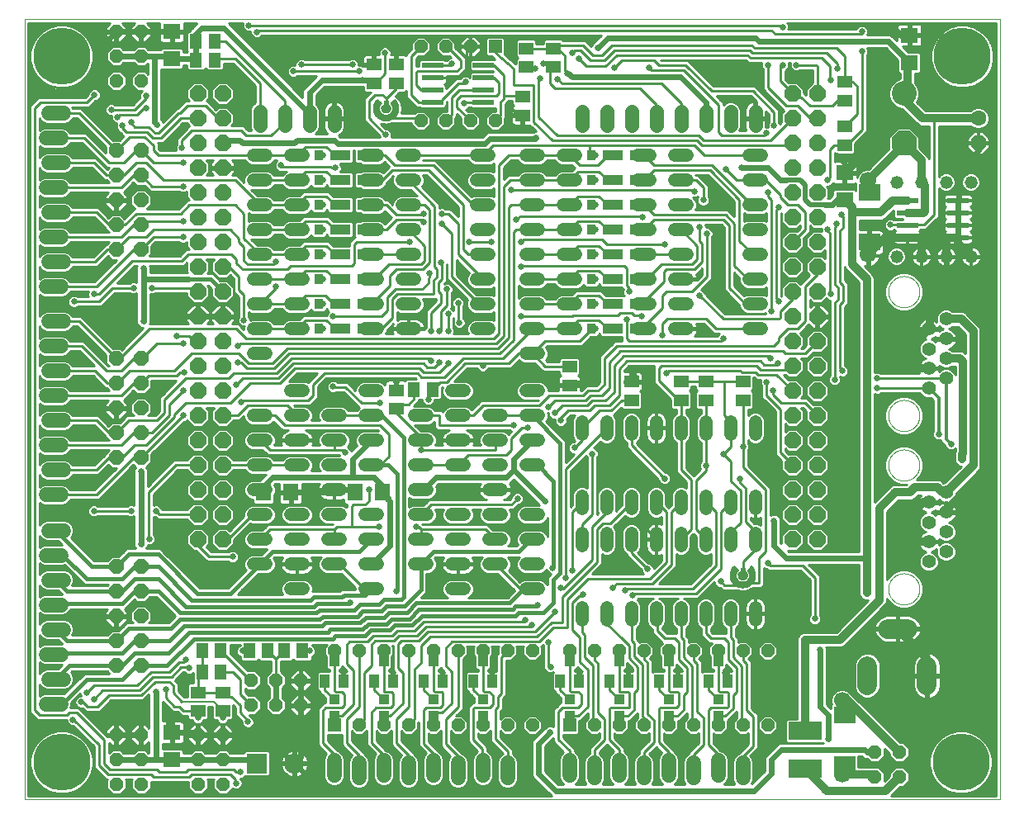
<source format=gtl>
G75*
%MOIN*%
%OFA0B0*%
%FSLAX25Y25*%
%IPPOS*%
%LPD*%
%AMOC8*
5,1,8,0,0,1.08239X$1,22.5*
%
%ADD10C,0.00000*%
%ADD11OC8,0.06600*%
%ADD12C,0.23000*%
%ADD13C,0.07874*%
%ADD14C,0.05600*%
%ADD15R,0.05200X0.05200*%
%ADD16OC8,0.05200*%
%ADD17C,0.05200*%
%ADD18C,0.06000*%
%ADD19R,0.08661X0.02362*%
%ADD20C,0.10000*%
%ADD21OC8,0.10000*%
%ADD22C,0.06693*%
%ADD23R,0.07087X0.06299*%
%ADD24OC8,0.06300*%
%ADD25C,0.06300*%
%ADD26OC8,0.05600*%
%ADD27R,0.05118X0.05906*%
%ADD28R,0.05906X0.05118*%
%ADD29C,0.05600*%
%ADD30C,0.05200*%
%ADD31OC8,0.05937*%
%ADD32R,0.03937X0.05512*%
%ADD33R,0.04331X0.03937*%
%ADD34R,0.13386X0.07480*%
%ADD35R,0.02000X0.04000*%
%ADD36R,0.03200X0.01600*%
%ADD37C,0.00500*%
%ADD38R,0.03937X0.04331*%
%ADD39R,0.03740X0.04331*%
%ADD40R,0.06299X0.07087*%
%ADD41R,0.08000X0.08000*%
%ADD42C,0.08000*%
%ADD43R,0.08661X0.07087*%
%ADD44C,0.02578*%
%ADD45C,0.03200*%
%ADD46C,0.02400*%
%ADD47C,0.02000*%
%ADD48C,0.01000*%
%ADD49C,0.01600*%
%ADD50C,0.01200*%
%ADD51C,0.01800*%
%ADD52C,0.00800*%
D10*
X0003000Y0106000D02*
X0003000Y0420961D01*
X0396701Y0420961D01*
X0396701Y0106000D01*
X0003000Y0106000D01*
X0351701Y0191000D02*
X0351703Y0191158D01*
X0351709Y0191316D01*
X0351719Y0191474D01*
X0351733Y0191632D01*
X0351751Y0191789D01*
X0351772Y0191946D01*
X0351798Y0192102D01*
X0351828Y0192258D01*
X0351861Y0192413D01*
X0351899Y0192566D01*
X0351940Y0192719D01*
X0351985Y0192871D01*
X0352034Y0193022D01*
X0352087Y0193171D01*
X0352143Y0193319D01*
X0352203Y0193465D01*
X0352267Y0193610D01*
X0352335Y0193753D01*
X0352406Y0193895D01*
X0352480Y0194035D01*
X0352558Y0194172D01*
X0352640Y0194308D01*
X0352724Y0194442D01*
X0352813Y0194573D01*
X0352904Y0194702D01*
X0352999Y0194829D01*
X0353096Y0194954D01*
X0353197Y0195076D01*
X0353301Y0195195D01*
X0353408Y0195312D01*
X0353518Y0195426D01*
X0353631Y0195537D01*
X0353746Y0195646D01*
X0353864Y0195751D01*
X0353985Y0195853D01*
X0354108Y0195953D01*
X0354234Y0196049D01*
X0354362Y0196142D01*
X0354492Y0196232D01*
X0354625Y0196318D01*
X0354760Y0196402D01*
X0354896Y0196481D01*
X0355035Y0196558D01*
X0355176Y0196630D01*
X0355318Y0196700D01*
X0355462Y0196765D01*
X0355608Y0196827D01*
X0355755Y0196885D01*
X0355904Y0196940D01*
X0356054Y0196991D01*
X0356205Y0197038D01*
X0356357Y0197081D01*
X0356510Y0197120D01*
X0356665Y0197156D01*
X0356820Y0197187D01*
X0356976Y0197215D01*
X0357132Y0197239D01*
X0357289Y0197259D01*
X0357447Y0197275D01*
X0357604Y0197287D01*
X0357763Y0197295D01*
X0357921Y0197299D01*
X0358079Y0197299D01*
X0358237Y0197295D01*
X0358396Y0197287D01*
X0358553Y0197275D01*
X0358711Y0197259D01*
X0358868Y0197239D01*
X0359024Y0197215D01*
X0359180Y0197187D01*
X0359335Y0197156D01*
X0359490Y0197120D01*
X0359643Y0197081D01*
X0359795Y0197038D01*
X0359946Y0196991D01*
X0360096Y0196940D01*
X0360245Y0196885D01*
X0360392Y0196827D01*
X0360538Y0196765D01*
X0360682Y0196700D01*
X0360824Y0196630D01*
X0360965Y0196558D01*
X0361104Y0196481D01*
X0361240Y0196402D01*
X0361375Y0196318D01*
X0361508Y0196232D01*
X0361638Y0196142D01*
X0361766Y0196049D01*
X0361892Y0195953D01*
X0362015Y0195853D01*
X0362136Y0195751D01*
X0362254Y0195646D01*
X0362369Y0195537D01*
X0362482Y0195426D01*
X0362592Y0195312D01*
X0362699Y0195195D01*
X0362803Y0195076D01*
X0362904Y0194954D01*
X0363001Y0194829D01*
X0363096Y0194702D01*
X0363187Y0194573D01*
X0363276Y0194442D01*
X0363360Y0194308D01*
X0363442Y0194172D01*
X0363520Y0194035D01*
X0363594Y0193895D01*
X0363665Y0193753D01*
X0363733Y0193610D01*
X0363797Y0193465D01*
X0363857Y0193319D01*
X0363913Y0193171D01*
X0363966Y0193022D01*
X0364015Y0192871D01*
X0364060Y0192719D01*
X0364101Y0192566D01*
X0364139Y0192413D01*
X0364172Y0192258D01*
X0364202Y0192102D01*
X0364228Y0191946D01*
X0364249Y0191789D01*
X0364267Y0191632D01*
X0364281Y0191474D01*
X0364291Y0191316D01*
X0364297Y0191158D01*
X0364299Y0191000D01*
X0364297Y0190842D01*
X0364291Y0190684D01*
X0364281Y0190526D01*
X0364267Y0190368D01*
X0364249Y0190211D01*
X0364228Y0190054D01*
X0364202Y0189898D01*
X0364172Y0189742D01*
X0364139Y0189587D01*
X0364101Y0189434D01*
X0364060Y0189281D01*
X0364015Y0189129D01*
X0363966Y0188978D01*
X0363913Y0188829D01*
X0363857Y0188681D01*
X0363797Y0188535D01*
X0363733Y0188390D01*
X0363665Y0188247D01*
X0363594Y0188105D01*
X0363520Y0187965D01*
X0363442Y0187828D01*
X0363360Y0187692D01*
X0363276Y0187558D01*
X0363187Y0187427D01*
X0363096Y0187298D01*
X0363001Y0187171D01*
X0362904Y0187046D01*
X0362803Y0186924D01*
X0362699Y0186805D01*
X0362592Y0186688D01*
X0362482Y0186574D01*
X0362369Y0186463D01*
X0362254Y0186354D01*
X0362136Y0186249D01*
X0362015Y0186147D01*
X0361892Y0186047D01*
X0361766Y0185951D01*
X0361638Y0185858D01*
X0361508Y0185768D01*
X0361375Y0185682D01*
X0361240Y0185598D01*
X0361104Y0185519D01*
X0360965Y0185442D01*
X0360824Y0185370D01*
X0360682Y0185300D01*
X0360538Y0185235D01*
X0360392Y0185173D01*
X0360245Y0185115D01*
X0360096Y0185060D01*
X0359946Y0185009D01*
X0359795Y0184962D01*
X0359643Y0184919D01*
X0359490Y0184880D01*
X0359335Y0184844D01*
X0359180Y0184813D01*
X0359024Y0184785D01*
X0358868Y0184761D01*
X0358711Y0184741D01*
X0358553Y0184725D01*
X0358396Y0184713D01*
X0358237Y0184705D01*
X0358079Y0184701D01*
X0357921Y0184701D01*
X0357763Y0184705D01*
X0357604Y0184713D01*
X0357447Y0184725D01*
X0357289Y0184741D01*
X0357132Y0184761D01*
X0356976Y0184785D01*
X0356820Y0184813D01*
X0356665Y0184844D01*
X0356510Y0184880D01*
X0356357Y0184919D01*
X0356205Y0184962D01*
X0356054Y0185009D01*
X0355904Y0185060D01*
X0355755Y0185115D01*
X0355608Y0185173D01*
X0355462Y0185235D01*
X0355318Y0185300D01*
X0355176Y0185370D01*
X0355035Y0185442D01*
X0354896Y0185519D01*
X0354760Y0185598D01*
X0354625Y0185682D01*
X0354492Y0185768D01*
X0354362Y0185858D01*
X0354234Y0185951D01*
X0354108Y0186047D01*
X0353985Y0186147D01*
X0353864Y0186249D01*
X0353746Y0186354D01*
X0353631Y0186463D01*
X0353518Y0186574D01*
X0353408Y0186688D01*
X0353301Y0186805D01*
X0353197Y0186924D01*
X0353096Y0187046D01*
X0352999Y0187171D01*
X0352904Y0187298D01*
X0352813Y0187427D01*
X0352724Y0187558D01*
X0352640Y0187692D01*
X0352558Y0187828D01*
X0352480Y0187965D01*
X0352406Y0188105D01*
X0352335Y0188247D01*
X0352267Y0188390D01*
X0352203Y0188535D01*
X0352143Y0188681D01*
X0352087Y0188829D01*
X0352034Y0188978D01*
X0351985Y0189129D01*
X0351940Y0189281D01*
X0351899Y0189434D01*
X0351861Y0189587D01*
X0351828Y0189742D01*
X0351798Y0189898D01*
X0351772Y0190054D01*
X0351751Y0190211D01*
X0351733Y0190368D01*
X0351719Y0190526D01*
X0351709Y0190684D01*
X0351703Y0190842D01*
X0351701Y0191000D01*
X0351701Y0241000D02*
X0351703Y0241158D01*
X0351709Y0241316D01*
X0351719Y0241474D01*
X0351733Y0241632D01*
X0351751Y0241789D01*
X0351772Y0241946D01*
X0351798Y0242102D01*
X0351828Y0242258D01*
X0351861Y0242413D01*
X0351899Y0242566D01*
X0351940Y0242719D01*
X0351985Y0242871D01*
X0352034Y0243022D01*
X0352087Y0243171D01*
X0352143Y0243319D01*
X0352203Y0243465D01*
X0352267Y0243610D01*
X0352335Y0243753D01*
X0352406Y0243895D01*
X0352480Y0244035D01*
X0352558Y0244172D01*
X0352640Y0244308D01*
X0352724Y0244442D01*
X0352813Y0244573D01*
X0352904Y0244702D01*
X0352999Y0244829D01*
X0353096Y0244954D01*
X0353197Y0245076D01*
X0353301Y0245195D01*
X0353408Y0245312D01*
X0353518Y0245426D01*
X0353631Y0245537D01*
X0353746Y0245646D01*
X0353864Y0245751D01*
X0353985Y0245853D01*
X0354108Y0245953D01*
X0354234Y0246049D01*
X0354362Y0246142D01*
X0354492Y0246232D01*
X0354625Y0246318D01*
X0354760Y0246402D01*
X0354896Y0246481D01*
X0355035Y0246558D01*
X0355176Y0246630D01*
X0355318Y0246700D01*
X0355462Y0246765D01*
X0355608Y0246827D01*
X0355755Y0246885D01*
X0355904Y0246940D01*
X0356054Y0246991D01*
X0356205Y0247038D01*
X0356357Y0247081D01*
X0356510Y0247120D01*
X0356665Y0247156D01*
X0356820Y0247187D01*
X0356976Y0247215D01*
X0357132Y0247239D01*
X0357289Y0247259D01*
X0357447Y0247275D01*
X0357604Y0247287D01*
X0357763Y0247295D01*
X0357921Y0247299D01*
X0358079Y0247299D01*
X0358237Y0247295D01*
X0358396Y0247287D01*
X0358553Y0247275D01*
X0358711Y0247259D01*
X0358868Y0247239D01*
X0359024Y0247215D01*
X0359180Y0247187D01*
X0359335Y0247156D01*
X0359490Y0247120D01*
X0359643Y0247081D01*
X0359795Y0247038D01*
X0359946Y0246991D01*
X0360096Y0246940D01*
X0360245Y0246885D01*
X0360392Y0246827D01*
X0360538Y0246765D01*
X0360682Y0246700D01*
X0360824Y0246630D01*
X0360965Y0246558D01*
X0361104Y0246481D01*
X0361240Y0246402D01*
X0361375Y0246318D01*
X0361508Y0246232D01*
X0361638Y0246142D01*
X0361766Y0246049D01*
X0361892Y0245953D01*
X0362015Y0245853D01*
X0362136Y0245751D01*
X0362254Y0245646D01*
X0362369Y0245537D01*
X0362482Y0245426D01*
X0362592Y0245312D01*
X0362699Y0245195D01*
X0362803Y0245076D01*
X0362904Y0244954D01*
X0363001Y0244829D01*
X0363096Y0244702D01*
X0363187Y0244573D01*
X0363276Y0244442D01*
X0363360Y0244308D01*
X0363442Y0244172D01*
X0363520Y0244035D01*
X0363594Y0243895D01*
X0363665Y0243753D01*
X0363733Y0243610D01*
X0363797Y0243465D01*
X0363857Y0243319D01*
X0363913Y0243171D01*
X0363966Y0243022D01*
X0364015Y0242871D01*
X0364060Y0242719D01*
X0364101Y0242566D01*
X0364139Y0242413D01*
X0364172Y0242258D01*
X0364202Y0242102D01*
X0364228Y0241946D01*
X0364249Y0241789D01*
X0364267Y0241632D01*
X0364281Y0241474D01*
X0364291Y0241316D01*
X0364297Y0241158D01*
X0364299Y0241000D01*
X0364297Y0240842D01*
X0364291Y0240684D01*
X0364281Y0240526D01*
X0364267Y0240368D01*
X0364249Y0240211D01*
X0364228Y0240054D01*
X0364202Y0239898D01*
X0364172Y0239742D01*
X0364139Y0239587D01*
X0364101Y0239434D01*
X0364060Y0239281D01*
X0364015Y0239129D01*
X0363966Y0238978D01*
X0363913Y0238829D01*
X0363857Y0238681D01*
X0363797Y0238535D01*
X0363733Y0238390D01*
X0363665Y0238247D01*
X0363594Y0238105D01*
X0363520Y0237965D01*
X0363442Y0237828D01*
X0363360Y0237692D01*
X0363276Y0237558D01*
X0363187Y0237427D01*
X0363096Y0237298D01*
X0363001Y0237171D01*
X0362904Y0237046D01*
X0362803Y0236924D01*
X0362699Y0236805D01*
X0362592Y0236688D01*
X0362482Y0236574D01*
X0362369Y0236463D01*
X0362254Y0236354D01*
X0362136Y0236249D01*
X0362015Y0236147D01*
X0361892Y0236047D01*
X0361766Y0235951D01*
X0361638Y0235858D01*
X0361508Y0235768D01*
X0361375Y0235682D01*
X0361240Y0235598D01*
X0361104Y0235519D01*
X0360965Y0235442D01*
X0360824Y0235370D01*
X0360682Y0235300D01*
X0360538Y0235235D01*
X0360392Y0235173D01*
X0360245Y0235115D01*
X0360096Y0235060D01*
X0359946Y0235009D01*
X0359795Y0234962D01*
X0359643Y0234919D01*
X0359490Y0234880D01*
X0359335Y0234844D01*
X0359180Y0234813D01*
X0359024Y0234785D01*
X0358868Y0234761D01*
X0358711Y0234741D01*
X0358553Y0234725D01*
X0358396Y0234713D01*
X0358237Y0234705D01*
X0358079Y0234701D01*
X0357921Y0234701D01*
X0357763Y0234705D01*
X0357604Y0234713D01*
X0357447Y0234725D01*
X0357289Y0234741D01*
X0357132Y0234761D01*
X0356976Y0234785D01*
X0356820Y0234813D01*
X0356665Y0234844D01*
X0356510Y0234880D01*
X0356357Y0234919D01*
X0356205Y0234962D01*
X0356054Y0235009D01*
X0355904Y0235060D01*
X0355755Y0235115D01*
X0355608Y0235173D01*
X0355462Y0235235D01*
X0355318Y0235300D01*
X0355176Y0235370D01*
X0355035Y0235442D01*
X0354896Y0235519D01*
X0354760Y0235598D01*
X0354625Y0235682D01*
X0354492Y0235768D01*
X0354362Y0235858D01*
X0354234Y0235951D01*
X0354108Y0236047D01*
X0353985Y0236147D01*
X0353864Y0236249D01*
X0353746Y0236354D01*
X0353631Y0236463D01*
X0353518Y0236574D01*
X0353408Y0236688D01*
X0353301Y0236805D01*
X0353197Y0236924D01*
X0353096Y0237046D01*
X0352999Y0237171D01*
X0352904Y0237298D01*
X0352813Y0237427D01*
X0352724Y0237558D01*
X0352640Y0237692D01*
X0352558Y0237828D01*
X0352480Y0237965D01*
X0352406Y0238105D01*
X0352335Y0238247D01*
X0352267Y0238390D01*
X0352203Y0238535D01*
X0352143Y0238681D01*
X0352087Y0238829D01*
X0352034Y0238978D01*
X0351985Y0239129D01*
X0351940Y0239281D01*
X0351899Y0239434D01*
X0351861Y0239587D01*
X0351828Y0239742D01*
X0351798Y0239898D01*
X0351772Y0240054D01*
X0351751Y0240211D01*
X0351733Y0240368D01*
X0351719Y0240526D01*
X0351709Y0240684D01*
X0351703Y0240842D01*
X0351701Y0241000D01*
X0351701Y0261000D02*
X0351703Y0261158D01*
X0351709Y0261316D01*
X0351719Y0261474D01*
X0351733Y0261632D01*
X0351751Y0261789D01*
X0351772Y0261946D01*
X0351798Y0262102D01*
X0351828Y0262258D01*
X0351861Y0262413D01*
X0351899Y0262566D01*
X0351940Y0262719D01*
X0351985Y0262871D01*
X0352034Y0263022D01*
X0352087Y0263171D01*
X0352143Y0263319D01*
X0352203Y0263465D01*
X0352267Y0263610D01*
X0352335Y0263753D01*
X0352406Y0263895D01*
X0352480Y0264035D01*
X0352558Y0264172D01*
X0352640Y0264308D01*
X0352724Y0264442D01*
X0352813Y0264573D01*
X0352904Y0264702D01*
X0352999Y0264829D01*
X0353096Y0264954D01*
X0353197Y0265076D01*
X0353301Y0265195D01*
X0353408Y0265312D01*
X0353518Y0265426D01*
X0353631Y0265537D01*
X0353746Y0265646D01*
X0353864Y0265751D01*
X0353985Y0265853D01*
X0354108Y0265953D01*
X0354234Y0266049D01*
X0354362Y0266142D01*
X0354492Y0266232D01*
X0354625Y0266318D01*
X0354760Y0266402D01*
X0354896Y0266481D01*
X0355035Y0266558D01*
X0355176Y0266630D01*
X0355318Y0266700D01*
X0355462Y0266765D01*
X0355608Y0266827D01*
X0355755Y0266885D01*
X0355904Y0266940D01*
X0356054Y0266991D01*
X0356205Y0267038D01*
X0356357Y0267081D01*
X0356510Y0267120D01*
X0356665Y0267156D01*
X0356820Y0267187D01*
X0356976Y0267215D01*
X0357132Y0267239D01*
X0357289Y0267259D01*
X0357447Y0267275D01*
X0357604Y0267287D01*
X0357763Y0267295D01*
X0357921Y0267299D01*
X0358079Y0267299D01*
X0358237Y0267295D01*
X0358396Y0267287D01*
X0358553Y0267275D01*
X0358711Y0267259D01*
X0358868Y0267239D01*
X0359024Y0267215D01*
X0359180Y0267187D01*
X0359335Y0267156D01*
X0359490Y0267120D01*
X0359643Y0267081D01*
X0359795Y0267038D01*
X0359946Y0266991D01*
X0360096Y0266940D01*
X0360245Y0266885D01*
X0360392Y0266827D01*
X0360538Y0266765D01*
X0360682Y0266700D01*
X0360824Y0266630D01*
X0360965Y0266558D01*
X0361104Y0266481D01*
X0361240Y0266402D01*
X0361375Y0266318D01*
X0361508Y0266232D01*
X0361638Y0266142D01*
X0361766Y0266049D01*
X0361892Y0265953D01*
X0362015Y0265853D01*
X0362136Y0265751D01*
X0362254Y0265646D01*
X0362369Y0265537D01*
X0362482Y0265426D01*
X0362592Y0265312D01*
X0362699Y0265195D01*
X0362803Y0265076D01*
X0362904Y0264954D01*
X0363001Y0264829D01*
X0363096Y0264702D01*
X0363187Y0264573D01*
X0363276Y0264442D01*
X0363360Y0264308D01*
X0363442Y0264172D01*
X0363520Y0264035D01*
X0363594Y0263895D01*
X0363665Y0263753D01*
X0363733Y0263610D01*
X0363797Y0263465D01*
X0363857Y0263319D01*
X0363913Y0263171D01*
X0363966Y0263022D01*
X0364015Y0262871D01*
X0364060Y0262719D01*
X0364101Y0262566D01*
X0364139Y0262413D01*
X0364172Y0262258D01*
X0364202Y0262102D01*
X0364228Y0261946D01*
X0364249Y0261789D01*
X0364267Y0261632D01*
X0364281Y0261474D01*
X0364291Y0261316D01*
X0364297Y0261158D01*
X0364299Y0261000D01*
X0364297Y0260842D01*
X0364291Y0260684D01*
X0364281Y0260526D01*
X0364267Y0260368D01*
X0364249Y0260211D01*
X0364228Y0260054D01*
X0364202Y0259898D01*
X0364172Y0259742D01*
X0364139Y0259587D01*
X0364101Y0259434D01*
X0364060Y0259281D01*
X0364015Y0259129D01*
X0363966Y0258978D01*
X0363913Y0258829D01*
X0363857Y0258681D01*
X0363797Y0258535D01*
X0363733Y0258390D01*
X0363665Y0258247D01*
X0363594Y0258105D01*
X0363520Y0257965D01*
X0363442Y0257828D01*
X0363360Y0257692D01*
X0363276Y0257558D01*
X0363187Y0257427D01*
X0363096Y0257298D01*
X0363001Y0257171D01*
X0362904Y0257046D01*
X0362803Y0256924D01*
X0362699Y0256805D01*
X0362592Y0256688D01*
X0362482Y0256574D01*
X0362369Y0256463D01*
X0362254Y0256354D01*
X0362136Y0256249D01*
X0362015Y0256147D01*
X0361892Y0256047D01*
X0361766Y0255951D01*
X0361638Y0255858D01*
X0361508Y0255768D01*
X0361375Y0255682D01*
X0361240Y0255598D01*
X0361104Y0255519D01*
X0360965Y0255442D01*
X0360824Y0255370D01*
X0360682Y0255300D01*
X0360538Y0255235D01*
X0360392Y0255173D01*
X0360245Y0255115D01*
X0360096Y0255060D01*
X0359946Y0255009D01*
X0359795Y0254962D01*
X0359643Y0254919D01*
X0359490Y0254880D01*
X0359335Y0254844D01*
X0359180Y0254813D01*
X0359024Y0254785D01*
X0358868Y0254761D01*
X0358711Y0254741D01*
X0358553Y0254725D01*
X0358396Y0254713D01*
X0358237Y0254705D01*
X0358079Y0254701D01*
X0357921Y0254701D01*
X0357763Y0254705D01*
X0357604Y0254713D01*
X0357447Y0254725D01*
X0357289Y0254741D01*
X0357132Y0254761D01*
X0356976Y0254785D01*
X0356820Y0254813D01*
X0356665Y0254844D01*
X0356510Y0254880D01*
X0356357Y0254919D01*
X0356205Y0254962D01*
X0356054Y0255009D01*
X0355904Y0255060D01*
X0355755Y0255115D01*
X0355608Y0255173D01*
X0355462Y0255235D01*
X0355318Y0255300D01*
X0355176Y0255370D01*
X0355035Y0255442D01*
X0354896Y0255519D01*
X0354760Y0255598D01*
X0354625Y0255682D01*
X0354492Y0255768D01*
X0354362Y0255858D01*
X0354234Y0255951D01*
X0354108Y0256047D01*
X0353985Y0256147D01*
X0353864Y0256249D01*
X0353746Y0256354D01*
X0353631Y0256463D01*
X0353518Y0256574D01*
X0353408Y0256688D01*
X0353301Y0256805D01*
X0353197Y0256924D01*
X0353096Y0257046D01*
X0352999Y0257171D01*
X0352904Y0257298D01*
X0352813Y0257427D01*
X0352724Y0257558D01*
X0352640Y0257692D01*
X0352558Y0257828D01*
X0352480Y0257965D01*
X0352406Y0258105D01*
X0352335Y0258247D01*
X0352267Y0258390D01*
X0352203Y0258535D01*
X0352143Y0258681D01*
X0352087Y0258829D01*
X0352034Y0258978D01*
X0351985Y0259129D01*
X0351940Y0259281D01*
X0351899Y0259434D01*
X0351861Y0259587D01*
X0351828Y0259742D01*
X0351798Y0259898D01*
X0351772Y0260054D01*
X0351751Y0260211D01*
X0351733Y0260368D01*
X0351719Y0260526D01*
X0351709Y0260684D01*
X0351703Y0260842D01*
X0351701Y0261000D01*
X0351701Y0311000D02*
X0351703Y0311158D01*
X0351709Y0311316D01*
X0351719Y0311474D01*
X0351733Y0311632D01*
X0351751Y0311789D01*
X0351772Y0311946D01*
X0351798Y0312102D01*
X0351828Y0312258D01*
X0351861Y0312413D01*
X0351899Y0312566D01*
X0351940Y0312719D01*
X0351985Y0312871D01*
X0352034Y0313022D01*
X0352087Y0313171D01*
X0352143Y0313319D01*
X0352203Y0313465D01*
X0352267Y0313610D01*
X0352335Y0313753D01*
X0352406Y0313895D01*
X0352480Y0314035D01*
X0352558Y0314172D01*
X0352640Y0314308D01*
X0352724Y0314442D01*
X0352813Y0314573D01*
X0352904Y0314702D01*
X0352999Y0314829D01*
X0353096Y0314954D01*
X0353197Y0315076D01*
X0353301Y0315195D01*
X0353408Y0315312D01*
X0353518Y0315426D01*
X0353631Y0315537D01*
X0353746Y0315646D01*
X0353864Y0315751D01*
X0353985Y0315853D01*
X0354108Y0315953D01*
X0354234Y0316049D01*
X0354362Y0316142D01*
X0354492Y0316232D01*
X0354625Y0316318D01*
X0354760Y0316402D01*
X0354896Y0316481D01*
X0355035Y0316558D01*
X0355176Y0316630D01*
X0355318Y0316700D01*
X0355462Y0316765D01*
X0355608Y0316827D01*
X0355755Y0316885D01*
X0355904Y0316940D01*
X0356054Y0316991D01*
X0356205Y0317038D01*
X0356357Y0317081D01*
X0356510Y0317120D01*
X0356665Y0317156D01*
X0356820Y0317187D01*
X0356976Y0317215D01*
X0357132Y0317239D01*
X0357289Y0317259D01*
X0357447Y0317275D01*
X0357604Y0317287D01*
X0357763Y0317295D01*
X0357921Y0317299D01*
X0358079Y0317299D01*
X0358237Y0317295D01*
X0358396Y0317287D01*
X0358553Y0317275D01*
X0358711Y0317259D01*
X0358868Y0317239D01*
X0359024Y0317215D01*
X0359180Y0317187D01*
X0359335Y0317156D01*
X0359490Y0317120D01*
X0359643Y0317081D01*
X0359795Y0317038D01*
X0359946Y0316991D01*
X0360096Y0316940D01*
X0360245Y0316885D01*
X0360392Y0316827D01*
X0360538Y0316765D01*
X0360682Y0316700D01*
X0360824Y0316630D01*
X0360965Y0316558D01*
X0361104Y0316481D01*
X0361240Y0316402D01*
X0361375Y0316318D01*
X0361508Y0316232D01*
X0361638Y0316142D01*
X0361766Y0316049D01*
X0361892Y0315953D01*
X0362015Y0315853D01*
X0362136Y0315751D01*
X0362254Y0315646D01*
X0362369Y0315537D01*
X0362482Y0315426D01*
X0362592Y0315312D01*
X0362699Y0315195D01*
X0362803Y0315076D01*
X0362904Y0314954D01*
X0363001Y0314829D01*
X0363096Y0314702D01*
X0363187Y0314573D01*
X0363276Y0314442D01*
X0363360Y0314308D01*
X0363442Y0314172D01*
X0363520Y0314035D01*
X0363594Y0313895D01*
X0363665Y0313753D01*
X0363733Y0313610D01*
X0363797Y0313465D01*
X0363857Y0313319D01*
X0363913Y0313171D01*
X0363966Y0313022D01*
X0364015Y0312871D01*
X0364060Y0312719D01*
X0364101Y0312566D01*
X0364139Y0312413D01*
X0364172Y0312258D01*
X0364202Y0312102D01*
X0364228Y0311946D01*
X0364249Y0311789D01*
X0364267Y0311632D01*
X0364281Y0311474D01*
X0364291Y0311316D01*
X0364297Y0311158D01*
X0364299Y0311000D01*
X0364297Y0310842D01*
X0364291Y0310684D01*
X0364281Y0310526D01*
X0364267Y0310368D01*
X0364249Y0310211D01*
X0364228Y0310054D01*
X0364202Y0309898D01*
X0364172Y0309742D01*
X0364139Y0309587D01*
X0364101Y0309434D01*
X0364060Y0309281D01*
X0364015Y0309129D01*
X0363966Y0308978D01*
X0363913Y0308829D01*
X0363857Y0308681D01*
X0363797Y0308535D01*
X0363733Y0308390D01*
X0363665Y0308247D01*
X0363594Y0308105D01*
X0363520Y0307965D01*
X0363442Y0307828D01*
X0363360Y0307692D01*
X0363276Y0307558D01*
X0363187Y0307427D01*
X0363096Y0307298D01*
X0363001Y0307171D01*
X0362904Y0307046D01*
X0362803Y0306924D01*
X0362699Y0306805D01*
X0362592Y0306688D01*
X0362482Y0306574D01*
X0362369Y0306463D01*
X0362254Y0306354D01*
X0362136Y0306249D01*
X0362015Y0306147D01*
X0361892Y0306047D01*
X0361766Y0305951D01*
X0361638Y0305858D01*
X0361508Y0305768D01*
X0361375Y0305682D01*
X0361240Y0305598D01*
X0361104Y0305519D01*
X0360965Y0305442D01*
X0360824Y0305370D01*
X0360682Y0305300D01*
X0360538Y0305235D01*
X0360392Y0305173D01*
X0360245Y0305115D01*
X0360096Y0305060D01*
X0359946Y0305009D01*
X0359795Y0304962D01*
X0359643Y0304919D01*
X0359490Y0304880D01*
X0359335Y0304844D01*
X0359180Y0304813D01*
X0359024Y0304785D01*
X0358868Y0304761D01*
X0358711Y0304741D01*
X0358553Y0304725D01*
X0358396Y0304713D01*
X0358237Y0304705D01*
X0358079Y0304701D01*
X0357921Y0304701D01*
X0357763Y0304705D01*
X0357604Y0304713D01*
X0357447Y0304725D01*
X0357289Y0304741D01*
X0357132Y0304761D01*
X0356976Y0304785D01*
X0356820Y0304813D01*
X0356665Y0304844D01*
X0356510Y0304880D01*
X0356357Y0304919D01*
X0356205Y0304962D01*
X0356054Y0305009D01*
X0355904Y0305060D01*
X0355755Y0305115D01*
X0355608Y0305173D01*
X0355462Y0305235D01*
X0355318Y0305300D01*
X0355176Y0305370D01*
X0355035Y0305442D01*
X0354896Y0305519D01*
X0354760Y0305598D01*
X0354625Y0305682D01*
X0354492Y0305768D01*
X0354362Y0305858D01*
X0354234Y0305951D01*
X0354108Y0306047D01*
X0353985Y0306147D01*
X0353864Y0306249D01*
X0353746Y0306354D01*
X0353631Y0306463D01*
X0353518Y0306574D01*
X0353408Y0306688D01*
X0353301Y0306805D01*
X0353197Y0306924D01*
X0353096Y0307046D01*
X0352999Y0307171D01*
X0352904Y0307298D01*
X0352813Y0307427D01*
X0352724Y0307558D01*
X0352640Y0307692D01*
X0352558Y0307828D01*
X0352480Y0307965D01*
X0352406Y0308105D01*
X0352335Y0308247D01*
X0352267Y0308390D01*
X0352203Y0308535D01*
X0352143Y0308681D01*
X0352087Y0308829D01*
X0352034Y0308978D01*
X0351985Y0309129D01*
X0351940Y0309281D01*
X0351899Y0309434D01*
X0351861Y0309587D01*
X0351828Y0309742D01*
X0351798Y0309898D01*
X0351772Y0310054D01*
X0351751Y0310211D01*
X0351733Y0310368D01*
X0351719Y0310526D01*
X0351709Y0310684D01*
X0351703Y0310842D01*
X0351701Y0311000D01*
D11*
X0323000Y0311000D03*
X0323000Y0301000D03*
X0323000Y0291000D03*
X0323000Y0281000D03*
X0323000Y0271000D03*
X0323000Y0261000D03*
X0323000Y0251000D03*
X0323000Y0241000D03*
X0323000Y0231000D03*
X0323000Y0221000D03*
X0323000Y0211000D03*
X0313000Y0211000D03*
X0313000Y0221000D03*
X0313000Y0231000D03*
X0313000Y0241000D03*
X0313000Y0251000D03*
X0313000Y0261000D03*
X0313000Y0271000D03*
X0313000Y0281000D03*
X0313000Y0291000D03*
X0313000Y0301000D03*
X0313000Y0311000D03*
X0313000Y0321000D03*
X0313000Y0331000D03*
X0313000Y0341000D03*
X0313000Y0351000D03*
X0313000Y0361000D03*
X0313000Y0371000D03*
X0313000Y0381000D03*
X0313000Y0391000D03*
X0323000Y0391000D03*
X0323000Y0381000D03*
X0323000Y0371000D03*
X0323000Y0361000D03*
X0323000Y0351000D03*
X0323000Y0341000D03*
X0323000Y0331000D03*
X0323000Y0321000D03*
X0083000Y0321000D03*
X0083000Y0311000D03*
X0083000Y0301000D03*
X0083000Y0291000D03*
X0083000Y0281000D03*
X0083000Y0271000D03*
X0083000Y0261000D03*
X0083000Y0251000D03*
X0083000Y0241000D03*
X0083000Y0231000D03*
X0083000Y0221000D03*
X0083000Y0211000D03*
X0073000Y0211000D03*
X0073000Y0221000D03*
X0073000Y0231000D03*
X0073000Y0241000D03*
X0073000Y0251000D03*
X0073000Y0261000D03*
X0073000Y0271000D03*
X0073000Y0281000D03*
X0073000Y0291000D03*
X0073000Y0301000D03*
X0073000Y0311000D03*
X0073000Y0321000D03*
X0073000Y0331000D03*
X0073000Y0341000D03*
X0073000Y0351000D03*
X0073000Y0361000D03*
X0073000Y0371000D03*
X0073000Y0381000D03*
X0073000Y0391000D03*
X0083000Y0391000D03*
X0083000Y0381000D03*
X0083000Y0371000D03*
X0083000Y0361000D03*
X0083000Y0351000D03*
X0083000Y0341000D03*
X0083000Y0331000D03*
D12*
X0018000Y0406000D03*
X0018000Y0121000D03*
X0381000Y0121000D03*
X0381500Y0406000D03*
D13*
X0359437Y0174898D02*
X0351563Y0174898D01*
X0343295Y0159937D02*
X0343295Y0152063D01*
X0367311Y0152063D02*
X0367311Y0159937D01*
D14*
X0368000Y0202004D03*
X0368000Y0210035D03*
X0375008Y0206020D03*
X0375008Y0214051D03*
X0375008Y0221965D03*
X0368000Y0225980D03*
X0368000Y0217949D03*
X0375008Y0229996D03*
X0368000Y0272004D03*
X0375008Y0276020D03*
X0375008Y0284051D03*
X0368000Y0287949D03*
X0368000Y0280035D03*
X0375008Y0291965D03*
X0368000Y0295980D03*
X0375008Y0299996D03*
D15*
X0223000Y0136000D03*
X0128000Y0136000D03*
X0193000Y0410000D03*
D16*
X0183000Y0410000D03*
X0173000Y0410000D03*
X0163000Y0410000D03*
X0163000Y0380000D03*
X0173000Y0380000D03*
X0183000Y0380000D03*
X0193000Y0380000D03*
X0188000Y0166000D03*
X0198000Y0166000D03*
X0208000Y0166000D03*
X0223000Y0166000D03*
X0233000Y0166000D03*
X0243000Y0166000D03*
X0253000Y0166000D03*
X0263000Y0166000D03*
X0273000Y0166000D03*
X0283000Y0166000D03*
X0293000Y0166000D03*
X0303000Y0166000D03*
X0303000Y0136000D03*
X0293000Y0136000D03*
X0283000Y0136000D03*
X0273000Y0136000D03*
X0263000Y0136000D03*
X0253000Y0136000D03*
X0243000Y0136000D03*
X0233000Y0136000D03*
X0208000Y0136000D03*
X0198000Y0136000D03*
X0188000Y0136000D03*
X0178000Y0136000D03*
X0168000Y0136000D03*
X0158000Y0136000D03*
X0148000Y0136000D03*
X0138000Y0136000D03*
X0138000Y0166000D03*
X0128000Y0166000D03*
X0148000Y0166000D03*
X0158000Y0166000D03*
X0168000Y0166000D03*
X0178000Y0166000D03*
D17*
X0180600Y0191000D02*
X0175400Y0191000D01*
X0175400Y0201000D02*
X0180600Y0201000D01*
X0190400Y0201000D02*
X0195600Y0201000D01*
X0195600Y0211000D02*
X0190400Y0211000D01*
X0180600Y0211000D02*
X0175400Y0211000D01*
X0165600Y0211000D02*
X0160400Y0211000D01*
X0160400Y0201000D02*
X0165600Y0201000D01*
X0165600Y0221000D02*
X0160400Y0221000D01*
X0160400Y0231000D02*
X0165600Y0231000D01*
X0165600Y0241000D02*
X0160400Y0241000D01*
X0160400Y0251000D02*
X0165600Y0251000D01*
X0175400Y0251000D02*
X0180600Y0251000D01*
X0190400Y0251000D02*
X0195600Y0251000D01*
X0195600Y0241000D02*
X0190400Y0241000D01*
X0180600Y0241000D02*
X0175400Y0241000D01*
X0190400Y0231000D02*
X0195600Y0231000D01*
X0195600Y0221000D02*
X0190400Y0221000D01*
X0180600Y0221000D02*
X0175400Y0221000D01*
X0145600Y0221000D02*
X0140400Y0221000D01*
X0140400Y0211000D02*
X0145600Y0211000D01*
X0145600Y0201000D02*
X0140400Y0201000D01*
X0140400Y0191000D02*
X0145600Y0191000D01*
X0130600Y0201000D02*
X0125400Y0201000D01*
X0125400Y0211000D02*
X0130600Y0211000D01*
X0130600Y0221000D02*
X0125400Y0221000D01*
X0125400Y0231000D02*
X0130600Y0231000D01*
X0130600Y0241000D02*
X0125400Y0241000D01*
X0125400Y0251000D02*
X0130600Y0251000D01*
X0130600Y0261000D02*
X0125400Y0261000D01*
X0115600Y0261000D02*
X0110400Y0261000D01*
X0100600Y0261000D02*
X0095400Y0261000D01*
X0095400Y0251000D02*
X0100600Y0251000D01*
X0110400Y0251000D02*
X0115600Y0251000D01*
X0115600Y0241000D02*
X0110400Y0241000D01*
X0100600Y0241000D02*
X0095400Y0241000D01*
X0095400Y0231000D02*
X0100600Y0231000D01*
X0100600Y0221000D02*
X0095400Y0221000D01*
X0095400Y0211000D02*
X0100600Y0211000D01*
X0110400Y0211000D02*
X0115600Y0211000D01*
X0115600Y0201000D02*
X0110400Y0201000D01*
X0100600Y0201000D02*
X0095400Y0201000D01*
X0110400Y0191000D02*
X0115600Y0191000D01*
X0115600Y0221000D02*
X0110400Y0221000D01*
X0140400Y0241000D02*
X0145600Y0241000D01*
X0145600Y0251000D02*
X0140400Y0251000D01*
X0140400Y0261000D02*
X0145600Y0261000D01*
X0145600Y0271000D02*
X0140400Y0271000D01*
X0160400Y0261000D02*
X0165600Y0261000D01*
X0175400Y0261000D02*
X0180600Y0261000D01*
X0190400Y0261000D02*
X0195600Y0261000D01*
X0205400Y0261000D02*
X0210600Y0261000D01*
X0210600Y0251000D02*
X0205400Y0251000D01*
X0205400Y0241000D02*
X0210600Y0241000D01*
X0210600Y0221000D02*
X0205400Y0221000D01*
X0205400Y0211000D02*
X0210600Y0211000D01*
X0210600Y0201000D02*
X0205400Y0201000D01*
X0205400Y0191000D02*
X0210600Y0191000D01*
X0228000Y0183600D02*
X0228000Y0178400D01*
X0238000Y0178400D02*
X0238000Y0183600D01*
X0248000Y0183600D02*
X0248000Y0178400D01*
X0258000Y0178400D02*
X0258000Y0183600D01*
X0268000Y0183600D02*
X0268000Y0178400D01*
X0278000Y0178400D02*
X0278000Y0183600D01*
X0288000Y0183600D02*
X0288000Y0178400D01*
X0298000Y0178400D02*
X0298000Y0183600D01*
X0298000Y0208400D02*
X0298000Y0213600D01*
X0298000Y0223400D02*
X0298000Y0228600D01*
X0288000Y0228600D02*
X0288000Y0223400D01*
X0288000Y0213600D02*
X0288000Y0208400D01*
X0278000Y0208400D02*
X0278000Y0213600D01*
X0278000Y0223400D02*
X0278000Y0228600D01*
X0268000Y0228600D02*
X0268000Y0223400D01*
X0268000Y0213600D02*
X0268000Y0208400D01*
X0258000Y0208400D02*
X0258000Y0213600D01*
X0258000Y0223400D02*
X0258000Y0228600D01*
X0248000Y0228600D02*
X0248000Y0223400D01*
X0248000Y0213600D02*
X0248000Y0208400D01*
X0238000Y0208400D02*
X0238000Y0213600D01*
X0238000Y0223400D02*
X0238000Y0228600D01*
X0228000Y0228600D02*
X0228000Y0223400D01*
X0228000Y0213600D02*
X0228000Y0208400D01*
X0228000Y0253400D02*
X0228000Y0258600D01*
X0238000Y0258600D02*
X0238000Y0253400D01*
X0248000Y0253400D02*
X0248000Y0258600D01*
X0258000Y0258600D02*
X0258000Y0253400D01*
X0268000Y0253400D02*
X0268000Y0258600D01*
X0278000Y0258600D02*
X0278000Y0253400D01*
X0288000Y0253400D02*
X0288000Y0258600D01*
X0298000Y0258600D02*
X0298000Y0253400D01*
X0295400Y0296000D02*
X0300600Y0296000D01*
X0300600Y0306000D02*
X0295400Y0306000D01*
X0295400Y0316000D02*
X0300600Y0316000D01*
X0300600Y0326000D02*
X0295400Y0326000D01*
X0295400Y0336000D02*
X0300600Y0336000D01*
X0300600Y0346000D02*
X0295400Y0346000D01*
X0295400Y0356000D02*
X0300600Y0356000D01*
X0300600Y0366000D02*
X0295400Y0366000D01*
X0270600Y0366000D02*
X0265400Y0366000D01*
X0265400Y0356000D02*
X0270600Y0356000D01*
X0270600Y0346000D02*
X0265400Y0346000D01*
X0265400Y0336000D02*
X0270600Y0336000D01*
X0270600Y0326000D02*
X0265400Y0326000D01*
X0265400Y0316000D02*
X0270600Y0316000D01*
X0270600Y0306000D02*
X0265400Y0306000D01*
X0265400Y0296000D02*
X0270600Y0296000D01*
X0255600Y0296000D02*
X0250400Y0296000D01*
X0250400Y0306000D02*
X0255600Y0306000D01*
X0255600Y0316000D02*
X0250400Y0316000D01*
X0250400Y0326000D02*
X0255600Y0326000D01*
X0255600Y0336000D02*
X0250400Y0336000D01*
X0250400Y0346000D02*
X0255600Y0346000D01*
X0255600Y0356000D02*
X0250400Y0356000D01*
X0250400Y0366000D02*
X0255600Y0366000D01*
X0225600Y0366000D02*
X0220400Y0366000D01*
X0220400Y0356000D02*
X0225600Y0356000D01*
X0225600Y0346000D02*
X0220400Y0346000D01*
X0220400Y0336000D02*
X0225600Y0336000D01*
X0225600Y0326000D02*
X0220400Y0326000D01*
X0220400Y0316000D02*
X0225600Y0316000D01*
X0225600Y0306000D02*
X0220400Y0306000D01*
X0220400Y0296000D02*
X0225600Y0296000D01*
X0210600Y0296000D02*
X0205400Y0296000D01*
X0205400Y0286000D02*
X0210600Y0286000D01*
X0210600Y0271000D02*
X0205400Y0271000D01*
X0190600Y0296000D02*
X0185400Y0296000D01*
X0185400Y0306000D02*
X0190600Y0306000D01*
X0190600Y0316000D02*
X0185400Y0316000D01*
X0185400Y0326000D02*
X0190600Y0326000D01*
X0190600Y0336000D02*
X0185400Y0336000D01*
X0185400Y0346000D02*
X0190600Y0346000D01*
X0190600Y0356000D02*
X0185400Y0356000D01*
X0185400Y0366000D02*
X0190600Y0366000D01*
X0205400Y0366000D02*
X0210600Y0366000D01*
X0210600Y0356000D02*
X0205400Y0356000D01*
X0205400Y0346000D02*
X0210600Y0346000D01*
X0210600Y0336000D02*
X0205400Y0336000D01*
X0205400Y0326000D02*
X0210600Y0326000D01*
X0210600Y0316000D02*
X0205400Y0316000D01*
X0205400Y0306000D02*
X0210600Y0306000D01*
X0180600Y0271000D02*
X0175400Y0271000D01*
X0160600Y0296000D02*
X0155400Y0296000D01*
X0145600Y0296000D02*
X0140400Y0296000D01*
X0140400Y0306000D02*
X0145600Y0306000D01*
X0155400Y0306000D02*
X0160600Y0306000D01*
X0160600Y0316000D02*
X0155400Y0316000D01*
X0145600Y0316000D02*
X0140400Y0316000D01*
X0140400Y0326000D02*
X0145600Y0326000D01*
X0155400Y0326000D02*
X0160600Y0326000D01*
X0160600Y0336000D02*
X0155400Y0336000D01*
X0155400Y0346000D02*
X0160600Y0346000D01*
X0160600Y0356000D02*
X0155400Y0356000D01*
X0145600Y0356000D02*
X0140400Y0356000D01*
X0140400Y0346000D02*
X0145600Y0346000D01*
X0145600Y0336000D02*
X0140400Y0336000D01*
X0140400Y0366000D02*
X0145600Y0366000D01*
X0155400Y0366000D02*
X0160600Y0366000D01*
X0115600Y0366000D02*
X0110400Y0366000D01*
X0100600Y0366000D02*
X0095400Y0366000D01*
X0095400Y0356000D02*
X0100600Y0356000D01*
X0110400Y0356000D02*
X0115600Y0356000D01*
X0115600Y0346000D02*
X0110400Y0346000D01*
X0110400Y0336000D02*
X0115600Y0336000D01*
X0115600Y0326000D02*
X0110400Y0326000D01*
X0100600Y0326000D02*
X0095400Y0326000D01*
X0095400Y0316000D02*
X0100600Y0316000D01*
X0110400Y0316000D02*
X0115600Y0316000D01*
X0115600Y0306000D02*
X0110400Y0306000D01*
X0100600Y0306000D02*
X0095400Y0306000D01*
X0095400Y0296000D02*
X0100600Y0296000D01*
X0110400Y0296000D02*
X0115600Y0296000D01*
X0100600Y0286000D02*
X0095400Y0286000D01*
X0110400Y0271000D02*
X0115600Y0271000D01*
X0100600Y0336000D02*
X0095400Y0336000D01*
X0095400Y0346000D02*
X0100600Y0346000D01*
D18*
X0018705Y0343000D02*
X0012705Y0343000D01*
X0011705Y0333000D02*
X0017705Y0333000D01*
X0018705Y0323000D02*
X0012705Y0323000D01*
X0011705Y0313000D02*
X0017705Y0313000D01*
X0018705Y0299000D02*
X0012705Y0299000D01*
X0011705Y0289000D02*
X0017705Y0289000D01*
X0018705Y0279000D02*
X0012705Y0279000D01*
X0011705Y0269000D02*
X0017705Y0269000D01*
X0018705Y0259000D02*
X0012705Y0259000D01*
X0011705Y0249000D02*
X0017705Y0249000D01*
X0018705Y0239000D02*
X0012705Y0239000D01*
X0011705Y0229000D02*
X0017705Y0229000D01*
X0018705Y0214600D02*
X0012705Y0214600D01*
X0011705Y0204600D02*
X0017705Y0204600D01*
X0018705Y0194600D02*
X0012705Y0194600D01*
X0011705Y0184600D02*
X0017705Y0184600D01*
X0018705Y0174600D02*
X0012705Y0174600D01*
X0011705Y0164600D02*
X0017705Y0164600D01*
X0018705Y0154600D02*
X0012705Y0154600D01*
X0011705Y0144600D02*
X0017705Y0144600D01*
X0128000Y0121705D02*
X0128000Y0115705D01*
X0138000Y0114705D02*
X0138000Y0120705D01*
X0148000Y0121705D02*
X0148000Y0115705D01*
X0158000Y0114705D02*
X0158000Y0120705D01*
X0168000Y0121705D02*
X0168000Y0115705D01*
X0178000Y0114705D02*
X0178000Y0120705D01*
X0188000Y0121705D02*
X0188000Y0115705D01*
X0198000Y0114705D02*
X0198000Y0120705D01*
X0223000Y0121705D02*
X0223000Y0115705D01*
X0233000Y0114705D02*
X0233000Y0120705D01*
X0243000Y0121705D02*
X0243000Y0115705D01*
X0253000Y0114705D02*
X0253000Y0120705D01*
X0263000Y0121705D02*
X0263000Y0115705D01*
X0273000Y0114705D02*
X0273000Y0120705D01*
X0283000Y0121705D02*
X0283000Y0115705D01*
X0293000Y0114705D02*
X0293000Y0120705D01*
X0017705Y0353000D02*
X0011705Y0353000D01*
X0012705Y0363000D02*
X0018705Y0363000D01*
X0017705Y0373000D02*
X0011705Y0373000D01*
X0012705Y0383000D02*
X0018705Y0383000D01*
D19*
X0167764Y0387500D03*
X0167764Y0392500D03*
X0167764Y0397500D03*
X0167764Y0402500D03*
X0188236Y0402500D03*
X0188236Y0397500D03*
X0188236Y0392500D03*
X0188236Y0387500D03*
X0359364Y0347900D03*
X0359364Y0342900D03*
X0359364Y0337900D03*
X0359364Y0332900D03*
X0379836Y0332900D03*
X0379836Y0337900D03*
X0379836Y0342900D03*
X0379836Y0347900D03*
D20*
X0358000Y0391000D03*
D21*
X0358000Y0371000D03*
D22*
X0343500Y0356000D03*
X0343500Y0326000D03*
X0333000Y0146000D03*
X0333000Y0116000D03*
D23*
X0334000Y0347988D03*
X0334000Y0359012D03*
X0360200Y0403588D03*
X0360200Y0414612D03*
X0062500Y0416000D03*
X0062500Y0404976D03*
X0062500Y0133000D03*
X0062500Y0121976D03*
D24*
X0388000Y0371000D03*
D25*
X0388000Y0381000D03*
D26*
X0356000Y0125000D03*
X0356000Y0115000D03*
X0346000Y0115000D03*
X0346000Y0125000D03*
X0114500Y0144000D03*
X0114500Y0154000D03*
X0104500Y0154000D03*
X0104500Y0144000D03*
X0094500Y0144000D03*
X0094500Y0154000D03*
X0083000Y0132000D03*
X0083000Y0122000D03*
X0083000Y0112000D03*
X0073000Y0112000D03*
X0073000Y0122000D03*
X0073000Y0132000D03*
X0050000Y0132000D03*
X0050000Y0122000D03*
X0050000Y0112000D03*
X0040000Y0112000D03*
X0040000Y0122000D03*
X0040000Y0132000D03*
X0040000Y0396000D03*
X0040000Y0406000D03*
X0040000Y0416000D03*
X0050000Y0416000D03*
X0050000Y0406000D03*
X0050000Y0396000D03*
D27*
X0072260Y0404500D03*
X0079740Y0404500D03*
X0079740Y0412000D03*
X0072260Y0412000D03*
X0160260Y0271500D03*
X0167740Y0271500D03*
X0115240Y0166000D03*
X0107760Y0166000D03*
X0101240Y0166000D03*
X0093760Y0166000D03*
X0082240Y0166000D03*
X0074760Y0166000D03*
X0074760Y0157500D03*
X0082240Y0157500D03*
D28*
X0083000Y0149240D03*
X0083000Y0141760D03*
X0073000Y0141760D03*
X0073000Y0149240D03*
X0153000Y0263760D03*
X0153000Y0271240D03*
X0223000Y0273260D03*
X0223000Y0280740D03*
X0248000Y0274740D03*
X0248000Y0267260D03*
X0268000Y0267260D03*
X0268000Y0274740D03*
X0278000Y0274740D03*
X0278000Y0267260D03*
X0293000Y0267260D03*
X0293000Y0274740D03*
X0334000Y0370260D03*
X0334000Y0377740D03*
X0334000Y0388260D03*
X0334000Y0395740D03*
X0216500Y0401760D03*
X0216500Y0409240D03*
X0205500Y0409240D03*
X0205500Y0401760D03*
X0204000Y0389740D03*
X0204000Y0382260D03*
X0153000Y0395260D03*
X0153000Y0402740D03*
X0144000Y0402740D03*
X0144000Y0395260D03*
D29*
X0128000Y0383800D02*
X0128000Y0378200D01*
X0118000Y0378200D02*
X0118000Y0383800D01*
X0108000Y0383800D02*
X0108000Y0378200D01*
X0098000Y0378200D02*
X0098000Y0383800D01*
X0228000Y0383800D02*
X0228000Y0378200D01*
X0238000Y0378200D02*
X0238000Y0383800D01*
X0248000Y0383800D02*
X0248000Y0378200D01*
X0258000Y0378200D02*
X0258000Y0383800D01*
X0268000Y0383800D02*
X0268000Y0378200D01*
X0278000Y0378200D02*
X0278000Y0383800D01*
X0288000Y0383800D02*
X0288000Y0378200D01*
X0298000Y0378200D02*
X0298000Y0383800D01*
D30*
X0355000Y0355200D03*
X0365000Y0355200D03*
X0375000Y0355200D03*
X0385000Y0355200D03*
X0385000Y0325200D03*
X0375000Y0325200D03*
X0365000Y0325200D03*
X0355000Y0325200D03*
D31*
X0050000Y0328000D03*
X0050000Y0338000D03*
X0050000Y0348000D03*
X0050000Y0358000D03*
X0050000Y0368000D03*
X0040000Y0368000D03*
X0040000Y0358000D03*
X0040000Y0348000D03*
X0040000Y0338000D03*
X0040000Y0328000D03*
X0040000Y0284000D03*
X0040000Y0274000D03*
X0040000Y0264000D03*
X0040000Y0254000D03*
X0040000Y0244000D03*
X0050000Y0244000D03*
X0050000Y0254000D03*
X0050000Y0264000D03*
X0050000Y0274000D03*
X0050000Y0284000D03*
X0050000Y0200000D03*
X0050000Y0190000D03*
X0050000Y0180000D03*
X0050000Y0170000D03*
X0050000Y0160000D03*
X0040000Y0160000D03*
X0040000Y0170000D03*
X0040000Y0180000D03*
X0040000Y0190000D03*
X0040000Y0200000D03*
D32*
X0124260Y0153669D03*
X0131740Y0153669D03*
X0128000Y0162331D03*
X0144260Y0153669D03*
X0151740Y0153669D03*
X0148000Y0162331D03*
X0164260Y0153669D03*
X0171740Y0153669D03*
X0168000Y0162331D03*
X0184260Y0153669D03*
X0191740Y0153669D03*
X0188000Y0162331D03*
X0219260Y0153669D03*
X0226740Y0153669D03*
X0223000Y0162331D03*
X0239260Y0153669D03*
X0246740Y0153669D03*
X0243000Y0162331D03*
X0259260Y0153669D03*
X0266740Y0153669D03*
X0263000Y0162331D03*
X0279260Y0153669D03*
X0286740Y0153669D03*
X0283000Y0162331D03*
D33*
X0283000Y0146346D03*
X0283000Y0139654D03*
X0263000Y0139654D03*
X0263000Y0146346D03*
X0243000Y0146346D03*
X0243000Y0139654D03*
X0223000Y0139654D03*
X0223000Y0146346D03*
X0188000Y0146346D03*
X0188000Y0139654D03*
X0168000Y0139654D03*
X0168000Y0146346D03*
X0148000Y0146346D03*
X0148000Y0139654D03*
X0128000Y0139654D03*
X0128000Y0146346D03*
D34*
X0318000Y0133677D03*
X0318000Y0118323D03*
D35*
X0293000Y0197500D03*
X0149000Y0386000D03*
D36*
X0149000Y0381000D03*
X0293000Y0192500D03*
D37*
X0293000Y0191550D02*
X0292108Y0191631D01*
X0291245Y0191872D01*
X0290439Y0192264D01*
X0289718Y0192795D01*
X0289104Y0193447D01*
X0288617Y0194200D01*
X0288274Y0195027D01*
X0288086Y0195903D01*
X0288059Y0196799D01*
X0288194Y0197685D01*
X0288486Y0198531D01*
X0288926Y0199312D01*
X0289500Y0200000D01*
X0291000Y0198500D01*
X0290621Y0198029D01*
X0290350Y0197488D01*
X0290200Y0196903D01*
X0290179Y0196298D01*
X0290286Y0195703D01*
X0290518Y0195144D01*
X0290862Y0194648D01*
X0291305Y0194236D01*
X0291825Y0193927D01*
X0292399Y0193736D01*
X0293000Y0193672D01*
X0293601Y0193736D01*
X0294175Y0193927D01*
X0294695Y0194236D01*
X0295138Y0194648D01*
X0295482Y0195144D01*
X0295714Y0195703D01*
X0295821Y0196298D01*
X0295800Y0196903D01*
X0295650Y0197488D01*
X0295379Y0198029D01*
X0295000Y0198500D01*
X0296500Y0200000D01*
X0297074Y0199312D01*
X0297514Y0198531D01*
X0297806Y0197685D01*
X0297941Y0196799D01*
X0297914Y0195903D01*
X0297726Y0195027D01*
X0297383Y0194200D01*
X0296896Y0193447D01*
X0296282Y0192795D01*
X0295561Y0192264D01*
X0294755Y0191872D01*
X0293892Y0191631D01*
X0293000Y0191550D01*
X0291704Y0191744D02*
X0294296Y0191744D01*
X0295516Y0192242D02*
X0290484Y0192242D01*
X0289791Y0192741D02*
X0296209Y0192741D01*
X0296701Y0193239D02*
X0289299Y0193239D01*
X0288916Y0193738D02*
X0292393Y0193738D01*
X0292604Y0194850D02*
X0292230Y0194988D01*
X0291898Y0195210D01*
X0291627Y0195502D01*
X0291432Y0195851D01*
X0291324Y0196235D01*
X0291308Y0196633D01*
X0291386Y0197024D01*
X0291553Y0197387D01*
X0291800Y0197700D01*
X0292000Y0197700D01*
X0294000Y0197700D01*
X0294200Y0197700D01*
X0294447Y0197387D01*
X0294614Y0197024D01*
X0294692Y0196633D01*
X0294676Y0196235D01*
X0294568Y0195851D01*
X0294373Y0195502D01*
X0294102Y0195210D01*
X0293770Y0194988D01*
X0293396Y0194850D01*
X0293000Y0194803D01*
X0292604Y0194850D01*
X0291876Y0195234D02*
X0294124Y0195234D01*
X0294502Y0195732D02*
X0291499Y0195732D01*
X0291325Y0196231D02*
X0294675Y0196231D01*
X0294673Y0196729D02*
X0291327Y0196729D01*
X0291480Y0197228D02*
X0294520Y0197228D01*
X0295531Y0197726D02*
X0297792Y0197726D01*
X0297875Y0197228D02*
X0295717Y0197228D01*
X0295806Y0196729D02*
X0297939Y0196729D01*
X0297924Y0196231D02*
X0295809Y0196231D01*
X0295719Y0195732D02*
X0297877Y0195732D01*
X0297770Y0195234D02*
X0295519Y0195234D01*
X0295198Y0194735D02*
X0297605Y0194735D01*
X0297398Y0194237D02*
X0294696Y0194237D01*
X0293607Y0193738D02*
X0297084Y0193738D01*
X0297620Y0198225D02*
X0295222Y0198225D01*
X0295223Y0198723D02*
X0297406Y0198723D01*
X0297124Y0199222D02*
X0295722Y0199222D01*
X0296220Y0199720D02*
X0296733Y0199720D01*
X0290777Y0198723D02*
X0288594Y0198723D01*
X0288380Y0198225D02*
X0290778Y0198225D01*
X0290469Y0197726D02*
X0288208Y0197726D01*
X0288125Y0197228D02*
X0290283Y0197228D01*
X0290194Y0196729D02*
X0288061Y0196729D01*
X0288076Y0196231D02*
X0290191Y0196231D01*
X0290281Y0195732D02*
X0288123Y0195732D01*
X0288230Y0195234D02*
X0290481Y0195234D01*
X0290802Y0194735D02*
X0288395Y0194735D01*
X0288602Y0194237D02*
X0291304Y0194237D01*
X0290278Y0199222D02*
X0288876Y0199222D01*
X0289267Y0199720D02*
X0289780Y0199720D01*
X0152282Y0381295D02*
X0151561Y0380764D01*
X0150755Y0380372D01*
X0149892Y0380131D01*
X0149000Y0380050D01*
X0148108Y0380131D01*
X0147245Y0380372D01*
X0146439Y0380764D01*
X0145718Y0381295D01*
X0145104Y0381947D01*
X0144617Y0382700D01*
X0144274Y0383527D01*
X0144086Y0384403D01*
X0144059Y0385299D01*
X0144194Y0386185D01*
X0144486Y0387031D01*
X0144926Y0387812D01*
X0145500Y0388500D01*
X0147000Y0387000D01*
X0146621Y0386529D01*
X0146350Y0385988D01*
X0146200Y0385403D01*
X0146179Y0384798D01*
X0146286Y0384203D01*
X0146518Y0383644D01*
X0146862Y0383148D01*
X0147305Y0382736D01*
X0147825Y0382427D01*
X0148399Y0382236D01*
X0149000Y0382172D01*
X0149601Y0382236D01*
X0150175Y0382427D01*
X0150695Y0382736D01*
X0151138Y0383148D01*
X0151482Y0383644D01*
X0151714Y0384203D01*
X0151821Y0384798D01*
X0151800Y0385403D01*
X0151650Y0385988D01*
X0151379Y0386529D01*
X0151000Y0387000D01*
X0152500Y0388500D01*
X0153074Y0387812D01*
X0153514Y0387031D01*
X0153806Y0386185D01*
X0153941Y0385299D01*
X0153914Y0384403D01*
X0153726Y0383527D01*
X0153383Y0382700D01*
X0152896Y0381947D01*
X0152282Y0381295D01*
X0152124Y0381178D02*
X0145876Y0381178D01*
X0145358Y0381677D02*
X0152642Y0381677D01*
X0153044Y0382175D02*
X0149034Y0382175D01*
X0148966Y0382175D02*
X0144956Y0382175D01*
X0144634Y0382674D02*
X0147409Y0382674D01*
X0146845Y0383172D02*
X0144421Y0383172D01*
X0144244Y0383671D02*
X0146507Y0383671D01*
X0146300Y0384169D02*
X0144137Y0384169D01*
X0144078Y0384668D02*
X0146202Y0384668D01*
X0146192Y0385166D02*
X0144063Y0385166D01*
X0144115Y0385665D02*
X0146267Y0385665D01*
X0146437Y0386163D02*
X0144191Y0386163D01*
X0144359Y0386662D02*
X0146728Y0386662D01*
X0146840Y0387160D02*
X0144559Y0387160D01*
X0144840Y0387659D02*
X0146341Y0387659D01*
X0145843Y0388157D02*
X0145214Y0388157D01*
X0147771Y0386163D02*
X0150229Y0386163D01*
X0150200Y0386200D02*
X0150447Y0385887D01*
X0150614Y0385524D01*
X0150692Y0385133D01*
X0150676Y0384735D01*
X0150568Y0384351D01*
X0150373Y0384002D01*
X0150102Y0383710D01*
X0149770Y0383488D01*
X0149396Y0383350D01*
X0149000Y0383303D01*
X0148604Y0383350D01*
X0148230Y0383488D01*
X0147898Y0383710D01*
X0147627Y0384002D01*
X0147432Y0384351D01*
X0147324Y0384735D01*
X0147308Y0385133D01*
X0147386Y0385524D01*
X0147553Y0385887D01*
X0147800Y0386200D01*
X0148000Y0386200D01*
X0150000Y0386200D01*
X0150200Y0386200D01*
X0150549Y0385665D02*
X0147451Y0385665D01*
X0147315Y0385166D02*
X0150685Y0385166D01*
X0150657Y0384668D02*
X0147343Y0384668D01*
X0147534Y0384169D02*
X0150466Y0384169D01*
X0150044Y0383671D02*
X0147956Y0383671D01*
X0150591Y0382674D02*
X0153366Y0382674D01*
X0153579Y0383172D02*
X0151155Y0383172D01*
X0151493Y0383671D02*
X0153756Y0383671D01*
X0153863Y0384169D02*
X0151700Y0384169D01*
X0151798Y0384668D02*
X0153922Y0384668D01*
X0153937Y0385166D02*
X0151808Y0385166D01*
X0151733Y0385665D02*
X0153885Y0385665D01*
X0153809Y0386163D02*
X0151563Y0386163D01*
X0151272Y0386662D02*
X0153641Y0386662D01*
X0153441Y0387160D02*
X0151160Y0387160D01*
X0151659Y0387659D02*
X0153160Y0387659D01*
X0152786Y0388157D02*
X0152157Y0388157D01*
X0151387Y0380680D02*
X0146613Y0380680D01*
X0147929Y0380181D02*
X0150071Y0380181D01*
D38*
X0139346Y0366000D03*
X0132654Y0366000D03*
X0128346Y0366000D03*
X0128346Y0356000D03*
X0132654Y0356000D03*
X0139346Y0356000D03*
X0139346Y0346000D03*
X0132654Y0346000D03*
X0128346Y0346000D03*
X0128346Y0336000D03*
X0132654Y0336000D03*
X0139346Y0336000D03*
X0139346Y0326000D03*
X0132654Y0326000D03*
X0128346Y0326000D03*
X0128346Y0316000D03*
X0132654Y0316000D03*
X0139346Y0316000D03*
X0139346Y0306000D03*
X0132654Y0306000D03*
X0128346Y0306000D03*
X0128346Y0296000D03*
X0132654Y0296000D03*
X0139346Y0296000D03*
X0238346Y0296000D03*
X0242654Y0296000D03*
X0249346Y0296000D03*
X0249346Y0306000D03*
X0242654Y0306000D03*
X0238346Y0306000D03*
X0238346Y0316000D03*
X0242654Y0316000D03*
X0249346Y0316000D03*
X0249346Y0326000D03*
X0242654Y0326000D03*
X0238346Y0326000D03*
X0238346Y0336000D03*
X0242654Y0336000D03*
X0242654Y0346000D03*
X0238346Y0346000D03*
X0238346Y0356000D03*
X0242654Y0356000D03*
X0249346Y0356000D03*
X0249346Y0346000D03*
X0249346Y0336000D03*
X0249346Y0366000D03*
X0242654Y0366000D03*
X0238346Y0366000D03*
D39*
X0231752Y0366000D03*
X0231752Y0356000D03*
X0231752Y0346000D03*
X0231752Y0336000D03*
X0231752Y0326000D03*
X0231752Y0316000D03*
X0231752Y0306000D03*
X0231752Y0296000D03*
X0121752Y0296000D03*
X0121752Y0306000D03*
X0121752Y0316000D03*
X0121752Y0326000D03*
X0121752Y0336000D03*
X0121752Y0346000D03*
X0121752Y0356000D03*
X0121752Y0366000D03*
D40*
X0110512Y0230000D03*
X0099488Y0230000D03*
X0136488Y0230000D03*
X0147512Y0230000D03*
D41*
X0096800Y0120500D03*
D42*
X0111980Y0120500D03*
D43*
X0334000Y0119961D03*
X0334000Y0140039D03*
X0344000Y0330961D03*
X0344000Y0351039D03*
D44*
X0351000Y0345500D03*
X0353400Y0347900D03*
X0348500Y0343000D03*
X0352500Y0338000D03*
X0332800Y0342200D03*
X0330800Y0338600D03*
X0327300Y0336000D03*
X0318000Y0326000D03*
X0309500Y0336000D03*
X0307500Y0345000D03*
X0303000Y0351000D03*
X0298500Y0341000D03*
X0283500Y0334000D03*
X0278500Y0334500D03*
X0275500Y0337000D03*
X0277000Y0348000D03*
X0273500Y0351500D03*
X0283500Y0348000D03*
X0286000Y0360500D03*
X0292500Y0361000D03*
X0302500Y0375000D03*
X0305500Y0378000D03*
X0317500Y0397000D03*
X0314500Y0402500D03*
X0309000Y0402500D03*
X0303011Y0402500D03*
X0293000Y0400500D03*
X0280500Y0400500D03*
X0255000Y0401500D03*
X0241000Y0401500D03*
X0234500Y0409500D03*
X0226811Y0405000D03*
X0224000Y0407500D03*
X0222000Y0399200D03*
X0218000Y0396900D03*
X0212500Y0403000D03*
X0209000Y0401000D03*
X0211100Y0397089D03*
X0198500Y0386500D03*
X0198000Y0377500D03*
X0209500Y0373000D03*
X0215500Y0361000D03*
X0200000Y0361000D03*
X0199500Y0352000D03*
X0201500Y0340000D03*
X0203500Y0331000D03*
X0203500Y0321000D03*
X0191500Y0331000D03*
X0182600Y0331000D03*
X0171500Y0338500D03*
X0171500Y0342500D03*
X0164000Y0342500D03*
X0164011Y0339200D03*
X0158500Y0331000D03*
X0166500Y0318500D03*
X0171100Y0322800D03*
X0173500Y0312000D03*
X0178000Y0306500D03*
X0174000Y0302000D03*
X0178500Y0298500D03*
X0180000Y0295200D03*
X0174000Y0295000D03*
X0170500Y0295000D03*
X0167000Y0295000D03*
X0167000Y0283200D03*
X0170500Y0282500D03*
X0174000Y0282000D03*
X0187500Y0273500D03*
X0188000Y0281111D03*
X0196500Y0274000D03*
X0200500Y0257000D03*
X0206000Y0256000D03*
X0214500Y0264500D03*
X0217000Y0262000D03*
X0219500Y0259000D03*
X0221500Y0254000D03*
X0225000Y0248000D03*
X0232200Y0245600D03*
X0227000Y0236500D03*
X0238500Y0236500D03*
X0248000Y0236500D03*
X0261400Y0235600D03*
X0272000Y0241000D03*
X0278000Y0240800D03*
X0285000Y0245600D03*
X0293000Y0248500D03*
X0299500Y0244500D03*
X0304000Y0235000D03*
X0291800Y0235600D03*
X0305500Y0218500D03*
X0303000Y0201500D03*
X0293000Y0188000D03*
X0284000Y0194000D03*
X0281500Y0189000D03*
X0275000Y0201000D03*
X0268000Y0201000D03*
X0254500Y0199000D03*
X0248600Y0188400D03*
X0245400Y0190400D03*
X0240600Y0191600D03*
X0243500Y0201000D03*
X0228650Y0188800D03*
X0221400Y0195600D03*
X0224200Y0198400D03*
X0216211Y0199500D03*
X0219411Y0191390D03*
X0217000Y0181800D03*
X0210000Y0184400D03*
X0205000Y0178389D03*
X0207800Y0176400D03*
X0214600Y0169600D03*
X0215389Y0159600D03*
X0206500Y0154500D03*
X0203500Y0162000D03*
X0191665Y0157265D03*
X0183000Y0160500D03*
X0171800Y0157200D03*
X0151800Y0157200D03*
X0131800Y0157200D03*
X0123500Y0159000D03*
X0118000Y0166000D03*
X0110000Y0149000D03*
X0108500Y0138000D03*
X0118500Y0137500D03*
X0131000Y0126000D03*
X0140500Y0126000D03*
X0161000Y0126500D03*
X0182500Y0124000D03*
X0203500Y0123000D03*
X0205500Y0113500D03*
X0217000Y0122500D03*
X0215000Y0133000D03*
X0228500Y0128500D03*
X0237500Y0125000D03*
X0248500Y0128000D03*
X0257500Y0124000D03*
X0265500Y0128500D03*
X0271500Y0128500D03*
X0285500Y0128000D03*
X0291500Y0128000D03*
X0300500Y0130500D03*
X0306000Y0148000D03*
X0306000Y0157000D03*
X0322000Y0179000D03*
X0324000Y0166500D03*
X0331500Y0163000D03*
X0331500Y0154000D03*
X0327500Y0130500D03*
X0355000Y0143000D03*
X0355500Y0155500D03*
X0332500Y0184000D03*
X0343000Y0189500D03*
X0332000Y0196000D03*
X0332000Y0216500D03*
X0355000Y0219000D03*
X0355000Y0208000D03*
X0373500Y0190000D03*
X0388000Y0190000D03*
X0381500Y0243500D03*
X0377000Y0249500D03*
X0374000Y0244500D03*
X0372000Y0253500D03*
X0352500Y0251000D03*
X0349000Y0266000D03*
X0347000Y0272000D03*
X0347000Y0276000D03*
X0352000Y0285500D03*
X0352000Y0298500D03*
X0370000Y0309000D03*
X0388000Y0309500D03*
X0391500Y0333500D03*
X0391500Y0351500D03*
X0377500Y0364500D03*
X0377500Y0373500D03*
X0366500Y0373500D03*
X0370000Y0388000D03*
X0350000Y0381500D03*
X0348000Y0402500D03*
X0341000Y0408000D03*
X0341000Y0416000D03*
X0354000Y0417500D03*
X0369000Y0416500D03*
X0331000Y0401000D03*
X0328600Y0396400D03*
X0309000Y0417900D03*
X0331000Y0365812D03*
X0327200Y0356000D03*
X0298000Y0311000D03*
X0304500Y0303000D03*
X0307500Y0307000D03*
X0290500Y0303500D03*
X0283000Y0307500D03*
X0281000Y0313500D03*
X0275500Y0309500D03*
X0285000Y0292000D03*
X0302500Y0274600D03*
X0305200Y0271200D03*
X0303000Y0262500D03*
X0307300Y0282200D03*
X0304000Y0284200D03*
X0330000Y0275500D03*
X0333000Y0279000D03*
X0332500Y0262500D03*
X0328600Y0310000D03*
X0273000Y0250500D03*
X0262000Y0278000D03*
X0249000Y0277000D03*
X0260500Y0293500D03*
X0252000Y0301000D03*
X0246000Y0299800D03*
X0247000Y0311000D03*
X0233500Y0306000D03*
X0233500Y0296000D03*
X0219000Y0286000D03*
X0231000Y0277000D03*
X0243000Y0249000D03*
X0213000Y0226500D03*
X0202000Y0227500D03*
X0200000Y0216000D03*
X0207500Y0196000D03*
X0193000Y0192000D03*
X0168500Y0192500D03*
X0153000Y0190000D03*
X0134500Y0185500D03*
X0126000Y0193500D03*
X0104500Y0196000D03*
X0091500Y0190000D03*
X0083500Y0196000D03*
X0087000Y0204000D03*
X0089500Y0226000D03*
X0065000Y0230000D03*
X0056000Y0222500D03*
X0046000Y0222500D03*
X0042500Y0231000D03*
X0050000Y0238500D03*
X0065000Y0249500D03*
X0067000Y0261000D03*
X0067000Y0271000D03*
X0067500Y0278500D03*
X0067000Y0290000D03*
X0064500Y0293000D03*
X0055500Y0301000D03*
X0051000Y0299000D03*
X0046500Y0304000D03*
X0047000Y0312500D03*
X0045000Y0317000D03*
X0051000Y0320500D03*
X0054500Y0312500D03*
X0064000Y0320000D03*
X0061500Y0327000D03*
X0067000Y0333000D03*
X0067000Y0339500D03*
X0060000Y0348000D03*
X0067000Y0353511D03*
X0067000Y0363000D03*
X0066500Y0369000D03*
X0062500Y0372000D03*
X0056500Y0378500D03*
X0052000Y0385000D03*
X0052000Y0390000D03*
X0063500Y0387500D03*
X0064500Y0395000D03*
X0086000Y0400500D03*
X0093500Y0390500D03*
X0090000Y0385500D03*
X0102000Y0407000D03*
X0096800Y0415800D03*
X0093500Y0418500D03*
X0111500Y0400000D03*
X0114800Y0402800D03*
X0113500Y0394500D03*
X0135500Y0389500D03*
X0139500Y0396500D03*
X0138000Y0400000D03*
X0135400Y0402800D03*
X0133500Y0411000D03*
X0144000Y0409000D03*
X0148500Y0407500D03*
X0154000Y0411000D03*
X0175500Y0403000D03*
X0181000Y0395700D03*
X0180500Y0387000D03*
X0177500Y0360000D03*
X0167500Y0352000D03*
X0150000Y0351500D03*
X0147500Y0341000D03*
X0128500Y0361000D03*
X0123500Y0356000D03*
X0123500Y0346000D03*
X0123500Y0336000D03*
X0123500Y0326000D03*
X0123500Y0316000D03*
X0123482Y0305982D03*
X0127500Y0301000D03*
X0123500Y0296000D03*
X0105500Y0301000D03*
X0104500Y0313000D03*
X0104500Y0323000D03*
X0106000Y0331000D03*
X0105500Y0341000D03*
X0105500Y0351000D03*
X0106500Y0362000D03*
X0123500Y0366000D03*
X0136500Y0377500D03*
X0148800Y0374400D03*
X0157000Y0375500D03*
X0199500Y0410000D03*
X0233500Y0366000D03*
X0233500Y0356000D03*
X0233500Y0346000D03*
X0233500Y0336000D03*
X0233500Y0326000D03*
X0233500Y0316000D03*
X0215500Y0310500D03*
X0203500Y0301000D03*
X0180000Y0317000D03*
X0153000Y0274500D03*
X0146500Y0266000D03*
X0136000Y0275000D03*
X0127600Y0272700D03*
X0125500Y0267500D03*
X0135500Y0253500D03*
X0132500Y0246000D03*
X0120500Y0243500D03*
X0118000Y0230000D03*
X0142000Y0231000D03*
X0149750Y0227250D03*
X0146000Y0216000D03*
X0161000Y0216000D03*
X0178000Y0230000D03*
X0163000Y0247000D03*
X0166000Y0267500D03*
X0114000Y0276500D03*
X0090500Y0266500D03*
X0088500Y0273500D03*
X0089000Y0282500D03*
X0089000Y0289000D03*
X0091500Y0299500D03*
X0089500Y0255500D03*
X0053400Y0211200D03*
X0050000Y0209000D03*
X0041000Y0210000D03*
X0035500Y0215000D03*
X0031000Y0222500D03*
X0018000Y0222000D03*
X0011000Y0222000D03*
X0010500Y0210000D03*
X0010500Y0199500D03*
X0010500Y0190000D03*
X0010500Y0179500D03*
X0010500Y0170000D03*
X0010500Y0159500D03*
X0010500Y0150000D03*
X0006000Y0136500D03*
X0022500Y0138289D03*
X0025800Y0145400D03*
X0028011Y0149000D03*
X0030989Y0146500D03*
X0036500Y0141000D03*
X0047500Y0141500D03*
X0056000Y0149500D03*
X0060000Y0150500D03*
X0066000Y0153500D03*
X0069500Y0159000D03*
X0068000Y0162500D03*
X0062500Y0180000D03*
X0066500Y0206000D03*
X0091000Y0166000D03*
X0097000Y0159500D03*
X0099500Y0149000D03*
X0093200Y0137300D03*
X0083000Y0139000D03*
X0073000Y0139000D03*
X0064500Y0140000D03*
X0061000Y0140000D03*
X0062500Y0127500D03*
X0065000Y0111000D03*
X0058500Y0111000D03*
X0045000Y0127000D03*
X0034500Y0175000D03*
X0021000Y0180000D03*
X0010000Y0234000D03*
X0010500Y0244000D03*
X0010000Y0254000D03*
X0010000Y0264000D03*
X0010000Y0274000D03*
X0010000Y0284000D03*
X0010000Y0294000D03*
X0012000Y0306000D03*
X0023000Y0307000D03*
X0031000Y0310000D03*
X0034500Y0304000D03*
X0023000Y0318000D03*
X0023500Y0329000D03*
X0023500Y0337500D03*
X0023000Y0348500D03*
X0023000Y0358500D03*
X0022500Y0368500D03*
X0022500Y0377500D03*
X0031311Y0390500D03*
X0038000Y0384500D03*
X0040600Y0381500D03*
X0042500Y0378000D03*
X0046000Y0379500D03*
X0039000Y0375000D03*
X0034500Y0379000D03*
X0005500Y0388000D03*
X0035500Y0321500D03*
X0090000Y0117000D03*
X0088500Y0112500D03*
X0095000Y0111500D03*
X0100000Y0111500D03*
X0227000Y0157000D03*
X0247000Y0158000D03*
X0253500Y0173500D03*
X0263000Y0175500D03*
X0267000Y0158000D03*
X0285965Y0156965D03*
X0261500Y0330000D03*
X0252500Y0341000D03*
D45*
X0334000Y0347988D02*
X0337000Y0344988D01*
X0337000Y0343000D01*
X0348500Y0343000D01*
X0351000Y0345500D01*
X0353400Y0347900D01*
X0359364Y0347900D01*
X0359364Y0342900D02*
X0365900Y0342900D01*
X0366500Y0343500D01*
X0366500Y0353700D01*
X0365000Y0355200D01*
X0365000Y0364000D01*
X0358000Y0371000D01*
X0358000Y0370500D01*
X0343500Y0356000D01*
X0334000Y0359012D02*
X0353244Y0378256D01*
X0353988Y0379000D01*
X0361000Y0379000D01*
X0366500Y0373500D01*
X0365500Y0381000D02*
X0370000Y0381000D01*
X0388000Y0381000D01*
X0365500Y0381000D02*
X0358000Y0388500D01*
X0358000Y0391000D01*
X0358000Y0391500D01*
X0359500Y0393000D01*
X0359500Y0402888D01*
X0360200Y0403588D01*
X0337000Y0343000D02*
X0337000Y0322000D01*
X0343000Y0316000D01*
X0343000Y0203500D01*
X0343000Y0189500D01*
X0348000Y0186500D02*
X0348000Y0223500D01*
X0354500Y0230000D01*
X0360500Y0230000D01*
X0362500Y0232000D01*
X0371500Y0232000D01*
X0373504Y0229996D01*
X0375008Y0229996D01*
X0386000Y0240988D01*
X0386000Y0295000D01*
X0381004Y0299996D01*
X0375008Y0299996D01*
X0372500Y0305500D02*
X0382500Y0305500D01*
X0390200Y0297800D01*
X0390200Y0237976D01*
X0375008Y0222784D01*
X0375008Y0221965D01*
X0368000Y0225980D02*
X0365980Y0225980D01*
X0362000Y0222000D01*
X0362000Y0212000D01*
X0363965Y0210035D01*
X0368000Y0210035D01*
X0348000Y0186500D02*
X0332000Y0170500D01*
X0318000Y0170500D01*
X0318000Y0133677D01*
X0318000Y0118323D02*
X0326823Y0109500D01*
X0350500Y0109500D01*
X0356000Y0115000D01*
X0356000Y0125000D02*
X0335000Y0146000D01*
X0333000Y0146000D01*
X0334000Y0145000D01*
X0334000Y0140039D01*
X0334000Y0119961D02*
X0334000Y0117000D01*
X0333000Y0116000D01*
X0345000Y0116000D01*
X0346000Y0115000D01*
X0367311Y0156000D02*
X0367311Y0163087D01*
X0355500Y0174898D01*
X0381500Y0243500D02*
X0381500Y0245400D01*
X0381800Y0245700D01*
X0381800Y0282700D01*
X0380449Y0284051D01*
X0375008Y0284051D01*
X0368000Y0280035D02*
X0367965Y0280000D01*
X0362500Y0280000D01*
X0361500Y0281000D01*
X0361500Y0292500D01*
X0364520Y0292500D01*
X0368000Y0295980D01*
X0368500Y0296480D01*
X0368500Y0301500D01*
X0372500Y0305500D01*
X0375000Y0325200D02*
X0375000Y0332900D01*
X0379836Y0332900D01*
X0379836Y0330364D01*
X0385000Y0325200D01*
X0375000Y0332900D02*
X0364500Y0332900D01*
X0365000Y0332400D01*
X0365000Y0325200D01*
X0364500Y0332900D02*
X0359364Y0332900D01*
X0350400Y0332900D01*
X0343500Y0326000D01*
D46*
X0344000Y0326500D01*
X0344000Y0330961D01*
X0334000Y0347988D02*
X0330988Y0347988D01*
X0329000Y0346000D01*
X0326000Y0346000D01*
X0310500Y0356000D02*
X0308000Y0356000D01*
X0303000Y0361000D01*
X0292500Y0361000D01*
X0278000Y0381000D02*
X0278000Y0387500D01*
X0267800Y0397700D01*
X0224000Y0397700D01*
X0222500Y0399200D01*
X0222000Y0399200D01*
X0234500Y0409500D02*
X0238500Y0413500D01*
X0298000Y0413500D01*
X0299500Y0412000D01*
X0351788Y0412000D01*
X0360200Y0403588D01*
X0360200Y0414612D02*
X0356888Y0414612D01*
X0354000Y0417500D01*
X0350000Y0381500D02*
X0353244Y0378256D01*
X0343500Y0356000D02*
X0344000Y0355500D01*
X0344000Y0351039D01*
X0375000Y0325200D02*
X0375000Y0308000D01*
X0372500Y0305500D01*
X0379836Y0332900D02*
X0379836Y0337900D01*
X0379836Y0342900D01*
X0379836Y0347900D01*
X0380000Y0348064D01*
X0380000Y0360000D01*
X0388000Y0368000D01*
X0388000Y0371000D01*
X0305500Y0218500D02*
X0305500Y0208500D01*
X0310500Y0203500D01*
X0343000Y0203500D01*
X0324000Y0166500D02*
X0324000Y0143500D01*
X0327500Y0140000D01*
X0327500Y0130500D01*
X0342000Y0126000D02*
X0308500Y0126000D01*
X0304500Y0122000D01*
X0304500Y0116500D01*
X0297500Y0109500D01*
X0217500Y0109500D01*
X0210500Y0116500D01*
X0210500Y0128500D01*
X0215000Y0133000D01*
X0205500Y0113500D02*
X0201500Y0109500D01*
X0123000Y0109500D01*
X0112000Y0120500D01*
X0111980Y0120500D01*
X0114500Y0123020D01*
X0114500Y0144000D01*
X0114500Y0154000D01*
X0104500Y0154000D02*
X0104500Y0144000D01*
X0104980Y0127500D02*
X0111980Y0120500D01*
X0104980Y0127500D02*
X0091500Y0127500D01*
X0087000Y0132000D01*
X0083000Y0132000D01*
X0073000Y0132000D01*
X0072000Y0133000D01*
X0062500Y0133000D01*
X0061000Y0134500D01*
X0061000Y0140000D01*
X0064500Y0140000D01*
X0056000Y0149500D02*
X0056000Y0122000D01*
X0062476Y0122000D01*
X0062500Y0121976D01*
X0072976Y0121976D01*
X0073000Y0122000D01*
X0083000Y0122000D01*
X0095300Y0122000D01*
X0096800Y0120500D01*
X0056000Y0122000D02*
X0050000Y0122000D01*
X0040000Y0122000D01*
X0040000Y0132000D02*
X0050000Y0132000D01*
X0050000Y0209000D02*
X0050000Y0238500D01*
X0051000Y0299000D02*
X0051000Y0316000D01*
X0051000Y0320500D01*
X0051000Y0316000D02*
X0069000Y0316000D01*
X0073000Y0301000D02*
X0055500Y0301000D01*
X0046500Y0304000D02*
X0034500Y0304000D01*
X0073000Y0301000D02*
X0083000Y0301000D01*
X0103000Y0236000D02*
X0135000Y0236000D01*
X0144000Y0236000D01*
X0147512Y0232488D01*
X0147512Y0230000D01*
X0149750Y0227762D01*
X0149750Y0227250D01*
X0150400Y0226600D01*
X0150400Y0208400D01*
X0143000Y0201000D01*
X0136488Y0230000D02*
X0135488Y0231000D01*
X0128000Y0231000D01*
X0127000Y0230000D01*
X0118000Y0230000D01*
X0110512Y0230000D01*
X0103000Y0236000D02*
X0098000Y0231000D01*
X0135000Y0236000D02*
X0135750Y0236750D01*
X0135500Y0237000D01*
X0135500Y0243500D01*
X0143000Y0251000D01*
X0163000Y0231000D02*
X0164000Y0231000D01*
X0169000Y0236000D01*
X0197500Y0236000D01*
X0200500Y0239000D01*
X0213000Y0226500D01*
X0200500Y0239000D02*
X0200500Y0243500D01*
X0208000Y0251000D01*
X0188982Y0370800D02*
X0129400Y0370800D01*
X0128000Y0372200D01*
X0113000Y0372200D01*
X0111800Y0371000D01*
X0091000Y0371000D01*
X0089800Y0372200D01*
X0084200Y0372200D01*
X0083000Y0371000D01*
X0056500Y0378500D02*
X0055500Y0379500D01*
X0055500Y0406000D01*
X0061476Y0406000D01*
X0062500Y0404976D01*
X0062524Y0405000D01*
X0072000Y0405000D01*
X0072260Y0404740D01*
X0072260Y0404500D01*
X0072260Y0412000D01*
X0072260Y0415260D01*
X0074500Y0417500D01*
X0083500Y0417500D01*
X0117500Y0383500D01*
X0117500Y0381500D01*
X0118000Y0381000D01*
X0118000Y0391500D01*
X0123000Y0396500D01*
X0139500Y0396500D01*
X0142760Y0396500D01*
X0144000Y0395260D01*
X0188982Y0370800D02*
X0190882Y0372700D01*
X0209200Y0372700D01*
X0209500Y0373000D01*
X0062500Y0416000D02*
X0050000Y0416000D01*
X0040000Y0416000D01*
X0034500Y0410500D01*
X0034500Y0379000D01*
X0040000Y0406000D02*
X0050000Y0406000D01*
X0055500Y0406000D01*
X0342000Y0126000D02*
X0343000Y0125000D01*
X0346000Y0125000D01*
D47*
X0248000Y0274740D02*
X0246740Y0274740D01*
X0249000Y0277000D01*
X0310500Y0356000D02*
X0316000Y0356000D01*
X0318000Y0354000D01*
X0318000Y0348000D01*
X0320000Y0346000D01*
X0326000Y0346000D01*
X0334000Y0359012D02*
X0334000Y0362812D01*
X0331000Y0365812D01*
X0099488Y0230000D02*
X0099000Y0230000D01*
X0098000Y0231000D01*
D48*
X0097982Y0234800D02*
X0094644Y0234800D01*
X0093247Y0234221D01*
X0092179Y0233153D01*
X0091600Y0231756D01*
X0091600Y0230244D01*
X0092179Y0228847D01*
X0093247Y0227779D01*
X0094644Y0227200D01*
X0095139Y0227200D01*
X0095139Y0225960D01*
X0095842Y0225257D01*
X0103135Y0225257D01*
X0103838Y0225960D01*
X0103838Y0228887D01*
X0104400Y0230244D01*
X0104400Y0231756D01*
X0103865Y0233047D01*
X0104118Y0233300D01*
X0105862Y0233300D01*
X0105862Y0230500D01*
X0110012Y0230500D01*
X0110012Y0229500D01*
X0111012Y0229500D01*
X0111012Y0230500D01*
X0115161Y0230500D01*
X0115161Y0233300D01*
X0122003Y0233300D01*
X0121893Y0233149D01*
X0121600Y0232574D01*
X0121401Y0231960D01*
X0121300Y0231323D01*
X0121300Y0231300D01*
X0127700Y0231300D01*
X0127700Y0230700D01*
X0128300Y0230700D01*
X0128300Y0226900D01*
X0130923Y0226900D01*
X0131560Y0227001D01*
X0131839Y0227091D01*
X0131839Y0226259D01*
X0131941Y0225878D01*
X0132138Y0225536D01*
X0132418Y0225256D01*
X0132760Y0225059D01*
X0133000Y0224995D01*
X0133000Y0223974D01*
X0132753Y0224221D01*
X0131356Y0224800D01*
X0124644Y0224800D01*
X0123247Y0224221D01*
X0122179Y0223153D01*
X0121600Y0221756D01*
X0121600Y0220244D01*
X0122179Y0218847D01*
X0123247Y0217779D01*
X0124644Y0217200D01*
X0127372Y0217200D01*
X0127172Y0217000D01*
X0101172Y0217000D01*
X0100000Y0215828D01*
X0098972Y0214800D01*
X0094644Y0214800D01*
X0093247Y0214221D01*
X0092179Y0213153D01*
X0091600Y0211756D01*
X0091600Y0210244D01*
X0092179Y0208847D01*
X0087211Y0208847D01*
X0087500Y0209136D02*
X0084864Y0206500D01*
X0081136Y0206500D01*
X0078500Y0209136D01*
X0078500Y0212864D01*
X0081136Y0215500D01*
X0084864Y0215500D01*
X0085768Y0214596D01*
X0091600Y0220428D01*
X0091600Y0221756D01*
X0092179Y0223153D01*
X0093247Y0224221D01*
X0094644Y0224800D01*
X0101356Y0224800D01*
X0102753Y0224221D01*
X0103821Y0223153D01*
X0104400Y0221756D01*
X0104400Y0220244D01*
X0103821Y0218847D01*
X0102753Y0217779D01*
X0101356Y0217200D01*
X0094644Y0217200D01*
X0094209Y0217380D01*
X0087500Y0210672D01*
X0087500Y0209136D01*
X0087500Y0209845D02*
X0091765Y0209845D01*
X0091600Y0210844D02*
X0087672Y0210844D01*
X0088671Y0211842D02*
X0091636Y0211842D01*
X0092049Y0212841D02*
X0089669Y0212841D01*
X0090668Y0213839D02*
X0092865Y0213839D01*
X0091666Y0214838D02*
X0099009Y0214838D01*
X0100008Y0215836D02*
X0092665Y0215836D01*
X0093663Y0216835D02*
X0101006Y0216835D01*
X0102807Y0217833D02*
X0108193Y0217833D01*
X0108247Y0217779D02*
X0109644Y0217200D01*
X0116356Y0217200D01*
X0117753Y0217779D01*
X0118821Y0218847D01*
X0119400Y0220244D01*
X0119400Y0221756D01*
X0118821Y0223153D01*
X0117753Y0224221D01*
X0116356Y0224800D01*
X0109644Y0224800D01*
X0108247Y0224221D01*
X0107179Y0223153D01*
X0106600Y0221756D01*
X0106600Y0220244D01*
X0107179Y0218847D01*
X0108247Y0217779D01*
X0107194Y0218832D02*
X0103806Y0218832D01*
X0104229Y0219830D02*
X0106771Y0219830D01*
X0106600Y0220829D02*
X0104400Y0220829D01*
X0104370Y0221827D02*
X0106630Y0221827D01*
X0107043Y0222826D02*
X0103957Y0222826D01*
X0103150Y0223824D02*
X0107850Y0223824D01*
X0107165Y0224957D02*
X0110012Y0224957D01*
X0110012Y0229500D01*
X0105862Y0229500D01*
X0105862Y0226259D01*
X0105964Y0225878D01*
X0106162Y0225536D01*
X0106441Y0225256D01*
X0106783Y0225059D01*
X0107165Y0224957D01*
X0105997Y0225821D02*
X0103700Y0225821D01*
X0103838Y0226820D02*
X0105862Y0226820D01*
X0105862Y0227818D02*
X0103838Y0227818D01*
X0103838Y0228817D02*
X0105862Y0228817D01*
X0104222Y0229815D02*
X0110012Y0229815D01*
X0110012Y0228817D02*
X0111012Y0228817D01*
X0111012Y0229500D02*
X0111012Y0224957D01*
X0113859Y0224957D01*
X0114240Y0225059D01*
X0114582Y0225256D01*
X0114862Y0225536D01*
X0115059Y0225878D01*
X0115161Y0226259D01*
X0115161Y0229500D01*
X0111012Y0229500D01*
X0111012Y0229815D02*
X0121474Y0229815D01*
X0121401Y0230040D02*
X0121600Y0229426D01*
X0121893Y0228851D01*
X0122273Y0228329D01*
X0122729Y0227873D01*
X0123251Y0227493D01*
X0123826Y0227200D01*
X0124440Y0227001D01*
X0125077Y0226900D01*
X0127700Y0226900D01*
X0127700Y0230700D01*
X0121300Y0230700D01*
X0121300Y0230677D01*
X0121401Y0230040D01*
X0121918Y0228817D02*
X0115161Y0228817D01*
X0115161Y0227818D02*
X0122804Y0227818D01*
X0122850Y0223824D02*
X0118150Y0223824D01*
X0118957Y0222826D02*
X0122043Y0222826D01*
X0121630Y0221827D02*
X0119370Y0221827D01*
X0119400Y0220829D02*
X0121600Y0220829D01*
X0121771Y0219830D02*
X0119229Y0219830D01*
X0118806Y0218832D02*
X0122194Y0218832D01*
X0123193Y0217833D02*
X0117807Y0217833D01*
X0115027Y0225821D02*
X0131973Y0225821D01*
X0131839Y0226820D02*
X0115161Y0226820D01*
X0115161Y0230814D02*
X0127700Y0230814D01*
X0127700Y0229815D02*
X0128300Y0229815D01*
X0128300Y0228817D02*
X0127700Y0228817D01*
X0127700Y0227818D02*
X0128300Y0227818D01*
X0133000Y0224823D02*
X0085541Y0224823D01*
X0084864Y0225500D02*
X0081136Y0225500D01*
X0078500Y0222864D01*
X0078500Y0219136D01*
X0081136Y0216500D01*
X0084864Y0216500D01*
X0087500Y0219136D01*
X0087500Y0222864D01*
X0084864Y0225500D01*
X0084864Y0226500D02*
X0087500Y0229136D01*
X0087500Y0232864D01*
X0084864Y0235500D01*
X0081136Y0235500D01*
X0078500Y0232864D01*
X0078500Y0229136D01*
X0081136Y0226500D01*
X0084864Y0226500D01*
X0085184Y0226820D02*
X0095139Y0226820D01*
X0095277Y0225821D02*
X0055000Y0225821D01*
X0055505Y0224989D02*
X0055000Y0224780D01*
X0055000Y0229172D01*
X0064828Y0239000D01*
X0068636Y0239000D01*
X0071136Y0236500D01*
X0074864Y0236500D01*
X0077500Y0239136D01*
X0077500Y0242864D01*
X0074864Y0245500D01*
X0071136Y0245500D01*
X0068636Y0243000D01*
X0063172Y0243000D01*
X0052700Y0232528D01*
X0052700Y0239037D01*
X0052289Y0240029D01*
X0052107Y0240212D01*
X0054168Y0242273D01*
X0054168Y0245340D01*
X0067339Y0258511D01*
X0067495Y0258511D01*
X0068410Y0258890D01*
X0068578Y0259058D01*
X0071136Y0256500D01*
X0074864Y0256500D01*
X0077500Y0259136D01*
X0077500Y0262864D01*
X0076364Y0264000D01*
X0079636Y0264000D01*
X0078500Y0262864D01*
X0078500Y0259136D01*
X0081136Y0256500D01*
X0084864Y0256500D01*
X0087364Y0259000D01*
X0089828Y0259000D01*
X0091600Y0260772D01*
X0091600Y0260244D01*
X0092179Y0258847D01*
X0093247Y0257779D01*
X0094644Y0257200D01*
X0101356Y0257200D01*
X0102753Y0257779D01*
X0103573Y0258599D01*
X0107172Y0255000D01*
X0109446Y0255000D01*
X0109440Y0254999D01*
X0108826Y0254800D01*
X0108251Y0254507D01*
X0107729Y0254127D01*
X0107273Y0253671D01*
X0106893Y0253149D01*
X0106600Y0252574D01*
X0106401Y0251960D01*
X0106300Y0251323D01*
X0106300Y0251300D01*
X0112700Y0251300D01*
X0112700Y0250700D01*
X0106300Y0250700D01*
X0106300Y0250677D01*
X0106401Y0250040D01*
X0106600Y0249426D01*
X0106818Y0249000D01*
X0103885Y0249000D01*
X0104400Y0250244D01*
X0104400Y0251756D01*
X0103821Y0253153D01*
X0102753Y0254221D01*
X0101356Y0254800D01*
X0094644Y0254800D01*
X0093247Y0254221D01*
X0092179Y0253153D01*
X0091600Y0251756D01*
X0091600Y0250244D01*
X0092179Y0248847D01*
X0093247Y0247779D01*
X0094644Y0247200D01*
X0098972Y0247200D01*
X0100000Y0246172D01*
X0101172Y0245000D01*
X0130220Y0245000D01*
X0130303Y0244800D01*
X0124644Y0244800D01*
X0123247Y0244221D01*
X0122179Y0243153D01*
X0121600Y0241756D01*
X0121600Y0240244D01*
X0122179Y0238847D01*
X0122326Y0238700D01*
X0118674Y0238700D01*
X0118821Y0238847D01*
X0119400Y0240244D01*
X0119400Y0241756D01*
X0118821Y0243153D01*
X0117753Y0244221D01*
X0116356Y0244800D01*
X0109644Y0244800D01*
X0108247Y0244221D01*
X0107179Y0243153D01*
X0107115Y0243000D01*
X0103885Y0243000D01*
X0103821Y0243153D01*
X0102753Y0244221D01*
X0101356Y0244800D01*
X0094644Y0244800D01*
X0093247Y0244221D01*
X0092179Y0243153D01*
X0092115Y0243000D01*
X0087364Y0243000D01*
X0084864Y0245500D01*
X0081136Y0245500D01*
X0078500Y0242864D01*
X0078500Y0239136D01*
X0081136Y0236500D01*
X0084864Y0236500D01*
X0087364Y0239000D01*
X0092115Y0239000D01*
X0092179Y0238847D01*
X0093247Y0237779D01*
X0094644Y0237200D01*
X0100382Y0237200D01*
X0097982Y0234800D01*
X0097990Y0234808D02*
X0085556Y0234808D01*
X0086554Y0233809D02*
X0092835Y0233809D01*
X0092037Y0232811D02*
X0087500Y0232811D01*
X0087500Y0231812D02*
X0091623Y0231812D01*
X0091600Y0230814D02*
X0087500Y0230814D01*
X0087500Y0229815D02*
X0091778Y0229815D01*
X0092209Y0228817D02*
X0087181Y0228817D01*
X0086182Y0227818D02*
X0093208Y0227818D01*
X0092850Y0223824D02*
X0086540Y0223824D01*
X0087500Y0222826D02*
X0092043Y0222826D01*
X0091630Y0221827D02*
X0087500Y0221827D01*
X0087500Y0220829D02*
X0091600Y0220829D01*
X0091002Y0219830D02*
X0087500Y0219830D01*
X0087196Y0218832D02*
X0090003Y0218832D01*
X0089005Y0217833D02*
X0086197Y0217833D01*
X0085199Y0216835D02*
X0088006Y0216835D01*
X0087008Y0215836D02*
X0055000Y0215836D01*
X0055000Y0214838D02*
X0070474Y0214838D01*
X0071136Y0215500D02*
X0068500Y0212864D01*
X0068500Y0209136D01*
X0071136Y0206500D01*
X0072172Y0206500D01*
X0076672Y0202000D01*
X0085480Y0202000D01*
X0085590Y0201890D01*
X0086505Y0201511D01*
X0087495Y0201511D01*
X0088410Y0201890D01*
X0089110Y0202590D01*
X0089489Y0203505D01*
X0089489Y0204495D01*
X0089110Y0205410D01*
X0088410Y0206110D01*
X0087495Y0206489D01*
X0086505Y0206489D01*
X0085590Y0206110D01*
X0085480Y0206000D01*
X0078328Y0206000D01*
X0076346Y0207982D01*
X0077500Y0209136D01*
X0077500Y0212864D01*
X0074864Y0215500D01*
X0071136Y0215500D01*
X0071136Y0216500D02*
X0074864Y0216500D01*
X0077500Y0219136D01*
X0077500Y0222864D01*
X0074864Y0225500D01*
X0071136Y0225500D01*
X0068636Y0223000D01*
X0058487Y0223000D01*
X0058110Y0223910D01*
X0057410Y0224610D01*
X0056495Y0224989D01*
X0055505Y0224989D01*
X0055104Y0224823D02*
X0055000Y0224823D01*
X0056896Y0224823D02*
X0070459Y0224823D01*
X0069460Y0223824D02*
X0058145Y0223824D01*
X0056000Y0222500D02*
X0057500Y0221000D01*
X0073000Y0221000D01*
X0076197Y0217833D02*
X0079803Y0217833D01*
X0080801Y0216835D02*
X0075199Y0216835D01*
X0075526Y0214838D02*
X0080474Y0214838D01*
X0079475Y0213839D02*
X0076525Y0213839D01*
X0077500Y0212841D02*
X0078500Y0212841D01*
X0078500Y0211842D02*
X0077500Y0211842D01*
X0077500Y0210844D02*
X0078500Y0210844D01*
X0078500Y0209845D02*
X0077500Y0209845D01*
X0077211Y0208847D02*
X0078789Y0208847D01*
X0079788Y0207848D02*
X0076480Y0207848D01*
X0077479Y0206850D02*
X0080786Y0206850D01*
X0077500Y0204000D02*
X0087000Y0204000D01*
X0089341Y0204853D02*
X0098600Y0204853D01*
X0098547Y0204800D02*
X0094644Y0204800D01*
X0093247Y0204221D01*
X0092179Y0203153D01*
X0091600Y0201756D01*
X0091600Y0200244D01*
X0092179Y0198847D01*
X0092387Y0198639D01*
X0085147Y0191400D01*
X0073853Y0191400D01*
X0059300Y0205953D01*
X0057953Y0207300D01*
X0052118Y0207300D01*
X0052289Y0207471D01*
X0052700Y0208463D01*
X0052700Y0208796D01*
X0052905Y0208711D01*
X0053895Y0208711D01*
X0054810Y0209090D01*
X0055510Y0209790D01*
X0055889Y0210705D01*
X0055889Y0211695D01*
X0055510Y0212610D01*
X0055000Y0213120D01*
X0055000Y0220220D01*
X0055505Y0220011D01*
X0055661Y0220011D01*
X0056672Y0219000D01*
X0068636Y0219000D01*
X0071136Y0216500D01*
X0070801Y0216835D02*
X0055000Y0216835D01*
X0055000Y0217833D02*
X0069803Y0217833D01*
X0068804Y0218832D02*
X0055000Y0218832D01*
X0055000Y0219830D02*
X0055841Y0219830D01*
X0055000Y0213839D02*
X0069475Y0213839D01*
X0068500Y0212841D02*
X0055279Y0212841D01*
X0055828Y0211842D02*
X0068500Y0211842D01*
X0068500Y0210844D02*
X0055889Y0210844D01*
X0055533Y0209845D02*
X0068500Y0209845D01*
X0068789Y0208847D02*
X0054223Y0208847D01*
X0052445Y0207848D02*
X0069788Y0207848D01*
X0070786Y0206850D02*
X0058403Y0206850D01*
X0059402Y0205851D02*
X0072820Y0205851D01*
X0073819Y0204853D02*
X0060400Y0204853D01*
X0061399Y0203854D02*
X0074817Y0203854D01*
X0075816Y0202856D02*
X0062397Y0202856D01*
X0063396Y0201857D02*
X0085669Y0201857D01*
X0088331Y0201857D02*
X0091642Y0201857D01*
X0091600Y0200859D02*
X0064394Y0200859D01*
X0065393Y0199860D02*
X0091759Y0199860D01*
X0092173Y0198862D02*
X0066391Y0198862D01*
X0067390Y0197863D02*
X0091610Y0197863D01*
X0090612Y0196865D02*
X0068388Y0196865D01*
X0069387Y0195866D02*
X0089613Y0195866D01*
X0088615Y0194868D02*
X0070385Y0194868D01*
X0071384Y0193869D02*
X0087616Y0193869D01*
X0086618Y0192870D02*
X0072382Y0192870D01*
X0073381Y0191872D02*
X0085619Y0191872D01*
X0089053Y0188800D02*
X0097453Y0197200D01*
X0101356Y0197200D01*
X0102753Y0197779D01*
X0103821Y0198847D01*
X0104400Y0200244D01*
X0104400Y0201756D01*
X0103821Y0203153D01*
X0103613Y0203361D01*
X0103953Y0203700D01*
X0107302Y0203700D01*
X0107273Y0203671D01*
X0106893Y0203149D01*
X0106600Y0202574D01*
X0106401Y0201960D01*
X0106300Y0201323D01*
X0106300Y0201300D01*
X0112700Y0201300D01*
X0112700Y0200700D01*
X0113300Y0200700D01*
X0113300Y0201300D01*
X0119700Y0201300D01*
X0119700Y0201323D01*
X0119599Y0201960D01*
X0119400Y0202574D01*
X0119107Y0203149D01*
X0118727Y0203671D01*
X0118698Y0203700D01*
X0122726Y0203700D01*
X0122179Y0203153D01*
X0121600Y0201756D01*
X0121600Y0200244D01*
X0122179Y0198847D01*
X0123247Y0197779D01*
X0124644Y0197200D01*
X0130972Y0197200D01*
X0136600Y0191572D01*
X0136600Y0190800D01*
X0131047Y0190800D01*
X0130247Y0190000D01*
X0119299Y0190000D01*
X0119400Y0190244D01*
X0119400Y0191756D01*
X0118821Y0193153D01*
X0117753Y0194221D01*
X0116356Y0194800D01*
X0109644Y0194800D01*
X0108247Y0194221D01*
X0107179Y0193153D01*
X0106600Y0191756D01*
X0106600Y0190244D01*
X0107179Y0188847D01*
X0107226Y0188800D01*
X0089053Y0188800D01*
X0089129Y0188876D02*
X0107167Y0188876D01*
X0106753Y0189875D02*
X0090128Y0189875D01*
X0091126Y0190873D02*
X0106600Y0190873D01*
X0106648Y0191872D02*
X0092125Y0191872D01*
X0093123Y0192870D02*
X0107062Y0192870D01*
X0107895Y0193869D02*
X0094122Y0193869D01*
X0095120Y0194868D02*
X0133304Y0194868D01*
X0132306Y0195866D02*
X0096119Y0195866D01*
X0097117Y0196865D02*
X0131307Y0196865D01*
X0134303Y0193869D02*
X0118105Y0193869D01*
X0118938Y0192870D02*
X0135301Y0192870D01*
X0136300Y0191872D02*
X0119352Y0191872D01*
X0119400Y0190873D02*
X0136600Y0190873D01*
X0140000Y0191000D02*
X0130000Y0201000D01*
X0128000Y0201000D01*
X0123163Y0197863D02*
X0118258Y0197863D01*
X0118271Y0197873D02*
X0118727Y0198329D01*
X0119107Y0198851D01*
X0119400Y0199426D01*
X0119599Y0200040D01*
X0119700Y0200677D01*
X0119700Y0200700D01*
X0113300Y0200700D01*
X0113300Y0196900D01*
X0115923Y0196900D01*
X0116560Y0197001D01*
X0117174Y0197200D01*
X0117749Y0197493D01*
X0118271Y0197873D01*
X0119112Y0198862D02*
X0122173Y0198862D01*
X0121759Y0199860D02*
X0119541Y0199860D01*
X0119615Y0201857D02*
X0121642Y0201857D01*
X0121600Y0200859D02*
X0113300Y0200859D01*
X0112700Y0200859D02*
X0104400Y0200859D01*
X0104358Y0201857D02*
X0106385Y0201857D01*
X0106744Y0202856D02*
X0103944Y0202856D01*
X0104241Y0199860D02*
X0106459Y0199860D01*
X0106401Y0200040D02*
X0106600Y0199426D01*
X0106893Y0198851D01*
X0107273Y0198329D01*
X0107729Y0197873D01*
X0108251Y0197493D01*
X0108826Y0197200D01*
X0109440Y0197001D01*
X0110077Y0196900D01*
X0112700Y0196900D01*
X0112700Y0200700D01*
X0106300Y0200700D01*
X0106300Y0200677D01*
X0106401Y0200040D01*
X0106888Y0198862D02*
X0103827Y0198862D01*
X0102837Y0197863D02*
X0107742Y0197863D01*
X0112700Y0197863D02*
X0113300Y0197863D01*
X0113300Y0198862D02*
X0112700Y0198862D01*
X0112700Y0199860D02*
X0113300Y0199860D01*
X0119256Y0202856D02*
X0122056Y0202856D01*
X0128000Y0211000D02*
X0128000Y0215000D01*
X0129000Y0216000D01*
X0135000Y0216000D01*
X0135000Y0224300D01*
X0135700Y0225000D01*
X0140500Y0225000D01*
X0142000Y0226500D01*
X0142000Y0231000D01*
X0143000Y0241000D02*
X0146500Y0241000D01*
X0150000Y0244500D01*
X0150000Y0253500D01*
X0146500Y0257000D01*
X0108000Y0257000D01*
X0104000Y0261000D01*
X0098000Y0261000D01*
X0098500Y0261000D01*
X0102741Y0257774D02*
X0104398Y0257774D01*
X0105396Y0256775D02*
X0085139Y0256775D01*
X0084864Y0255500D02*
X0081136Y0255500D01*
X0078500Y0252864D01*
X0078500Y0249136D01*
X0081136Y0246500D01*
X0084864Y0246500D01*
X0087500Y0249136D01*
X0087500Y0252864D01*
X0084864Y0255500D01*
X0085586Y0254778D02*
X0094591Y0254778D01*
X0092806Y0253780D02*
X0086584Y0253780D01*
X0087500Y0252781D02*
X0092025Y0252781D01*
X0091611Y0251783D02*
X0087500Y0251783D01*
X0087500Y0250784D02*
X0091600Y0250784D01*
X0091790Y0249786D02*
X0087500Y0249786D01*
X0087151Y0248787D02*
X0092239Y0248787D01*
X0093237Y0247789D02*
X0086153Y0247789D01*
X0085154Y0246790D02*
X0099381Y0246790D01*
X0100380Y0245792D02*
X0054620Y0245792D01*
X0054168Y0244793D02*
X0070429Y0244793D01*
X0069431Y0243795D02*
X0054168Y0243795D01*
X0054168Y0242796D02*
X0062968Y0242796D01*
X0061969Y0241798D02*
X0053693Y0241798D01*
X0052694Y0240799D02*
X0060971Y0240799D01*
X0059972Y0239801D02*
X0052384Y0239801D01*
X0052700Y0238802D02*
X0058974Y0238802D01*
X0057975Y0237803D02*
X0052700Y0237803D01*
X0052700Y0236805D02*
X0056977Y0236805D01*
X0055978Y0235806D02*
X0052700Y0235806D01*
X0052700Y0234808D02*
X0054980Y0234808D01*
X0053981Y0233809D02*
X0052700Y0233809D01*
X0052700Y0232811D02*
X0052983Y0232811D01*
X0053000Y0230000D02*
X0064000Y0241000D01*
X0073000Y0241000D01*
X0069833Y0237803D02*
X0063632Y0237803D01*
X0062633Y0236805D02*
X0070831Y0236805D01*
X0071136Y0235500D02*
X0068500Y0232864D01*
X0068500Y0229136D01*
X0071136Y0226500D01*
X0074864Y0226500D01*
X0077500Y0229136D01*
X0077500Y0232864D01*
X0074864Y0235500D01*
X0071136Y0235500D01*
X0070444Y0234808D02*
X0060636Y0234808D01*
X0059638Y0233809D02*
X0069445Y0233809D01*
X0068500Y0232811D02*
X0058639Y0232811D01*
X0057641Y0231812D02*
X0068500Y0231812D01*
X0068500Y0230814D02*
X0056642Y0230814D01*
X0055644Y0229815D02*
X0068500Y0229815D01*
X0068819Y0228817D02*
X0055000Y0228817D01*
X0055000Y0227818D02*
X0069818Y0227818D01*
X0070816Y0226820D02*
X0055000Y0226820D01*
X0053000Y0230000D02*
X0053000Y0212000D01*
X0053400Y0211600D01*
X0053400Y0211200D01*
X0047300Y0210844D02*
X0022714Y0210844D01*
X0021801Y0211756D02*
X0022265Y0212221D01*
X0022905Y0213765D01*
X0022905Y0215435D01*
X0022265Y0216979D01*
X0021084Y0218161D01*
X0019540Y0218800D01*
X0011869Y0218800D01*
X0010326Y0218161D01*
X0009144Y0216979D01*
X0009000Y0216631D01*
X0009000Y0225765D01*
X0009326Y0225439D01*
X0010869Y0224800D01*
X0018540Y0224800D01*
X0020084Y0225439D01*
X0021265Y0226621D01*
X0021422Y0227000D01*
X0032828Y0227000D01*
X0034000Y0228172D01*
X0046967Y0241138D01*
X0047893Y0240212D01*
X0047711Y0240029D01*
X0047300Y0239037D01*
X0047300Y0224656D01*
X0046495Y0224989D01*
X0045505Y0224989D01*
X0044590Y0224610D01*
X0044480Y0224500D01*
X0032520Y0224500D01*
X0032410Y0224610D01*
X0031495Y0224989D01*
X0030505Y0224989D01*
X0029590Y0224610D01*
X0028890Y0223910D01*
X0028511Y0222995D01*
X0028511Y0222005D01*
X0028890Y0221090D01*
X0029590Y0220390D01*
X0030505Y0220011D01*
X0031495Y0220011D01*
X0032410Y0220390D01*
X0032520Y0220500D01*
X0044480Y0220500D01*
X0044590Y0220390D01*
X0045505Y0220011D01*
X0046495Y0220011D01*
X0047300Y0220344D01*
X0047300Y0208463D01*
X0047711Y0207471D01*
X0047882Y0207300D01*
X0044047Y0207300D01*
X0042700Y0205953D01*
X0042700Y0205953D01*
X0040916Y0204168D01*
X0038273Y0204168D01*
X0036405Y0202300D01*
X0031257Y0202300D01*
X0021801Y0211756D01*
X0021887Y0211842D02*
X0047300Y0211842D01*
X0047300Y0212841D02*
X0022522Y0212841D01*
X0022905Y0213839D02*
X0047300Y0213839D01*
X0047300Y0214838D02*
X0022905Y0214838D01*
X0022739Y0215836D02*
X0047300Y0215836D01*
X0047300Y0216835D02*
X0022325Y0216835D01*
X0021411Y0217833D02*
X0047300Y0217833D01*
X0047300Y0218832D02*
X0009000Y0218832D01*
X0009000Y0219830D02*
X0047300Y0219830D01*
X0046000Y0222500D02*
X0031000Y0222500D01*
X0031896Y0224823D02*
X0045104Y0224823D01*
X0046896Y0224823D02*
X0047300Y0224823D01*
X0047300Y0225821D02*
X0020466Y0225821D01*
X0021348Y0226820D02*
X0047300Y0226820D01*
X0047300Y0227818D02*
X0033647Y0227818D01*
X0034000Y0228172D02*
X0034000Y0228172D01*
X0034645Y0228817D02*
X0047300Y0228817D01*
X0047300Y0229815D02*
X0035644Y0229815D01*
X0036642Y0230814D02*
X0047300Y0230814D01*
X0047300Y0231812D02*
X0037641Y0231812D01*
X0038639Y0232811D02*
X0047300Y0232811D01*
X0047300Y0233809D02*
X0039638Y0233809D01*
X0040636Y0234808D02*
X0047300Y0234808D01*
X0047300Y0235806D02*
X0041635Y0235806D01*
X0042633Y0236805D02*
X0047300Y0236805D01*
X0047300Y0237803D02*
X0043632Y0237803D01*
X0044630Y0238802D02*
X0047300Y0238802D01*
X0047616Y0239801D02*
X0045629Y0239801D01*
X0046627Y0240799D02*
X0047306Y0240799D01*
X0047000Y0244000D02*
X0050000Y0244000D01*
X0067000Y0261000D01*
X0068126Y0258772D02*
X0068864Y0258772D01*
X0069862Y0257774D02*
X0066602Y0257774D01*
X0065604Y0256775D02*
X0070861Y0256775D01*
X0071136Y0255500D02*
X0068500Y0252864D01*
X0068500Y0249136D01*
X0071136Y0246500D01*
X0074864Y0246500D01*
X0077500Y0249136D01*
X0077500Y0252864D01*
X0074864Y0255500D01*
X0071136Y0255500D01*
X0070414Y0254778D02*
X0063607Y0254778D01*
X0064605Y0255777D02*
X0106395Y0255777D01*
X0107381Y0253780D02*
X0103194Y0253780D01*
X0103975Y0252781D02*
X0106706Y0252781D01*
X0106373Y0251783D02*
X0104389Y0251783D01*
X0104400Y0250784D02*
X0112700Y0250784D01*
X0113300Y0250784D02*
X0121600Y0250784D01*
X0121600Y0250244D02*
X0122115Y0249000D01*
X0119182Y0249000D01*
X0119400Y0249426D01*
X0119599Y0250040D01*
X0119700Y0250677D01*
X0119700Y0250700D01*
X0113300Y0250700D01*
X0113300Y0251300D01*
X0119700Y0251300D01*
X0119700Y0251323D01*
X0119599Y0251960D01*
X0119400Y0252574D01*
X0119107Y0253149D01*
X0118727Y0253671D01*
X0118271Y0254127D01*
X0117749Y0254507D01*
X0117174Y0254800D01*
X0116560Y0254999D01*
X0116554Y0255000D01*
X0145672Y0255000D01*
X0145872Y0254800D01*
X0139644Y0254800D01*
X0138247Y0254221D01*
X0137179Y0253153D01*
X0136600Y0251756D01*
X0136600Y0250244D01*
X0137135Y0248953D01*
X0134898Y0246716D01*
X0134610Y0247410D01*
X0133910Y0248110D01*
X0133326Y0248352D01*
X0133821Y0248847D01*
X0134400Y0250244D01*
X0134400Y0251756D01*
X0133821Y0253153D01*
X0132753Y0254221D01*
X0131356Y0254800D01*
X0124644Y0254800D01*
X0123247Y0254221D01*
X0122179Y0253153D01*
X0121600Y0251756D01*
X0121600Y0250244D01*
X0121790Y0249786D02*
X0119516Y0249786D01*
X0119627Y0251783D02*
X0121611Y0251783D01*
X0122025Y0252781D02*
X0119294Y0252781D01*
X0118619Y0253780D02*
X0122806Y0253780D01*
X0124591Y0254778D02*
X0117216Y0254778D01*
X0118885Y0259000D02*
X0119400Y0260244D01*
X0119400Y0261756D01*
X0118821Y0263153D01*
X0117753Y0264221D01*
X0116356Y0264800D01*
X0112028Y0264800D01*
X0111828Y0265000D01*
X0118328Y0265000D01*
X0119500Y0266172D01*
X0121500Y0268172D01*
X0121500Y0272672D01*
X0124828Y0276000D01*
X0160843Y0276000D01*
X0161190Y0275653D01*
X0157204Y0275653D01*
X0156669Y0275118D01*
X0156532Y0275197D01*
X0156150Y0275299D01*
X0153500Y0275299D01*
X0153500Y0271740D01*
X0152500Y0271740D01*
X0152500Y0275299D01*
X0149850Y0275299D01*
X0149468Y0275197D01*
X0149126Y0274999D01*
X0148847Y0274720D01*
X0148649Y0274378D01*
X0148547Y0273997D01*
X0148547Y0273427D01*
X0147753Y0274221D01*
X0146356Y0274800D01*
X0139644Y0274800D01*
X0138247Y0274221D01*
X0137179Y0273153D01*
X0136600Y0271756D01*
X0136600Y0271228D01*
X0133328Y0274500D01*
X0129320Y0274500D01*
X0129010Y0274810D01*
X0128095Y0275189D01*
X0127105Y0275189D01*
X0126190Y0274810D01*
X0125490Y0274110D01*
X0125111Y0273195D01*
X0125111Y0272205D01*
X0125490Y0271290D01*
X0126190Y0270590D01*
X0127105Y0270211D01*
X0128095Y0270211D01*
X0128793Y0270500D01*
X0131672Y0270500D01*
X0138099Y0264073D01*
X0137179Y0263153D01*
X0137115Y0263000D01*
X0133885Y0263000D01*
X0133821Y0263153D01*
X0132753Y0264221D01*
X0131356Y0264800D01*
X0124644Y0264800D01*
X0123247Y0264221D01*
X0122179Y0263153D01*
X0121600Y0261756D01*
X0121600Y0260244D01*
X0122115Y0259000D01*
X0118885Y0259000D01*
X0119204Y0259771D02*
X0121796Y0259771D01*
X0121600Y0260769D02*
X0119400Y0260769D01*
X0119395Y0261768D02*
X0121605Y0261768D01*
X0122019Y0262766D02*
X0118981Y0262766D01*
X0118209Y0263765D02*
X0122791Y0263765D01*
X0124556Y0264763D02*
X0116444Y0264763D01*
X0117500Y0267000D02*
X0091000Y0267000D01*
X0090500Y0266500D01*
X0093000Y0265000D02*
X0089000Y0261000D01*
X0083000Y0261000D01*
X0086138Y0257774D02*
X0093259Y0257774D01*
X0092254Y0258772D02*
X0087136Y0258772D01*
X0090599Y0259771D02*
X0091796Y0259771D01*
X0091598Y0260769D02*
X0091600Y0260769D01*
X0093000Y0265000D02*
X0109000Y0265000D01*
X0113000Y0261000D01*
X0117500Y0267000D02*
X0119500Y0269000D01*
X0119500Y0273500D01*
X0124000Y0278000D01*
X0161672Y0278000D01*
X0163172Y0276500D01*
X0172500Y0276500D01*
X0180000Y0284000D01*
X0196000Y0284000D01*
X0208000Y0296000D01*
X0223000Y0296000D01*
X0226500Y0299500D01*
X0234846Y0299500D01*
X0238346Y0296000D01*
X0242654Y0296000D01*
X0244000Y0292635D02*
X0235881Y0292635D01*
X0235178Y0293338D01*
X0235178Y0294158D01*
X0234910Y0293890D01*
X0234822Y0293854D01*
X0234822Y0293338D01*
X0234119Y0292635D01*
X0231463Y0292635D01*
X0229000Y0290172D01*
X0227828Y0289000D01*
X0213828Y0289000D01*
X0213401Y0288573D01*
X0213821Y0288153D01*
X0214400Y0286756D01*
X0214400Y0285244D01*
X0213821Y0283847D01*
X0213401Y0283427D01*
X0214088Y0282740D01*
X0218847Y0282740D01*
X0218847Y0283796D01*
X0219550Y0284499D01*
X0226450Y0284499D01*
X0227153Y0283796D01*
X0227153Y0277684D01*
X0226629Y0277160D01*
X0226874Y0277019D01*
X0227153Y0276740D01*
X0227351Y0276398D01*
X0227453Y0276016D01*
X0227453Y0273760D01*
X0223500Y0273760D01*
X0223500Y0272760D01*
X0227453Y0272760D01*
X0227453Y0271000D01*
X0227672Y0271000D01*
X0229672Y0273000D01*
X0233672Y0273000D01*
X0235000Y0274328D01*
X0235000Y0284828D01*
X0236172Y0286000D01*
X0240000Y0289828D01*
X0241172Y0291000D01*
X0244172Y0291000D01*
X0244000Y0291172D01*
X0244000Y0292635D01*
X0244000Y0291723D02*
X0230552Y0291723D01*
X0229553Y0290725D02*
X0240896Y0290725D01*
X0239898Y0289726D02*
X0228555Y0289726D01*
X0227000Y0291000D02*
X0231154Y0295154D01*
X0231752Y0296000D01*
X0233500Y0296000D01*
X0234822Y0293720D02*
X0235178Y0293720D01*
X0235794Y0292722D02*
X0234206Y0292722D01*
X0238899Y0288728D02*
X0213556Y0288728D01*
X0213997Y0287729D02*
X0237901Y0287729D01*
X0236902Y0286731D02*
X0214400Y0286731D01*
X0214400Y0285732D02*
X0235904Y0285732D01*
X0235000Y0284734D02*
X0214188Y0284734D01*
X0213709Y0283735D02*
X0218847Y0283735D01*
X0218847Y0278740D02*
X0212431Y0278740D01*
X0208972Y0282200D01*
X0204644Y0282200D01*
X0203247Y0282779D01*
X0202677Y0283349D01*
X0199328Y0280000D01*
X0190234Y0280000D01*
X0190110Y0279701D01*
X0189410Y0279001D01*
X0188495Y0278622D01*
X0187505Y0278622D01*
X0186590Y0279001D01*
X0185890Y0279701D01*
X0185766Y0280000D01*
X0181657Y0280000D01*
X0176457Y0274800D01*
X0181356Y0274800D01*
X0182753Y0274221D01*
X0183821Y0273153D01*
X0184400Y0271756D01*
X0184400Y0270244D01*
X0183821Y0268847D01*
X0182753Y0267779D01*
X0181356Y0267200D01*
X0174644Y0267200D01*
X0173247Y0267779D01*
X0172179Y0268847D01*
X0171600Y0270244D01*
X0171600Y0271756D01*
X0171908Y0272500D01*
X0171569Y0272500D01*
X0171499Y0272431D01*
X0171499Y0268050D01*
X0170796Y0267347D01*
X0168489Y0267347D01*
X0168489Y0267005D01*
X0168110Y0266090D01*
X0167410Y0265390D01*
X0166495Y0265011D01*
X0165505Y0265011D01*
X0164590Y0265390D01*
X0163890Y0266090D01*
X0163511Y0267005D01*
X0163511Y0267542D01*
X0163316Y0267347D01*
X0162260Y0267347D01*
X0162260Y0266931D01*
X0161088Y0265760D01*
X0160128Y0264800D01*
X0166356Y0264800D01*
X0167753Y0264221D01*
X0168821Y0263153D01*
X0168885Y0263000D01*
X0171328Y0263000D01*
X0171885Y0262444D01*
X0172179Y0263153D01*
X0173247Y0264221D01*
X0174644Y0264800D01*
X0181356Y0264800D01*
X0182753Y0264221D01*
X0183573Y0263401D01*
X0186000Y0265828D01*
X0187172Y0267000D01*
X0210146Y0267000D01*
X0210346Y0267200D01*
X0204644Y0267200D01*
X0203247Y0267779D01*
X0202179Y0268847D01*
X0201600Y0270244D01*
X0201600Y0271756D01*
X0202179Y0273153D01*
X0203247Y0274221D01*
X0204644Y0274800D01*
X0211356Y0274800D01*
X0212753Y0274221D01*
X0213821Y0273153D01*
X0214400Y0271756D01*
X0214400Y0271000D01*
X0218547Y0271000D01*
X0218547Y0272760D01*
X0222500Y0272760D01*
X0222500Y0273760D01*
X0218547Y0273760D01*
X0218547Y0276016D01*
X0218649Y0276398D01*
X0218847Y0276740D01*
X0219126Y0277019D01*
X0219371Y0277160D01*
X0218847Y0277684D01*
X0218847Y0278740D01*
X0218847Y0277744D02*
X0179401Y0277744D01*
X0180399Y0278742D02*
X0187214Y0278742D01*
X0188786Y0278742D02*
X0212429Y0278742D01*
X0211431Y0279741D02*
X0190127Y0279741D01*
X0188000Y0281111D02*
X0188000Y0282000D01*
X0198500Y0282000D01*
X0202500Y0286000D01*
X0208000Y0286000D01*
X0213260Y0280740D01*
X0223000Y0280740D01*
X0227153Y0280739D02*
X0235000Y0280739D01*
X0235000Y0279741D02*
X0227153Y0279741D01*
X0227153Y0278742D02*
X0235000Y0278742D01*
X0235000Y0277744D02*
X0227153Y0277744D01*
X0227148Y0276745D02*
X0235000Y0276745D01*
X0235000Y0275747D02*
X0227453Y0275747D01*
X0227453Y0274748D02*
X0235000Y0274748D01*
X0234421Y0273750D02*
X0223500Y0273750D01*
X0222500Y0273750D02*
X0213224Y0273750D01*
X0213988Y0272751D02*
X0218547Y0272751D01*
X0218547Y0271753D02*
X0214400Y0271753D01*
X0214974Y0269000D02*
X0210974Y0265000D01*
X0188000Y0265000D01*
X0184000Y0261000D01*
X0178000Y0261000D01*
X0174556Y0264763D02*
X0166444Y0264763D01*
X0167782Y0265762D02*
X0185933Y0265762D01*
X0184935Y0264763D02*
X0181444Y0264763D01*
X0183209Y0263765D02*
X0183936Y0263765D01*
X0182705Y0267759D02*
X0203295Y0267759D01*
X0202269Y0268757D02*
X0183731Y0268757D01*
X0184198Y0269756D02*
X0201802Y0269756D01*
X0201600Y0270754D02*
X0184400Y0270754D01*
X0184400Y0271753D02*
X0201600Y0271753D01*
X0202012Y0272751D02*
X0183988Y0272751D01*
X0183224Y0273750D02*
X0202776Y0273750D01*
X0204520Y0274748D02*
X0181480Y0274748D01*
X0178402Y0276745D02*
X0218852Y0276745D01*
X0218547Y0275747D02*
X0177404Y0275747D01*
X0173328Y0274500D02*
X0180828Y0282000D01*
X0188000Y0282000D01*
X0185873Y0279741D02*
X0181398Y0279741D01*
X0174000Y0282000D02*
X0170500Y0278500D01*
X0164000Y0278500D01*
X0162500Y0280000D01*
X0112314Y0280000D01*
X0106314Y0274000D01*
X0094000Y0274000D01*
X0086000Y0266000D01*
X0068000Y0266000D01*
X0063500Y0261500D01*
X0063500Y0260343D01*
X0052157Y0249000D01*
X0047500Y0249000D01*
X0042500Y0244000D01*
X0040000Y0244000D01*
X0037000Y0244000D01*
X0032000Y0239000D01*
X0015705Y0239000D01*
X0019540Y0234800D02*
X0011869Y0234800D01*
X0010326Y0235439D01*
X0009144Y0236621D01*
X0009000Y0236969D01*
X0009000Y0232235D01*
X0009326Y0232561D01*
X0010869Y0233200D01*
X0018540Y0233200D01*
X0020084Y0232561D01*
X0021265Y0231379D01*
X0021422Y0231000D01*
X0031172Y0231000D01*
X0040003Y0239831D01*
X0038273Y0239831D01*
X0036967Y0241138D01*
X0032828Y0237000D01*
X0022422Y0237000D01*
X0022265Y0236621D01*
X0021084Y0235439D01*
X0019540Y0234800D01*
X0019559Y0234808D02*
X0034980Y0234808D01*
X0035978Y0235806D02*
X0021451Y0235806D01*
X0022342Y0236805D02*
X0036977Y0236805D01*
X0037975Y0237803D02*
X0033632Y0237803D01*
X0034630Y0238802D02*
X0038974Y0238802D01*
X0039972Y0239801D02*
X0035629Y0239801D01*
X0036627Y0240799D02*
X0037306Y0240799D01*
X0033966Y0243795D02*
X0009000Y0243795D01*
X0009000Y0244793D02*
X0034965Y0244793D01*
X0035000Y0244828D02*
X0031172Y0241000D01*
X0022422Y0241000D01*
X0022265Y0241379D01*
X0021084Y0242561D01*
X0019540Y0243200D01*
X0011869Y0243200D01*
X0010326Y0242561D01*
X0009144Y0241379D01*
X0009000Y0241031D01*
X0009000Y0245765D01*
X0009326Y0245439D01*
X0010869Y0244800D01*
X0018540Y0244800D01*
X0020084Y0245439D01*
X0021265Y0246621D01*
X0021422Y0247000D01*
X0037105Y0247000D01*
X0035831Y0245727D01*
X0035831Y0245660D01*
X0035000Y0244828D01*
X0035896Y0245792D02*
X0020436Y0245792D01*
X0021335Y0246790D02*
X0036895Y0246790D01*
X0037105Y0251000D02*
X0035831Y0252273D01*
X0035831Y0252340D01*
X0035000Y0253172D01*
X0031172Y0257000D01*
X0022422Y0257000D01*
X0022265Y0256621D01*
X0021084Y0255439D01*
X0019540Y0254800D01*
X0011869Y0254800D01*
X0010326Y0255439D01*
X0009144Y0256621D01*
X0009000Y0256969D01*
X0009000Y0252235D01*
X0009326Y0252561D01*
X0010869Y0253200D01*
X0018540Y0253200D01*
X0020084Y0252561D01*
X0021265Y0251379D01*
X0021422Y0251000D01*
X0037105Y0251000D01*
X0036322Y0251783D02*
X0020862Y0251783D01*
X0019551Y0252781D02*
X0035390Y0252781D01*
X0034392Y0253780D02*
X0009000Y0253780D01*
X0009000Y0254778D02*
X0033393Y0254778D01*
X0032395Y0255777D02*
X0021421Y0255777D01*
X0022329Y0256775D02*
X0031396Y0256775D01*
X0032000Y0259000D02*
X0037000Y0254000D01*
X0040000Y0254000D01*
X0045000Y0259000D01*
X0056500Y0259000D01*
X0059500Y0262000D01*
X0059500Y0267500D01*
X0068000Y0276000D01*
X0085500Y0276000D01*
X0087500Y0278000D01*
X0104657Y0278000D01*
X0110657Y0284000D01*
X0166000Y0284000D01*
X0166800Y0283200D01*
X0167000Y0283200D01*
X0168500Y0280500D02*
X0165500Y0280500D01*
X0164000Y0282000D01*
X0111485Y0282000D01*
X0105485Y0276000D01*
X0091000Y0276000D01*
X0088500Y0273500D01*
X0092672Y0280000D02*
X0090336Y0282336D01*
X0089164Y0282336D01*
X0089000Y0282500D01*
X0089500Y0286000D02*
X0070500Y0286000D01*
X0063500Y0279000D01*
X0045500Y0279000D01*
X0040500Y0274000D01*
X0040000Y0274000D01*
X0036500Y0274000D01*
X0031500Y0279000D01*
X0015705Y0279000D01*
X0019540Y0283200D02*
X0011869Y0283200D01*
X0010326Y0282561D01*
X0009144Y0281379D01*
X0009000Y0281031D01*
X0009000Y0285765D01*
X0009326Y0285439D01*
X0010869Y0284800D01*
X0018540Y0284800D01*
X0020084Y0285439D01*
X0021265Y0286621D01*
X0021422Y0287000D01*
X0025172Y0287000D01*
X0031172Y0281000D01*
X0022422Y0281000D01*
X0022265Y0281379D01*
X0021084Y0282561D01*
X0019540Y0283200D01*
X0020659Y0282737D02*
X0029435Y0282737D01*
X0028437Y0283735D02*
X0009000Y0283735D01*
X0009000Y0282737D02*
X0010750Y0282737D01*
X0009503Y0281738D02*
X0009000Y0281738D01*
X0009000Y0284734D02*
X0027438Y0284734D01*
X0026440Y0285732D02*
X0020376Y0285732D01*
X0021311Y0286731D02*
X0025441Y0286731D01*
X0026000Y0289000D02*
X0036000Y0279000D01*
X0042000Y0279000D01*
X0047000Y0284000D01*
X0050000Y0284000D01*
X0050500Y0284000D01*
X0056500Y0290000D01*
X0067000Y0290000D01*
X0069500Y0293000D02*
X0064500Y0293000D01*
X0069500Y0293000D02*
X0071500Y0291000D01*
X0073000Y0291000D01*
X0076788Y0298000D02*
X0077800Y0299012D01*
X0077800Y0300516D01*
X0073484Y0300516D01*
X0073484Y0301484D01*
X0072516Y0301484D01*
X0072516Y0300516D01*
X0068200Y0300516D01*
X0068200Y0299012D01*
X0069212Y0298000D01*
X0053508Y0298000D01*
X0053700Y0298463D01*
X0053700Y0310137D01*
X0054005Y0310011D01*
X0054995Y0310011D01*
X0055910Y0310390D01*
X0056020Y0310500D01*
X0068500Y0310500D01*
X0068500Y0309136D01*
X0071136Y0306500D01*
X0074864Y0306500D01*
X0077500Y0309136D01*
X0077500Y0312864D01*
X0076764Y0313600D01*
X0077006Y0313600D01*
X0078500Y0312106D01*
X0078500Y0309136D01*
X0081136Y0306500D01*
X0084864Y0306500D01*
X0087500Y0309136D01*
X0087500Y0312864D01*
X0084864Y0315500D01*
X0081894Y0315500D01*
X0080035Y0317359D01*
X0080035Y0317359D01*
X0079359Y0318035D01*
X0078477Y0318400D01*
X0076764Y0318400D01*
X0077500Y0319136D01*
X0077500Y0322864D01*
X0076364Y0324000D01*
X0079636Y0324000D01*
X0078500Y0322864D01*
X0078500Y0319136D01*
X0081136Y0316500D01*
X0084864Y0316500D01*
X0086018Y0317654D01*
X0087500Y0316172D01*
X0087500Y0310843D01*
X0089500Y0308843D01*
X0089500Y0301020D01*
X0089390Y0300910D01*
X0089011Y0299995D01*
X0089011Y0299005D01*
X0089390Y0298090D01*
X0090090Y0297390D01*
X0091005Y0297011D01*
X0091706Y0297011D01*
X0091600Y0296756D01*
X0091600Y0295728D01*
X0090500Y0296828D01*
X0089328Y0298000D01*
X0086788Y0298000D01*
X0087800Y0299012D01*
X0087800Y0300516D01*
X0083484Y0300516D01*
X0083484Y0301484D01*
X0082516Y0301484D01*
X0082516Y0300516D01*
X0078200Y0300516D01*
X0078200Y0299012D01*
X0079212Y0298000D01*
X0076788Y0298000D01*
X0077501Y0298713D02*
X0078499Y0298713D01*
X0078200Y0299711D02*
X0077800Y0299711D01*
X0077800Y0301484D02*
X0073484Y0301484D01*
X0073484Y0305800D01*
X0074988Y0305800D01*
X0077800Y0302988D01*
X0077800Y0301484D01*
X0077800Y0301708D02*
X0078200Y0301708D01*
X0078200Y0301484D02*
X0082516Y0301484D01*
X0082516Y0305800D01*
X0081012Y0305800D01*
X0078200Y0302988D01*
X0078200Y0301484D01*
X0078200Y0302707D02*
X0077800Y0302707D01*
X0077083Y0303705D02*
X0078917Y0303705D01*
X0079916Y0304704D02*
X0076084Y0304704D01*
X0075086Y0305702D02*
X0080914Y0305702D01*
X0080935Y0306701D02*
X0075065Y0306701D01*
X0076063Y0307699D02*
X0079937Y0307699D01*
X0078938Y0308698D02*
X0077062Y0308698D01*
X0077500Y0309696D02*
X0078500Y0309696D01*
X0078500Y0310695D02*
X0077500Y0310695D01*
X0077500Y0311693D02*
X0078500Y0311693D01*
X0077914Y0312692D02*
X0077500Y0312692D01*
X0073000Y0311000D02*
X0071500Y0312500D01*
X0054500Y0312500D01*
X0053700Y0309696D02*
X0068500Y0309696D01*
X0068938Y0308698D02*
X0053700Y0308698D01*
X0053700Y0307699D02*
X0069937Y0307699D01*
X0070935Y0306701D02*
X0053700Y0306701D01*
X0053700Y0305702D02*
X0070914Y0305702D01*
X0071012Y0305800D02*
X0068200Y0302988D01*
X0068200Y0301484D01*
X0072516Y0301484D01*
X0072516Y0305800D01*
X0071012Y0305800D01*
X0072516Y0305702D02*
X0073484Y0305702D01*
X0073484Y0304704D02*
X0072516Y0304704D01*
X0072516Y0303705D02*
X0073484Y0303705D01*
X0073484Y0302707D02*
X0072516Y0302707D01*
X0072516Y0301708D02*
X0073484Y0301708D01*
X0073484Y0300710D02*
X0082516Y0300710D01*
X0083484Y0300710D02*
X0089307Y0300710D01*
X0089500Y0301708D02*
X0087800Y0301708D01*
X0087800Y0301484D02*
X0087800Y0302988D01*
X0084988Y0305800D01*
X0083484Y0305800D01*
X0083484Y0301484D01*
X0087800Y0301484D01*
X0087800Y0302707D02*
X0089500Y0302707D01*
X0089500Y0303705D02*
X0087083Y0303705D01*
X0086084Y0304704D02*
X0089500Y0304704D01*
X0089500Y0305702D02*
X0085086Y0305702D01*
X0085065Y0306701D02*
X0089500Y0306701D01*
X0089500Y0307699D02*
X0086063Y0307699D01*
X0087062Y0308698D02*
X0089500Y0308698D01*
X0088647Y0309696D02*
X0087500Y0309696D01*
X0087500Y0310695D02*
X0087648Y0310695D01*
X0087500Y0311693D02*
X0087500Y0311693D01*
X0087500Y0312692D02*
X0087500Y0312692D01*
X0087500Y0313690D02*
X0086674Y0313690D01*
X0087500Y0314689D02*
X0085675Y0314689D01*
X0087500Y0315687D02*
X0081707Y0315687D01*
X0080950Y0316686D02*
X0080708Y0316686D01*
X0079952Y0317684D02*
X0079710Y0317684D01*
X0078953Y0318683D02*
X0077047Y0318683D01*
X0077500Y0319681D02*
X0078500Y0319681D01*
X0078500Y0320680D02*
X0077500Y0320680D01*
X0077500Y0321678D02*
X0078500Y0321678D01*
X0078500Y0322677D02*
X0077500Y0322677D01*
X0076688Y0323675D02*
X0079312Y0323675D01*
X0083000Y0321000D02*
X0085500Y0321000D01*
X0089500Y0317000D01*
X0089500Y0311672D01*
X0091500Y0309672D01*
X0091500Y0299500D01*
X0093989Y0299529D02*
X0093989Y0299995D01*
X0093610Y0300910D01*
X0093500Y0301020D01*
X0093500Y0302674D01*
X0094644Y0302200D01*
X0101356Y0302200D01*
X0102753Y0302779D01*
X0103821Y0303847D01*
X0103885Y0304000D01*
X0107115Y0304000D01*
X0107179Y0303847D01*
X0108247Y0302779D01*
X0109644Y0302200D01*
X0116356Y0302200D01*
X0117753Y0302779D01*
X0118682Y0303708D01*
X0118682Y0303338D01*
X0119385Y0302635D01*
X0124119Y0302635D01*
X0124822Y0303338D01*
X0124822Y0303843D01*
X0124892Y0303872D01*
X0125178Y0304158D01*
X0125178Y0303338D01*
X0125748Y0302768D01*
X0125390Y0302410D01*
X0125013Y0301500D01*
X0115672Y0301500D01*
X0114500Y0300328D01*
X0113972Y0299800D01*
X0109644Y0299800D01*
X0108247Y0299221D01*
X0107179Y0298153D01*
X0107115Y0298000D01*
X0103885Y0298000D01*
X0103821Y0298153D01*
X0102753Y0299221D01*
X0101356Y0299800D01*
X0094644Y0299800D01*
X0093989Y0299529D01*
X0093989Y0299711D02*
X0094430Y0299711D01*
X0093693Y0300710D02*
X0114881Y0300710D01*
X0116500Y0299500D02*
X0113000Y0296000D01*
X0098000Y0296000D01*
X0101570Y0299711D02*
X0109430Y0299711D01*
X0107739Y0298713D02*
X0103261Y0298713D01*
X0102579Y0302707D02*
X0108421Y0302707D01*
X0107321Y0303705D02*
X0103679Y0303705D01*
X0098000Y0306000D02*
X0104500Y0312500D01*
X0104500Y0313000D01*
X0109000Y0320000D02*
X0091000Y0320000D01*
X0088500Y0322500D01*
X0088500Y0324000D01*
X0086500Y0326000D01*
X0069000Y0326000D01*
X0066500Y0323500D01*
X0046500Y0323500D01*
X0033000Y0310000D01*
X0031000Y0310000D01*
X0028720Y0309000D02*
X0024520Y0309000D01*
X0024410Y0309110D01*
X0023495Y0309489D01*
X0022505Y0309489D01*
X0021590Y0309110D01*
X0020890Y0308410D01*
X0020511Y0307495D01*
X0020511Y0306505D01*
X0020890Y0305590D01*
X0021590Y0304890D01*
X0022505Y0304511D01*
X0023495Y0304511D01*
X0024410Y0304890D01*
X0024520Y0305000D01*
X0033828Y0305000D01*
X0035000Y0306172D01*
X0039328Y0310500D01*
X0045480Y0310500D01*
X0045590Y0310390D01*
X0046505Y0310011D01*
X0047495Y0310011D01*
X0048300Y0310344D01*
X0048300Y0298463D01*
X0048711Y0297471D01*
X0049471Y0296711D01*
X0050463Y0296300D01*
X0050972Y0296300D01*
X0042283Y0287612D01*
X0041727Y0288168D01*
X0038660Y0288168D01*
X0025828Y0301000D01*
X0022422Y0301000D01*
X0022265Y0301379D01*
X0021084Y0302561D01*
X0019540Y0303200D01*
X0011869Y0303200D01*
X0010326Y0302561D01*
X0009144Y0301379D01*
X0009000Y0301031D01*
X0009000Y0309765D01*
X0009326Y0309439D01*
X0010869Y0308800D01*
X0018540Y0308800D01*
X0020084Y0309439D01*
X0021265Y0310621D01*
X0021422Y0311000D01*
X0028720Y0311000D01*
X0028511Y0310495D01*
X0028511Y0309505D01*
X0028720Y0309000D01*
X0028511Y0309696D02*
X0020341Y0309696D01*
X0021178Y0308698D02*
X0009000Y0308698D01*
X0009000Y0309696D02*
X0009069Y0309696D01*
X0009000Y0307699D02*
X0020596Y0307699D01*
X0020511Y0306701D02*
X0009000Y0306701D01*
X0009000Y0305702D02*
X0020843Y0305702D01*
X0022040Y0304704D02*
X0009000Y0304704D01*
X0009000Y0303705D02*
X0048300Y0303705D01*
X0048300Y0302707D02*
X0020731Y0302707D01*
X0021936Y0301708D02*
X0048300Y0301708D01*
X0048300Y0300710D02*
X0026119Y0300710D01*
X0027117Y0299711D02*
X0048300Y0299711D01*
X0048300Y0298713D02*
X0028116Y0298713D01*
X0029114Y0297714D02*
X0048610Y0297714D01*
X0049466Y0296716D02*
X0030113Y0296716D01*
X0031111Y0295717D02*
X0050389Y0295717D01*
X0049390Y0294719D02*
X0032110Y0294719D01*
X0033108Y0293720D02*
X0048392Y0293720D01*
X0047393Y0292722D02*
X0034107Y0292722D01*
X0035105Y0291723D02*
X0046395Y0291723D01*
X0045396Y0290725D02*
X0036104Y0290725D01*
X0037102Y0289726D02*
X0044398Y0289726D01*
X0043399Y0288728D02*
X0038101Y0288728D01*
X0035440Y0285732D02*
X0032096Y0285732D01*
X0031098Y0286731D02*
X0034441Y0286731D01*
X0033443Y0287729D02*
X0030099Y0287729D01*
X0029101Y0288728D02*
X0032444Y0288728D01*
X0031445Y0289726D02*
X0028102Y0289726D01*
X0027104Y0290725D02*
X0030447Y0290725D01*
X0029448Y0291723D02*
X0020921Y0291723D01*
X0021265Y0291379D02*
X0020084Y0292561D01*
X0018540Y0293200D01*
X0010869Y0293200D01*
X0009326Y0292561D01*
X0009000Y0292235D01*
X0009000Y0296969D01*
X0009144Y0296621D01*
X0010326Y0295439D01*
X0011869Y0294800D01*
X0019540Y0294800D01*
X0021084Y0295439D01*
X0022265Y0296621D01*
X0022422Y0297000D01*
X0024172Y0297000D01*
X0035831Y0285340D01*
X0035831Y0282273D01*
X0037105Y0281000D01*
X0036828Y0281000D01*
X0026828Y0291000D01*
X0021422Y0291000D01*
X0021265Y0291379D01*
X0019695Y0292722D02*
X0028450Y0292722D01*
X0027451Y0293720D02*
X0009000Y0293720D01*
X0009000Y0292722D02*
X0009714Y0292722D01*
X0009000Y0294719D02*
X0026453Y0294719D01*
X0025454Y0295717D02*
X0021362Y0295717D01*
X0022305Y0296716D02*
X0024456Y0296716D01*
X0025000Y0299000D02*
X0040000Y0284000D01*
X0041500Y0284000D01*
X0053500Y0296000D01*
X0088500Y0296000D01*
X0092500Y0292000D01*
X0192500Y0292000D01*
X0194500Y0294000D01*
X0194500Y0362000D01*
X0198500Y0366000D01*
X0208000Y0366000D01*
X0223000Y0366000D01*
X0227000Y0362000D01*
X0234346Y0362000D01*
X0238346Y0366000D01*
X0242654Y0366000D01*
X0249346Y0366000D02*
X0253000Y0366000D01*
X0257000Y0362000D01*
X0280500Y0362000D01*
X0296500Y0346000D01*
X0298000Y0346000D01*
X0294644Y0342200D02*
X0293500Y0342674D01*
X0293500Y0339326D01*
X0294644Y0339800D01*
X0301356Y0339800D01*
X0302500Y0339326D01*
X0302500Y0342674D01*
X0301356Y0342200D01*
X0294644Y0342200D01*
X0293565Y0342647D02*
X0293500Y0342647D01*
X0293500Y0341649D02*
X0302500Y0341649D01*
X0302500Y0342647D02*
X0302435Y0342647D01*
X0302500Y0340650D02*
X0293500Y0340650D01*
X0293500Y0339652D02*
X0294286Y0339652D01*
X0289500Y0338500D02*
X0289500Y0321500D01*
X0295000Y0316000D01*
X0298000Y0316000D01*
X0294644Y0312200D02*
X0301356Y0312200D01*
X0302500Y0312674D01*
X0302500Y0309326D01*
X0301356Y0309800D01*
X0294644Y0309800D01*
X0293502Y0309327D01*
X0289500Y0313328D01*
X0289500Y0318672D01*
X0291600Y0316572D01*
X0291600Y0315244D01*
X0292179Y0313847D01*
X0293247Y0312779D01*
X0294644Y0312200D01*
X0293457Y0312692D02*
X0290137Y0312692D01*
X0289500Y0313690D02*
X0292336Y0313690D01*
X0291830Y0314689D02*
X0289500Y0314689D01*
X0289500Y0315687D02*
X0291600Y0315687D01*
X0291486Y0316686D02*
X0289500Y0316686D01*
X0289500Y0317684D02*
X0290487Y0317684D01*
X0285500Y0317684D02*
X0280500Y0317684D01*
X0280500Y0316686D02*
X0285500Y0316686D01*
X0285500Y0315687D02*
X0280016Y0315687D01*
X0280500Y0316172D02*
X0280500Y0332980D01*
X0280610Y0333090D01*
X0280989Y0334005D01*
X0280989Y0334995D01*
X0280610Y0335910D01*
X0279910Y0336610D01*
X0278995Y0336989D01*
X0278005Y0336989D01*
X0277989Y0336982D01*
X0277989Y0337495D01*
X0277780Y0338000D01*
X0284343Y0338000D01*
X0285500Y0336843D01*
X0285500Y0311672D01*
X0286672Y0310500D01*
X0291600Y0305572D01*
X0291600Y0305244D01*
X0292179Y0303847D01*
X0293247Y0302779D01*
X0294644Y0302200D01*
X0301356Y0302200D01*
X0302023Y0302476D01*
X0302220Y0302000D01*
X0285828Y0302000D01*
X0277989Y0309839D01*
X0277989Y0309995D01*
X0277610Y0310910D01*
X0276910Y0311610D01*
X0276223Y0311895D01*
X0280500Y0316172D01*
X0279017Y0314689D02*
X0285500Y0314689D01*
X0285500Y0313690D02*
X0278019Y0313690D01*
X0277020Y0312692D02*
X0285500Y0312692D01*
X0285500Y0311693D02*
X0276709Y0311693D01*
X0277699Y0310695D02*
X0286477Y0310695D01*
X0287475Y0309696D02*
X0278132Y0309696D01*
X0279131Y0308698D02*
X0288474Y0308698D01*
X0289472Y0307699D02*
X0280129Y0307699D01*
X0281128Y0306701D02*
X0290471Y0306701D01*
X0291469Y0305702D02*
X0282126Y0305702D01*
X0283125Y0304704D02*
X0291824Y0304704D01*
X0292321Y0303705D02*
X0284123Y0303705D01*
X0285122Y0302707D02*
X0293421Y0302707D01*
X0294000Y0306000D02*
X0298000Y0306000D01*
X0294000Y0306000D02*
X0287500Y0312500D01*
X0287500Y0337672D01*
X0285172Y0340000D01*
X0257000Y0340000D01*
X0253000Y0336000D01*
X0249346Y0336000D01*
X0252500Y0341000D02*
X0252000Y0341500D01*
X0203000Y0341500D01*
X0201500Y0340000D01*
X0201500Y0336000D02*
X0200500Y0335000D01*
X0200500Y0291515D01*
X0194985Y0286000D01*
X0109828Y0286000D01*
X0103828Y0280000D01*
X0092672Y0280000D01*
X0093500Y0282000D02*
X0103000Y0282000D01*
X0109000Y0288000D01*
X0194157Y0288000D01*
X0198500Y0292343D01*
X0198500Y0345000D01*
X0199500Y0346000D01*
X0208000Y0346000D01*
X0223000Y0346000D01*
X0226500Y0349500D01*
X0234846Y0349500D01*
X0238346Y0346000D01*
X0242654Y0346000D01*
X0242654Y0336000D02*
X0238346Y0336000D01*
X0234846Y0339500D01*
X0226500Y0339500D01*
X0223000Y0336000D01*
X0208000Y0336000D01*
X0201500Y0336000D01*
X0204500Y0332000D02*
X0203500Y0331000D01*
X0204500Y0332000D02*
X0236000Y0332000D01*
X0238000Y0330000D01*
X0261500Y0330000D01*
X0260000Y0322000D02*
X0272500Y0322000D01*
X0274500Y0324000D01*
X0274500Y0329500D01*
X0268000Y0336000D01*
X0275500Y0337000D02*
X0275500Y0331328D01*
X0276500Y0330328D01*
X0276500Y0323172D01*
X0273328Y0320000D01*
X0262000Y0320000D01*
X0261000Y0319000D01*
X0261000Y0315000D01*
X0253000Y0307000D01*
X0253000Y0306000D01*
X0249346Y0306000D01*
X0248000Y0302500D02*
X0249000Y0301500D01*
X0251500Y0301500D01*
X0252000Y0301000D01*
X0253000Y0297000D02*
X0260500Y0304500D01*
X0260500Y0309500D01*
X0262000Y0311000D01*
X0272500Y0311000D01*
X0278500Y0317000D01*
X0278500Y0334500D01*
X0280846Y0333661D02*
X0285500Y0333661D01*
X0285500Y0334659D02*
X0280989Y0334659D01*
X0280715Y0335658D02*
X0285500Y0335658D01*
X0285500Y0336656D02*
X0279799Y0336656D01*
X0277923Y0337655D02*
X0284688Y0337655D01*
X0286000Y0342000D02*
X0257000Y0342000D01*
X0253000Y0346000D01*
X0249346Y0346000D01*
X0249346Y0356000D02*
X0253000Y0356000D01*
X0257000Y0360000D01*
X0279672Y0360000D01*
X0291500Y0348172D01*
X0291500Y0331500D01*
X0297000Y0326000D01*
X0298000Y0326000D01*
X0301714Y0339652D02*
X0302500Y0339652D01*
X0306500Y0344000D02*
X0306500Y0308000D01*
X0307500Y0307000D01*
X0308500Y0309280D02*
X0308500Y0312864D01*
X0311136Y0315500D01*
X0314864Y0315500D01*
X0316268Y0314096D01*
X0319904Y0317732D01*
X0318500Y0319136D01*
X0318500Y0322864D01*
X0321136Y0325500D01*
X0324864Y0325500D01*
X0326000Y0324364D01*
X0326000Y0327636D01*
X0324864Y0326500D01*
X0321136Y0326500D01*
X0318500Y0329136D01*
X0318500Y0332864D01*
X0321136Y0335500D01*
X0324813Y0335500D01*
X0324811Y0335505D01*
X0324811Y0336495D01*
X0324813Y0336500D01*
X0321136Y0336500D01*
X0320000Y0337636D01*
X0320000Y0335172D01*
X0317500Y0332672D01*
X0317500Y0329136D01*
X0314864Y0326500D01*
X0311136Y0326500D01*
X0308500Y0329136D01*
X0308500Y0332864D01*
X0311136Y0335500D01*
X0314672Y0335500D01*
X0316000Y0336828D01*
X0316000Y0337636D01*
X0314864Y0336500D01*
X0311136Y0336500D01*
X0308500Y0339136D01*
X0308500Y0342720D01*
X0308500Y0342720D01*
X0308500Y0309280D01*
X0308500Y0309280D01*
X0308500Y0309696D02*
X0308500Y0309696D01*
X0308500Y0310695D02*
X0308500Y0310695D01*
X0308500Y0311693D02*
X0308500Y0311693D01*
X0308500Y0312692D02*
X0308500Y0312692D01*
X0308500Y0313690D02*
X0309326Y0313690D01*
X0308500Y0314689D02*
X0310325Y0314689D01*
X0311136Y0316500D02*
X0314864Y0316500D01*
X0317500Y0319136D01*
X0317500Y0322864D01*
X0314864Y0325500D01*
X0311136Y0325500D01*
X0308500Y0322864D01*
X0308500Y0319136D01*
X0311136Y0316500D01*
X0310950Y0316686D02*
X0308500Y0316686D01*
X0308500Y0317684D02*
X0309952Y0317684D01*
X0308953Y0318683D02*
X0308500Y0318683D01*
X0308500Y0319681D02*
X0308500Y0319681D01*
X0308500Y0320680D02*
X0308500Y0320680D01*
X0308500Y0321678D02*
X0308500Y0321678D01*
X0308500Y0322677D02*
X0308500Y0322677D01*
X0308500Y0323675D02*
X0309312Y0323675D01*
X0308500Y0324674D02*
X0310310Y0324674D01*
X0308500Y0325672D02*
X0326000Y0325672D01*
X0326000Y0324674D02*
X0325690Y0324674D01*
X0326000Y0326671D02*
X0325035Y0326671D01*
X0320965Y0326671D02*
X0315035Y0326671D01*
X0316033Y0327670D02*
X0319967Y0327670D01*
X0318968Y0328668D02*
X0317032Y0328668D01*
X0317500Y0329667D02*
X0318500Y0329667D01*
X0318500Y0330665D02*
X0317500Y0330665D01*
X0317500Y0331664D02*
X0318500Y0331664D01*
X0318500Y0332662D02*
X0317500Y0332662D01*
X0318489Y0333661D02*
X0319297Y0333661D01*
X0319488Y0334659D02*
X0320295Y0334659D01*
X0320000Y0335658D02*
X0324811Y0335658D01*
X0327300Y0336000D02*
X0328000Y0334500D01*
X0328000Y0310600D01*
X0328600Y0310000D01*
X0327650Y0307699D02*
X0326063Y0307699D01*
X0326722Y0308358D02*
X0327190Y0307890D01*
X0328105Y0307511D01*
X0328183Y0307511D01*
X0328000Y0307328D01*
X0328000Y0277020D01*
X0327890Y0276910D01*
X0327511Y0275995D01*
X0327511Y0275005D01*
X0327890Y0274090D01*
X0328590Y0273390D01*
X0329505Y0273011D01*
X0330495Y0273011D01*
X0331410Y0273390D01*
X0332110Y0274090D01*
X0332489Y0275005D01*
X0332489Y0275995D01*
X0332228Y0276626D01*
X0332505Y0276511D01*
X0333495Y0276511D01*
X0334410Y0276890D01*
X0335110Y0277590D01*
X0335489Y0278505D01*
X0335489Y0279495D01*
X0335110Y0280410D01*
X0334410Y0281110D01*
X0334000Y0281280D01*
X0334000Y0304843D01*
X0334328Y0305172D01*
X0335500Y0306343D01*
X0335500Y0314157D01*
X0334328Y0315328D01*
X0334000Y0315657D01*
X0334000Y0321142D01*
X0334372Y0320244D01*
X0335244Y0319372D01*
X0339900Y0314716D01*
X0339900Y0206200D01*
X0311618Y0206200D01*
X0311318Y0206500D01*
X0314864Y0206500D01*
X0317500Y0209136D01*
X0317500Y0212864D01*
X0314864Y0215500D01*
X0311136Y0215500D01*
X0308500Y0212864D01*
X0308500Y0209318D01*
X0308200Y0209618D01*
X0308200Y0219037D01*
X0307789Y0220029D01*
X0307029Y0220789D01*
X0306037Y0221200D01*
X0304963Y0221200D01*
X0304000Y0220801D01*
X0304000Y0231828D01*
X0302828Y0233000D01*
X0295000Y0240828D01*
X0295000Y0246980D01*
X0295110Y0247090D01*
X0295489Y0248005D01*
X0295489Y0248995D01*
X0295110Y0249910D01*
X0295000Y0250020D01*
X0295000Y0251026D01*
X0295847Y0250179D01*
X0297244Y0249600D01*
X0298756Y0249600D01*
X0300153Y0250179D01*
X0301221Y0251247D01*
X0301800Y0252644D01*
X0301800Y0259356D01*
X0301221Y0260753D01*
X0300153Y0261821D01*
X0298756Y0262400D01*
X0297244Y0262400D01*
X0295847Y0261821D01*
X0295000Y0260974D01*
X0295000Y0263501D01*
X0296450Y0263501D01*
X0297153Y0264204D01*
X0297153Y0270316D01*
X0296469Y0271000D01*
X0297153Y0271684D01*
X0297153Y0276500D01*
X0297343Y0276500D01*
X0298343Y0275500D01*
X0300179Y0275500D01*
X0300011Y0275095D01*
X0300011Y0274105D01*
X0300390Y0273190D01*
X0300500Y0273080D01*
X0300500Y0268172D01*
X0301672Y0267000D01*
X0306000Y0262672D01*
X0306000Y0245172D01*
X0308500Y0242672D01*
X0308500Y0239136D01*
X0311136Y0236500D01*
X0314864Y0236500D01*
X0317500Y0239136D01*
X0317500Y0242864D01*
X0314864Y0245500D01*
X0311328Y0245500D01*
X0310000Y0246828D01*
X0310000Y0247636D01*
X0311136Y0246500D01*
X0314864Y0246500D01*
X0317500Y0249136D01*
X0317500Y0252864D01*
X0314864Y0255500D01*
X0311136Y0255500D01*
X0310000Y0254364D01*
X0310000Y0257636D01*
X0311136Y0256500D01*
X0314864Y0256500D01*
X0317500Y0259136D01*
X0317500Y0262864D01*
X0316364Y0264000D01*
X0317172Y0264000D01*
X0318500Y0262672D01*
X0318500Y0259136D01*
X0321136Y0256500D01*
X0324864Y0256500D01*
X0327500Y0259136D01*
X0327500Y0262864D01*
X0324864Y0265500D01*
X0321328Y0265500D01*
X0320000Y0266828D01*
X0318828Y0268000D01*
X0316364Y0268000D01*
X0317500Y0269136D01*
X0317500Y0272864D01*
X0314864Y0275500D01*
X0311328Y0275500D01*
X0309328Y0277500D01*
X0310136Y0277500D01*
X0311136Y0276500D01*
X0314864Y0276500D01*
X0317500Y0279136D01*
X0317500Y0282864D01*
X0316364Y0284000D01*
X0318828Y0284000D01*
X0321328Y0286500D01*
X0324864Y0286500D01*
X0327500Y0289136D01*
X0327500Y0292864D01*
X0324864Y0295500D01*
X0321136Y0295500D01*
X0318500Y0292864D01*
X0318500Y0289328D01*
X0317172Y0288000D01*
X0316364Y0288000D01*
X0317500Y0289136D01*
X0317500Y0292864D01*
X0316096Y0294268D01*
X0318828Y0297000D01*
X0319520Y0297692D01*
X0321012Y0296200D01*
X0322516Y0296200D01*
X0322516Y0300516D01*
X0323484Y0300516D01*
X0323484Y0296200D01*
X0324988Y0296200D01*
X0327800Y0299012D01*
X0327800Y0300516D01*
X0323484Y0300516D01*
X0323484Y0301484D01*
X0322516Y0301484D01*
X0322516Y0305800D01*
X0321012Y0305800D01*
X0320000Y0304788D01*
X0320000Y0307636D01*
X0321136Y0306500D01*
X0324864Y0306500D01*
X0326722Y0308358D01*
X0328000Y0306701D02*
X0325065Y0306701D01*
X0324988Y0305800D02*
X0323484Y0305800D01*
X0323484Y0301484D01*
X0327800Y0301484D01*
X0327800Y0302988D01*
X0324988Y0305800D01*
X0325086Y0305702D02*
X0328000Y0305702D01*
X0328000Y0304704D02*
X0326084Y0304704D01*
X0327083Y0303705D02*
X0328000Y0303705D01*
X0328000Y0302707D02*
X0327800Y0302707D01*
X0327800Y0301708D02*
X0328000Y0301708D01*
X0328000Y0300710D02*
X0323484Y0300710D01*
X0323484Y0301708D02*
X0322516Y0301708D01*
X0322516Y0302707D02*
X0323484Y0302707D01*
X0323484Y0303705D02*
X0322516Y0303705D01*
X0322516Y0304704D02*
X0323484Y0304704D01*
X0323484Y0305702D02*
X0322516Y0305702D01*
X0320914Y0305702D02*
X0320000Y0305702D01*
X0320000Y0306701D02*
X0320935Y0306701D01*
X0318000Y0313000D02*
X0323000Y0318000D01*
X0323000Y0321000D01*
X0318500Y0320680D02*
X0317500Y0320680D01*
X0317500Y0321678D02*
X0318500Y0321678D01*
X0318500Y0322677D02*
X0317500Y0322677D01*
X0316688Y0323675D02*
X0319312Y0323675D01*
X0320310Y0324674D02*
X0315690Y0324674D01*
X0317500Y0319681D02*
X0318500Y0319681D01*
X0318953Y0318683D02*
X0317047Y0318683D01*
X0316048Y0317684D02*
X0319856Y0317684D01*
X0318857Y0316686D02*
X0315050Y0316686D01*
X0315675Y0314689D02*
X0316860Y0314689D01*
X0317859Y0315687D02*
X0308500Y0315687D01*
X0313000Y0311000D02*
X0313000Y0308000D01*
X0308000Y0303000D01*
X0308000Y0300500D01*
X0307500Y0300000D01*
X0285000Y0300000D01*
X0275500Y0309500D01*
X0278000Y0300000D02*
X0282000Y0296000D01*
X0298000Y0296000D01*
X0304500Y0303000D02*
X0304500Y0348000D01*
X0303000Y0349500D01*
X0303000Y0351000D01*
X0302000Y0356000D02*
X0298000Y0356000D01*
X0290500Y0356000D01*
X0286000Y0360500D01*
X0281215Y0355628D02*
X0277201Y0355628D01*
X0277828Y0355000D02*
X0274828Y0358000D01*
X0273885Y0358000D01*
X0273885Y0358000D01*
X0278843Y0358000D01*
X0289500Y0347343D01*
X0289500Y0341328D01*
X0288000Y0342828D01*
X0288000Y0342828D01*
X0286828Y0344000D01*
X0273885Y0344000D01*
X0274400Y0345244D01*
X0274400Y0346756D01*
X0273821Y0348153D01*
X0272933Y0349041D01*
X0273005Y0349011D01*
X0273995Y0349011D01*
X0274876Y0349376D01*
X0274511Y0348495D01*
X0274511Y0347505D01*
X0274890Y0346590D01*
X0275590Y0345890D01*
X0276505Y0345511D01*
X0277495Y0345511D01*
X0278410Y0345890D01*
X0279110Y0346590D01*
X0279489Y0347505D01*
X0279489Y0348495D01*
X0279110Y0349410D01*
X0279000Y0349520D01*
X0279000Y0353828D01*
X0277828Y0355000D01*
X0278199Y0354629D02*
X0282214Y0354629D01*
X0283212Y0353631D02*
X0279000Y0353631D01*
X0279000Y0352632D02*
X0284211Y0352632D01*
X0285209Y0351634D02*
X0279000Y0351634D01*
X0279000Y0350635D02*
X0286208Y0350635D01*
X0287206Y0349637D02*
X0279000Y0349637D01*
X0279430Y0348638D02*
X0288205Y0348638D01*
X0289203Y0347640D02*
X0279489Y0347640D01*
X0279131Y0346641D02*
X0289500Y0346641D01*
X0289500Y0345643D02*
X0277813Y0345643D01*
X0276187Y0345643D02*
X0274400Y0345643D01*
X0274400Y0346641D02*
X0274869Y0346641D01*
X0274511Y0347640D02*
X0274034Y0347640D01*
X0274570Y0348638D02*
X0273336Y0348638D01*
X0273500Y0351500D02*
X0273000Y0352000D01*
X0199500Y0352000D01*
X0196500Y0353500D02*
X0196500Y0293172D01*
X0193328Y0290000D01*
X0090000Y0290000D01*
X0089000Y0289000D01*
X0089500Y0286000D02*
X0093500Y0282000D01*
X0091600Y0296716D02*
X0090613Y0296716D01*
X0089766Y0297714D02*
X0089614Y0297714D01*
X0089132Y0298713D02*
X0087501Y0298713D01*
X0087800Y0299711D02*
X0089011Y0299711D01*
X0093500Y0301708D02*
X0125099Y0301708D01*
X0125687Y0302707D02*
X0124191Y0302707D01*
X0124822Y0303705D02*
X0125178Y0303705D01*
X0123482Y0305982D02*
X0121171Y0305982D01*
X0121752Y0306000D01*
X0118682Y0303705D02*
X0118679Y0303705D01*
X0119313Y0302707D02*
X0117579Y0302707D01*
X0116500Y0299500D02*
X0124846Y0299500D01*
X0128346Y0296000D01*
X0132654Y0296000D01*
X0139346Y0296000D02*
X0143000Y0296000D01*
X0147000Y0296000D01*
X0151500Y0300500D01*
X0151500Y0308000D01*
X0153500Y0310000D01*
X0168000Y0310000D01*
X0168000Y0315500D01*
X0169500Y0317000D01*
X0169500Y0319980D01*
X0169011Y0320469D01*
X0169011Y0320489D01*
X0168500Y0321000D01*
X0168500Y0345500D01*
X0158000Y0356000D01*
X0158972Y0352200D02*
X0161383Y0349789D01*
X0161356Y0349800D01*
X0154644Y0349800D01*
X0153247Y0349221D01*
X0152179Y0348153D01*
X0151600Y0346756D01*
X0151600Y0346228D01*
X0149828Y0348000D01*
X0148885Y0348000D01*
X0148821Y0348153D01*
X0147753Y0349221D01*
X0146356Y0349800D01*
X0139644Y0349800D01*
X0138595Y0349365D01*
X0136881Y0349365D01*
X0136178Y0348662D01*
X0136178Y0343338D01*
X0136881Y0342635D01*
X0138595Y0342635D01*
X0139644Y0342200D01*
X0146356Y0342200D01*
X0147753Y0342779D01*
X0148573Y0343599D01*
X0151000Y0341172D01*
X0151000Y0341172D01*
X0151172Y0341000D01*
X0148573Y0338401D01*
X0147753Y0339221D01*
X0146356Y0339800D01*
X0139644Y0339800D01*
X0138595Y0339365D01*
X0136881Y0339365D01*
X0136178Y0338662D01*
X0136178Y0333338D01*
X0136516Y0333000D01*
X0136172Y0333000D01*
X0135172Y0332000D01*
X0135172Y0332000D01*
X0134000Y0330828D01*
X0134000Y0329365D01*
X0127810Y0329365D01*
X0126846Y0330328D01*
X0126846Y0330328D01*
X0125675Y0331500D01*
X0115672Y0331500D01*
X0114500Y0330328D01*
X0113972Y0329800D01*
X0109644Y0329800D01*
X0108247Y0329221D01*
X0107179Y0328153D01*
X0107115Y0328000D01*
X0103885Y0328000D01*
X0103821Y0328153D01*
X0102753Y0329221D01*
X0101356Y0329800D01*
X0097028Y0329800D01*
X0094617Y0332211D01*
X0094644Y0332200D01*
X0101356Y0332200D01*
X0102753Y0332779D01*
X0103821Y0333847D01*
X0103885Y0334000D01*
X0107115Y0334000D01*
X0107179Y0333847D01*
X0108247Y0332779D01*
X0109644Y0332200D01*
X0116356Y0332200D01*
X0117753Y0332779D01*
X0118682Y0333708D01*
X0118682Y0333338D01*
X0119385Y0332635D01*
X0124119Y0332635D01*
X0124822Y0333338D01*
X0124822Y0333854D01*
X0124910Y0333890D01*
X0125178Y0334158D01*
X0125178Y0333338D01*
X0125881Y0332635D01*
X0135119Y0332635D01*
X0135822Y0333338D01*
X0135822Y0338662D01*
X0135119Y0339365D01*
X0127810Y0339365D01*
X0126846Y0340328D01*
X0126846Y0340328D01*
X0125675Y0341500D01*
X0115672Y0341500D01*
X0114500Y0340328D01*
X0113972Y0339800D01*
X0109644Y0339800D01*
X0108247Y0339221D01*
X0107179Y0338153D01*
X0107115Y0338000D01*
X0103885Y0338000D01*
X0103821Y0338153D01*
X0102753Y0339221D01*
X0101356Y0339800D01*
X0094644Y0339800D01*
X0093500Y0339326D01*
X0093500Y0342674D01*
X0094644Y0342200D01*
X0101356Y0342200D01*
X0102753Y0342779D01*
X0103821Y0343847D01*
X0103885Y0344000D01*
X0107115Y0344000D01*
X0107179Y0343847D01*
X0108247Y0342779D01*
X0109644Y0342200D01*
X0116356Y0342200D01*
X0117753Y0342779D01*
X0118682Y0343708D01*
X0118682Y0343338D01*
X0119385Y0342635D01*
X0124119Y0342635D01*
X0124822Y0343338D01*
X0124822Y0343854D01*
X0124910Y0343890D01*
X0125178Y0344158D01*
X0125178Y0343338D01*
X0125881Y0342635D01*
X0135119Y0342635D01*
X0135822Y0343338D01*
X0135822Y0348662D01*
X0135119Y0349365D01*
X0127810Y0349365D01*
X0126846Y0350328D01*
X0125675Y0351500D01*
X0115672Y0351500D01*
X0114500Y0350328D01*
X0113972Y0349800D01*
X0109644Y0349800D01*
X0108247Y0349221D01*
X0107179Y0348153D01*
X0107115Y0348000D01*
X0103885Y0348000D01*
X0103821Y0348153D01*
X0102753Y0349221D01*
X0101356Y0349800D01*
X0097028Y0349800D01*
X0094617Y0352211D01*
X0094644Y0352200D01*
X0101356Y0352200D01*
X0102753Y0352779D01*
X0103821Y0353847D01*
X0103885Y0354000D01*
X0107115Y0354000D01*
X0107179Y0353847D01*
X0108247Y0352779D01*
X0109644Y0352200D01*
X0116356Y0352200D01*
X0117753Y0352779D01*
X0118682Y0353708D01*
X0118682Y0353338D01*
X0119385Y0352635D01*
X0124119Y0352635D01*
X0124822Y0353338D01*
X0124822Y0353854D01*
X0124910Y0353890D01*
X0125178Y0354158D01*
X0125178Y0353338D01*
X0125881Y0352635D01*
X0135119Y0352635D01*
X0135822Y0353338D01*
X0135822Y0358662D01*
X0135119Y0359365D01*
X0130385Y0359365D01*
X0130610Y0359590D01*
X0130989Y0360505D01*
X0130989Y0361495D01*
X0130610Y0362410D01*
X0130385Y0362635D01*
X0135119Y0362635D01*
X0135822Y0363338D01*
X0135822Y0368100D01*
X0136178Y0368100D01*
X0136178Y0363338D01*
X0136881Y0362635D01*
X0138595Y0362635D01*
X0139644Y0362200D01*
X0146356Y0362200D01*
X0147753Y0362779D01*
X0148323Y0363349D01*
X0150172Y0361500D01*
X0149500Y0360828D01*
X0147823Y0359151D01*
X0147753Y0359221D01*
X0146356Y0359800D01*
X0139644Y0359800D01*
X0138595Y0359365D01*
X0136881Y0359365D01*
X0136178Y0358662D01*
X0136178Y0353338D01*
X0136881Y0352635D01*
X0138595Y0352635D01*
X0139644Y0352200D01*
X0146356Y0352200D01*
X0147753Y0352779D01*
X0148821Y0353847D01*
X0149278Y0354950D01*
X0151965Y0357636D01*
X0151600Y0356756D01*
X0151600Y0355244D01*
X0152179Y0353847D01*
X0153247Y0352779D01*
X0154644Y0352200D01*
X0158972Y0352200D01*
X0159538Y0351634D02*
X0095195Y0351634D01*
X0096193Y0350635D02*
X0114807Y0350635D01*
X0116500Y0349500D02*
X0113000Y0346000D01*
X0098000Y0346000D01*
X0088000Y0356000D01*
X0059000Y0356000D01*
X0052000Y0363000D01*
X0048000Y0363000D01*
X0043000Y0358000D01*
X0040000Y0358000D01*
X0036000Y0358000D01*
X0031000Y0363000D01*
X0015705Y0363000D01*
X0019540Y0358800D02*
X0011869Y0358800D01*
X0010326Y0359439D01*
X0009144Y0360621D01*
X0009000Y0360969D01*
X0009000Y0356235D01*
X0009326Y0356561D01*
X0010869Y0357200D01*
X0018540Y0357200D01*
X0020084Y0356561D01*
X0021265Y0355379D01*
X0021422Y0355000D01*
X0037105Y0355000D01*
X0036105Y0356000D01*
X0035172Y0356000D01*
X0034000Y0357172D01*
X0030172Y0361000D01*
X0022422Y0361000D01*
X0022265Y0360621D01*
X0021084Y0359439D01*
X0019540Y0358800D01*
X0021266Y0359622D02*
X0031550Y0359622D01*
X0032548Y0358623D02*
X0009000Y0358623D01*
X0009000Y0357625D02*
X0033547Y0357625D01*
X0034545Y0356626D02*
X0019925Y0356626D01*
X0021017Y0355628D02*
X0036477Y0355628D01*
X0036681Y0351000D02*
X0035531Y0349851D01*
X0035531Y0348484D01*
X0039516Y0348484D01*
X0039516Y0347516D01*
X0040484Y0347516D01*
X0040484Y0343531D01*
X0041851Y0343531D01*
X0044468Y0346149D01*
X0044468Y0347516D01*
X0040484Y0347516D01*
X0040484Y0348484D01*
X0044468Y0348484D01*
X0044468Y0349851D01*
X0043074Y0351245D01*
X0044000Y0352172D01*
X0046967Y0355138D01*
X0048273Y0353831D01*
X0051340Y0353831D01*
X0053661Y0351511D01*
X0065480Y0351511D01*
X0065590Y0351401D01*
X0066505Y0351022D01*
X0067495Y0351022D01*
X0068410Y0351401D01*
X0068500Y0351491D01*
X0068500Y0349136D01*
X0069636Y0348000D01*
X0068672Y0348000D01*
X0067500Y0346828D01*
X0065172Y0344500D01*
X0052395Y0344500D01*
X0054168Y0346273D01*
X0054168Y0349727D01*
X0051727Y0352168D01*
X0048273Y0352168D01*
X0045831Y0349727D01*
X0045831Y0346273D01*
X0047605Y0344500D01*
X0047172Y0344500D01*
X0043283Y0340612D01*
X0041727Y0342168D01*
X0038273Y0342168D01*
X0036967Y0340862D01*
X0032828Y0345000D01*
X0022422Y0345000D01*
X0022265Y0345379D01*
X0021084Y0346561D01*
X0019540Y0347200D01*
X0011869Y0347200D01*
X0010326Y0346561D01*
X0009144Y0345379D01*
X0009000Y0345031D01*
X0009000Y0349765D01*
X0009326Y0349439D01*
X0010869Y0348800D01*
X0018540Y0348800D01*
X0020084Y0349439D01*
X0021265Y0350621D01*
X0021422Y0351000D01*
X0036681Y0351000D01*
X0036316Y0350635D02*
X0021271Y0350635D01*
X0020281Y0349637D02*
X0035531Y0349637D01*
X0035531Y0348638D02*
X0009000Y0348638D01*
X0009000Y0347640D02*
X0039516Y0347640D01*
X0039516Y0347516D02*
X0035531Y0347516D01*
X0035531Y0346149D01*
X0038149Y0343531D01*
X0039516Y0343531D01*
X0039516Y0347516D01*
X0039516Y0346641D02*
X0040484Y0346641D01*
X0040484Y0345643D02*
X0039516Y0345643D01*
X0039516Y0344644D02*
X0040484Y0344644D01*
X0040484Y0343646D02*
X0039516Y0343646D01*
X0038035Y0343646D02*
X0034183Y0343646D01*
X0033184Y0344644D02*
X0037036Y0344644D01*
X0036038Y0345643D02*
X0022002Y0345643D01*
X0020889Y0346641D02*
X0035531Y0346641D01*
X0035181Y0342647D02*
X0045319Y0342647D01*
X0046317Y0343646D02*
X0041965Y0343646D01*
X0042964Y0344644D02*
X0047461Y0344644D01*
X0046462Y0345643D02*
X0043962Y0345643D01*
X0044468Y0346641D02*
X0045831Y0346641D01*
X0045831Y0347640D02*
X0040484Y0347640D01*
X0044468Y0348638D02*
X0045831Y0348638D01*
X0045831Y0349637D02*
X0044468Y0349637D01*
X0043684Y0350635D02*
X0046740Y0350635D01*
X0047739Y0351634D02*
X0043462Y0351634D01*
X0044461Y0352632D02*
X0052539Y0352632D01*
X0052261Y0351634D02*
X0053538Y0351634D01*
X0053260Y0350635D02*
X0068500Y0350635D01*
X0068500Y0349637D02*
X0054168Y0349637D01*
X0054168Y0348638D02*
X0068998Y0348638D01*
X0068311Y0347640D02*
X0054168Y0347640D01*
X0054168Y0346641D02*
X0067313Y0346641D01*
X0066314Y0345643D02*
X0053538Y0345643D01*
X0052539Y0344644D02*
X0065316Y0344644D01*
X0066000Y0342500D02*
X0048000Y0342500D01*
X0043500Y0338000D01*
X0040000Y0338000D01*
X0037000Y0338000D01*
X0032000Y0343000D01*
X0015705Y0343000D01*
X0019540Y0338800D02*
X0011869Y0338800D01*
X0010326Y0339439D01*
X0009144Y0340621D01*
X0009000Y0340969D01*
X0009000Y0336235D01*
X0009326Y0336561D01*
X0010869Y0337200D01*
X0018540Y0337200D01*
X0020084Y0336561D01*
X0021265Y0335379D01*
X0021422Y0335000D01*
X0037105Y0335000D01*
X0035831Y0336273D01*
X0035831Y0336340D01*
X0035000Y0337172D01*
X0031172Y0341000D01*
X0022422Y0341000D01*
X0022265Y0340621D01*
X0021084Y0339439D01*
X0019540Y0338800D01*
X0021296Y0339652D02*
X0032520Y0339652D01*
X0031521Y0340650D02*
X0022277Y0340650D01*
X0019853Y0336656D02*
X0035515Y0336656D01*
X0036447Y0335658D02*
X0020987Y0335658D01*
X0021422Y0331000D02*
X0037105Y0331000D01*
X0036105Y0330000D01*
X0035672Y0330000D01*
X0034500Y0328828D01*
X0030672Y0325000D01*
X0022422Y0325000D01*
X0022265Y0325379D01*
X0021084Y0326561D01*
X0019540Y0327200D01*
X0011869Y0327200D01*
X0010326Y0326561D01*
X0009144Y0325379D01*
X0009000Y0325031D01*
X0009000Y0329765D01*
X0009326Y0329439D01*
X0010869Y0328800D01*
X0018540Y0328800D01*
X0020084Y0329439D01*
X0021265Y0330621D01*
X0021422Y0331000D01*
X0021284Y0330665D02*
X0036770Y0330665D01*
X0035338Y0329667D02*
X0020311Y0329667D01*
X0020817Y0326671D02*
X0032343Y0326671D01*
X0033341Y0327670D02*
X0009000Y0327670D01*
X0009000Y0328668D02*
X0034340Y0328668D01*
X0036500Y0328000D02*
X0031500Y0323000D01*
X0015705Y0323000D01*
X0019540Y0318800D02*
X0011869Y0318800D01*
X0010326Y0319439D01*
X0009144Y0320621D01*
X0009000Y0320969D01*
X0009000Y0316235D01*
X0009326Y0316561D01*
X0010869Y0317200D01*
X0018540Y0317200D01*
X0020084Y0316561D01*
X0021265Y0315379D01*
X0021422Y0315000D01*
X0031172Y0315000D01*
X0040003Y0323831D01*
X0038273Y0323831D01*
X0036717Y0325388D01*
X0032328Y0321000D01*
X0022422Y0321000D01*
X0022265Y0320621D01*
X0021084Y0319439D01*
X0019540Y0318800D01*
X0021326Y0319681D02*
X0035853Y0319681D01*
X0034855Y0318683D02*
X0009000Y0318683D01*
X0009000Y0319681D02*
X0010084Y0319681D01*
X0009120Y0320680D02*
X0009000Y0320680D01*
X0009000Y0317684D02*
X0033856Y0317684D01*
X0032857Y0316686D02*
X0019781Y0316686D01*
X0020957Y0315687D02*
X0031859Y0315687D01*
X0032000Y0313000D02*
X0047000Y0328000D01*
X0050000Y0328000D01*
X0055000Y0333000D01*
X0067000Y0333000D01*
X0067867Y0330665D02*
X0068500Y0330665D01*
X0068410Y0330890D02*
X0068500Y0330980D01*
X0068500Y0329136D01*
X0069636Y0328000D01*
X0068172Y0328000D01*
X0065672Y0325500D01*
X0053395Y0325500D01*
X0054168Y0326273D01*
X0054168Y0329340D01*
X0055828Y0331000D01*
X0065480Y0331000D01*
X0065590Y0330890D01*
X0066505Y0330511D01*
X0067495Y0330511D01*
X0068410Y0330890D01*
X0068500Y0329667D02*
X0054495Y0329667D01*
X0054168Y0328668D02*
X0068968Y0328668D01*
X0067841Y0327670D02*
X0054168Y0327670D01*
X0054168Y0326671D02*
X0066843Y0326671D01*
X0065844Y0325672D02*
X0053568Y0325672D01*
X0053508Y0321500D02*
X0065672Y0321500D01*
X0067328Y0321500D01*
X0068500Y0322672D01*
X0068500Y0319136D01*
X0068936Y0318700D01*
X0053700Y0318700D01*
X0053700Y0321037D01*
X0053508Y0321500D01*
X0053700Y0320680D02*
X0068500Y0320680D01*
X0068500Y0321678D02*
X0067507Y0321678D01*
X0068500Y0319681D02*
X0053700Y0319681D01*
X0048300Y0319681D02*
X0045510Y0319681D01*
X0044511Y0318683D02*
X0048300Y0318683D01*
X0048300Y0317684D02*
X0043513Y0317684D01*
X0042514Y0316686D02*
X0048300Y0316686D01*
X0048300Y0315687D02*
X0041516Y0315687D01*
X0040517Y0314689D02*
X0045780Y0314689D01*
X0045590Y0314610D02*
X0045480Y0314500D01*
X0040328Y0314500D01*
X0047328Y0321500D01*
X0048492Y0321500D01*
X0048300Y0321037D01*
X0048300Y0314656D01*
X0047495Y0314989D01*
X0046505Y0314989D01*
X0045590Y0314610D01*
X0047000Y0312500D02*
X0038500Y0312500D01*
X0033000Y0307000D01*
X0023000Y0307000D01*
X0023960Y0304704D02*
X0048300Y0304704D01*
X0048300Y0305702D02*
X0034531Y0305702D01*
X0035529Y0306701D02*
X0048300Y0306701D01*
X0048300Y0307699D02*
X0036528Y0307699D01*
X0037526Y0308698D02*
X0048300Y0308698D01*
X0048300Y0309696D02*
X0038525Y0309696D01*
X0032000Y0313000D02*
X0014705Y0313000D01*
X0009628Y0316686D02*
X0009000Y0316686D01*
X0005000Y0316686D02*
X0004500Y0316686D01*
X0004500Y0317684D02*
X0005000Y0317684D01*
X0005000Y0318683D02*
X0004500Y0318683D01*
X0004500Y0319681D02*
X0005000Y0319681D01*
X0005000Y0320680D02*
X0004500Y0320680D01*
X0004500Y0321678D02*
X0005000Y0321678D01*
X0005000Y0322677D02*
X0004500Y0322677D01*
X0004500Y0323675D02*
X0005000Y0323675D01*
X0005000Y0324674D02*
X0004500Y0324674D01*
X0004500Y0325672D02*
X0005000Y0325672D01*
X0005000Y0326671D02*
X0004500Y0326671D01*
X0004500Y0327670D02*
X0005000Y0327670D01*
X0005000Y0328668D02*
X0004500Y0328668D01*
X0004500Y0329667D02*
X0005000Y0329667D01*
X0005000Y0330665D02*
X0004500Y0330665D01*
X0004500Y0331664D02*
X0005000Y0331664D01*
X0005000Y0332662D02*
X0004500Y0332662D01*
X0004500Y0333661D02*
X0005000Y0333661D01*
X0005000Y0334659D02*
X0004500Y0334659D01*
X0004500Y0335658D02*
X0005000Y0335658D01*
X0005000Y0336656D02*
X0004500Y0336656D01*
X0004500Y0337655D02*
X0005000Y0337655D01*
X0005000Y0338653D02*
X0004500Y0338653D01*
X0004500Y0339652D02*
X0005000Y0339652D01*
X0005000Y0340650D02*
X0004500Y0340650D01*
X0004500Y0341649D02*
X0005000Y0341649D01*
X0005000Y0342647D02*
X0004500Y0342647D01*
X0004500Y0343646D02*
X0005000Y0343646D01*
X0005000Y0344644D02*
X0004500Y0344644D01*
X0004500Y0345643D02*
X0005000Y0345643D01*
X0005000Y0346641D02*
X0004500Y0346641D01*
X0004500Y0347640D02*
X0005000Y0347640D01*
X0005000Y0348638D02*
X0004500Y0348638D01*
X0004500Y0349637D02*
X0005000Y0349637D01*
X0005000Y0350635D02*
X0004500Y0350635D01*
X0004500Y0351634D02*
X0005000Y0351634D01*
X0005000Y0352632D02*
X0004500Y0352632D01*
X0004500Y0353631D02*
X0005000Y0353631D01*
X0005000Y0354629D02*
X0004500Y0354629D01*
X0004500Y0355628D02*
X0005000Y0355628D01*
X0005000Y0356626D02*
X0004500Y0356626D01*
X0004500Y0357625D02*
X0005000Y0357625D01*
X0005000Y0358623D02*
X0004500Y0358623D01*
X0004500Y0359622D02*
X0005000Y0359622D01*
X0005000Y0360620D02*
X0004500Y0360620D01*
X0004500Y0361619D02*
X0005000Y0361619D01*
X0005000Y0362617D02*
X0004500Y0362617D01*
X0004500Y0363616D02*
X0005000Y0363616D01*
X0005000Y0364614D02*
X0004500Y0364614D01*
X0004500Y0365613D02*
X0005000Y0365613D01*
X0005000Y0366611D02*
X0004500Y0366611D01*
X0004500Y0367610D02*
X0005000Y0367610D01*
X0005000Y0368608D02*
X0004500Y0368608D01*
X0004500Y0369607D02*
X0005000Y0369607D01*
X0005000Y0370605D02*
X0004500Y0370605D01*
X0004500Y0371604D02*
X0005000Y0371604D01*
X0005000Y0372603D02*
X0004500Y0372603D01*
X0004500Y0373601D02*
X0005000Y0373601D01*
X0005000Y0374600D02*
X0004500Y0374600D01*
X0004500Y0375598D02*
X0005000Y0375598D01*
X0005000Y0376597D02*
X0004500Y0376597D01*
X0004500Y0377595D02*
X0005000Y0377595D01*
X0005000Y0378594D02*
X0004500Y0378594D01*
X0004500Y0379592D02*
X0005000Y0379592D01*
X0005000Y0380591D02*
X0004500Y0380591D01*
X0004500Y0381589D02*
X0005000Y0381589D01*
X0005000Y0382588D02*
X0004500Y0382588D01*
X0004500Y0383586D02*
X0005000Y0383586D01*
X0005000Y0384585D02*
X0004500Y0384585D01*
X0004500Y0385583D02*
X0005000Y0385583D01*
X0005000Y0385828D02*
X0005000Y0141172D01*
X0008172Y0138000D01*
X0020011Y0138000D01*
X0020011Y0137794D01*
X0020390Y0136879D01*
X0021090Y0136179D01*
X0022005Y0135800D01*
X0022543Y0135800D01*
X0031000Y0127343D01*
X0031000Y0118843D01*
X0032172Y0117672D01*
X0034672Y0115172D01*
X0035843Y0114000D01*
X0036343Y0114000D01*
X0036000Y0113657D01*
X0036000Y0110343D01*
X0038343Y0108000D01*
X0041657Y0108000D01*
X0044000Y0110343D01*
X0044000Y0113657D01*
X0043657Y0114000D01*
X0046343Y0114000D01*
X0046000Y0113657D01*
X0046000Y0110343D01*
X0048343Y0108000D01*
X0051657Y0108000D01*
X0054000Y0110343D01*
X0054000Y0113172D01*
X0054172Y0113000D01*
X0069000Y0113000D01*
X0069000Y0110343D01*
X0071343Y0108000D01*
X0074657Y0108000D01*
X0077000Y0110343D01*
X0077000Y0113657D01*
X0076657Y0114000D01*
X0079343Y0114000D01*
X0079000Y0113657D01*
X0079000Y0110343D01*
X0081343Y0108000D01*
X0084657Y0108000D01*
X0087000Y0110343D01*
X0087000Y0110480D01*
X0087090Y0110390D01*
X0088005Y0110011D01*
X0088995Y0110011D01*
X0089910Y0110390D01*
X0090610Y0111090D01*
X0090989Y0112005D01*
X0090989Y0112995D01*
X0090610Y0113910D01*
X0090009Y0114511D01*
X0090495Y0114511D01*
X0091410Y0114890D01*
X0092061Y0115542D01*
X0092303Y0115300D01*
X0101297Y0115300D01*
X0102000Y0116003D01*
X0102000Y0124997D01*
X0101297Y0125700D01*
X0092303Y0125700D01*
X0091600Y0124997D01*
X0091600Y0124700D01*
X0085957Y0124700D01*
X0084657Y0126000D01*
X0081343Y0126000D01*
X0080043Y0124700D01*
X0075957Y0124700D01*
X0074657Y0126000D01*
X0071343Y0126000D01*
X0070020Y0124676D01*
X0067243Y0124676D01*
X0067243Y0125623D01*
X0066540Y0126326D01*
X0058700Y0126326D01*
X0058700Y0128366D01*
X0058759Y0128350D01*
X0062000Y0128350D01*
X0062000Y0132500D01*
X0063000Y0132500D01*
X0063000Y0133500D01*
X0062000Y0133500D01*
X0062000Y0137650D01*
X0058759Y0137650D01*
X0058700Y0137634D01*
X0058700Y0145472D01*
X0059172Y0145000D01*
X0062672Y0141500D01*
X0064672Y0141500D01*
X0066412Y0139760D01*
X0068847Y0139760D01*
X0068847Y0138704D01*
X0069550Y0138001D01*
X0070720Y0138001D01*
X0070890Y0137590D01*
X0071590Y0136890D01*
X0072505Y0136511D01*
X0073495Y0136511D01*
X0074410Y0136890D01*
X0075110Y0137590D01*
X0075280Y0138001D01*
X0076450Y0138001D01*
X0077153Y0138704D01*
X0077153Y0143600D01*
X0078713Y0143600D01*
X0078847Y0143466D01*
X0078847Y0138704D01*
X0079550Y0138001D01*
X0080720Y0138001D01*
X0080890Y0137590D01*
X0081590Y0136890D01*
X0082505Y0136511D01*
X0083495Y0136511D01*
X0084410Y0136890D01*
X0085110Y0137590D01*
X0085280Y0138001D01*
X0086450Y0138001D01*
X0087153Y0138704D01*
X0087153Y0144019D01*
X0088000Y0143172D01*
X0088000Y0140172D01*
X0090711Y0137461D01*
X0090711Y0136805D01*
X0091090Y0135890D01*
X0091790Y0135190D01*
X0092705Y0134811D01*
X0093695Y0134811D01*
X0094610Y0135190D01*
X0095310Y0135890D01*
X0095689Y0136805D01*
X0095689Y0137795D01*
X0095310Y0138710D01*
X0094610Y0139410D01*
X0094283Y0139545D01*
X0094028Y0139800D01*
X0093828Y0140000D01*
X0096157Y0140000D01*
X0098500Y0142343D01*
X0098500Y0145657D01*
X0096157Y0148000D01*
X0093328Y0148000D01*
X0092000Y0149328D01*
X0092000Y0150843D01*
X0092843Y0150000D01*
X0096157Y0150000D01*
X0098500Y0152343D01*
X0098500Y0155657D01*
X0096157Y0158000D01*
X0093069Y0158000D01*
X0085999Y0165069D01*
X0085999Y0168600D01*
X0090001Y0168600D01*
X0090001Y0168280D01*
X0089590Y0168110D01*
X0088890Y0167410D01*
X0088511Y0166495D01*
X0088511Y0165505D01*
X0088890Y0164590D01*
X0089590Y0163890D01*
X0090001Y0163720D01*
X0090001Y0162550D01*
X0090704Y0161847D01*
X0096816Y0161847D01*
X0097500Y0162531D01*
X0098184Y0161847D01*
X0102500Y0161847D01*
X0102500Y0157657D01*
X0100500Y0155657D01*
X0100500Y0152343D01*
X0101800Y0151043D01*
X0101800Y0146957D01*
X0100500Y0145657D01*
X0100500Y0142343D01*
X0102843Y0140000D01*
X0106157Y0140000D01*
X0108500Y0142343D01*
X0108500Y0145657D01*
X0107200Y0146957D01*
X0107200Y0151043D01*
X0108500Y0152343D01*
X0108500Y0155657D01*
X0106500Y0157657D01*
X0106500Y0161847D01*
X0110816Y0161847D01*
X0111500Y0162531D01*
X0112184Y0161847D01*
X0118296Y0161847D01*
X0118999Y0162550D01*
X0118999Y0163720D01*
X0119410Y0163890D01*
X0120110Y0164590D01*
X0120489Y0165505D01*
X0120489Y0166495D01*
X0120110Y0167410D01*
X0119410Y0168110D01*
X0118999Y0168280D01*
X0118999Y0168600D01*
X0125226Y0168600D01*
X0124200Y0167574D01*
X0124200Y0164426D01*
X0124831Y0163794D01*
X0124831Y0159078D01*
X0125534Y0158375D01*
X0126000Y0158375D01*
X0126000Y0157625D01*
X0121794Y0157625D01*
X0121091Y0156922D01*
X0121091Y0150416D01*
X0121794Y0149713D01*
X0122260Y0149713D01*
X0122260Y0149258D01*
X0123431Y0148087D01*
X0124635Y0146883D01*
X0124635Y0145000D01*
X0123772Y0145000D01*
X0122600Y0143828D01*
X0122572Y0143800D01*
X0122572Y0143800D01*
X0121400Y0142628D01*
X0121400Y0127972D01*
X0124864Y0124508D01*
X0124439Y0124084D01*
X0123800Y0122540D01*
X0123800Y0114869D01*
X0124439Y0113326D01*
X0125621Y0112144D01*
X0127165Y0111505D01*
X0128835Y0111505D01*
X0130379Y0112144D01*
X0131561Y0113326D01*
X0132200Y0114869D01*
X0132200Y0122540D01*
X0131561Y0124084D01*
X0130379Y0125265D01*
X0129328Y0125701D01*
X0125400Y0129628D01*
X0125400Y0132200D01*
X0131000Y0132200D01*
X0131000Y0127972D01*
X0135164Y0123808D01*
X0134439Y0123084D01*
X0133800Y0121540D01*
X0133800Y0113869D01*
X0134439Y0112326D01*
X0135621Y0111144D01*
X0137165Y0110505D01*
X0138835Y0110505D01*
X0140379Y0111144D01*
X0141561Y0112326D01*
X0142200Y0113869D01*
X0142200Y0121540D01*
X0141561Y0123084D01*
X0140379Y0124265D01*
X0140000Y0124422D01*
X0140000Y0124628D01*
X0135000Y0129628D01*
X0135000Y0133626D01*
X0136426Y0132200D01*
X0139574Y0132200D01*
X0141000Y0133626D01*
X0141000Y0127972D01*
X0144664Y0124308D01*
X0144439Y0124084D01*
X0143800Y0122540D01*
X0143800Y0114869D01*
X0144439Y0113326D01*
X0145621Y0112144D01*
X0147165Y0111505D01*
X0148835Y0111505D01*
X0150379Y0112144D01*
X0151561Y0113326D01*
X0152200Y0114869D01*
X0152200Y0122540D01*
X0151561Y0124084D01*
X0150379Y0125265D01*
X0148835Y0125905D01*
X0148724Y0125905D01*
X0145000Y0129628D01*
X0145000Y0133626D01*
X0146426Y0132200D01*
X0149574Y0132200D01*
X0151000Y0133626D01*
X0151000Y0127972D01*
X0155164Y0123808D01*
X0154439Y0123084D01*
X0153800Y0121540D01*
X0153800Y0113869D01*
X0154439Y0112326D01*
X0155621Y0111144D01*
X0157165Y0110505D01*
X0158835Y0110505D01*
X0160379Y0111144D01*
X0161561Y0112326D01*
X0162200Y0113869D01*
X0162200Y0121540D01*
X0161561Y0123084D01*
X0160379Y0124265D01*
X0160000Y0124422D01*
X0160000Y0124628D01*
X0155000Y0129628D01*
X0155000Y0133626D01*
X0156426Y0132200D01*
X0159574Y0132200D01*
X0161800Y0134426D01*
X0161800Y0136972D01*
X0162000Y0137172D01*
X0162000Y0127772D01*
X0165064Y0124708D01*
X0164439Y0124084D01*
X0163800Y0122540D01*
X0163800Y0114869D01*
X0164439Y0113326D01*
X0165621Y0112144D01*
X0167165Y0111505D01*
X0168835Y0111505D01*
X0170379Y0112144D01*
X0171561Y0113326D01*
X0172200Y0114869D01*
X0172200Y0122540D01*
X0171561Y0124084D01*
X0170379Y0125265D01*
X0170000Y0125422D01*
X0170000Y0125428D01*
X0166000Y0129428D01*
X0166000Y0132626D01*
X0166426Y0132200D01*
X0169574Y0132200D01*
X0171000Y0133626D01*
X0171000Y0127572D01*
X0174964Y0123608D01*
X0174439Y0123084D01*
X0173800Y0121540D01*
X0173800Y0113869D01*
X0174439Y0112326D01*
X0175621Y0111144D01*
X0177165Y0110505D01*
X0178835Y0110505D01*
X0180379Y0111144D01*
X0181561Y0112326D01*
X0182200Y0113869D01*
X0182200Y0121540D01*
X0181561Y0123084D01*
X0180379Y0124265D01*
X0179669Y0124559D01*
X0175000Y0129228D01*
X0175000Y0133626D01*
X0176426Y0132200D01*
X0179574Y0132200D01*
X0181800Y0134426D01*
X0181800Y0137574D01*
X0179574Y0139800D01*
X0177228Y0139800D01*
X0180000Y0142572D01*
X0180000Y0162626D01*
X0181800Y0164426D01*
X0181800Y0167574D01*
X0181574Y0167800D01*
X0184426Y0167800D01*
X0184200Y0167574D01*
X0184200Y0164426D01*
X0184831Y0163794D01*
X0184831Y0159078D01*
X0185534Y0158375D01*
X0186000Y0158375D01*
X0186000Y0157625D01*
X0181794Y0157625D01*
X0181091Y0156922D01*
X0181091Y0150416D01*
X0181794Y0149713D01*
X0182260Y0149713D01*
X0182260Y0149258D01*
X0183431Y0148087D01*
X0184635Y0146883D01*
X0184635Y0145000D01*
X0183772Y0145000D01*
X0182600Y0143828D01*
X0182000Y0143228D01*
X0182000Y0129372D01*
X0185800Y0125572D01*
X0185800Y0125339D01*
X0185621Y0125265D01*
X0184439Y0124084D01*
X0183800Y0122540D01*
X0183800Y0114869D01*
X0184439Y0113326D01*
X0185621Y0112144D01*
X0187165Y0111505D01*
X0188835Y0111505D01*
X0190379Y0112144D01*
X0191561Y0113326D01*
X0192200Y0114869D01*
X0192200Y0122540D01*
X0191561Y0124084D01*
X0190379Y0125265D01*
X0189800Y0125505D01*
X0189800Y0127228D01*
X0186000Y0131028D01*
X0186000Y0132626D01*
X0186426Y0132200D01*
X0189574Y0132200D01*
X0191000Y0133626D01*
X0191000Y0129572D01*
X0196000Y0124572D01*
X0196000Y0124422D01*
X0195621Y0124265D01*
X0194439Y0123084D01*
X0193800Y0121540D01*
X0193800Y0113869D01*
X0194439Y0112326D01*
X0195621Y0111144D01*
X0197165Y0110505D01*
X0198835Y0110505D01*
X0200379Y0111144D01*
X0201561Y0112326D01*
X0202200Y0113869D01*
X0202200Y0121540D01*
X0201561Y0123084D01*
X0200379Y0124265D01*
X0200000Y0124422D01*
X0200000Y0126228D01*
X0195000Y0131228D01*
X0195000Y0133626D01*
X0196426Y0132200D01*
X0199574Y0132200D01*
X0201800Y0134426D01*
X0201800Y0137574D01*
X0199574Y0139800D01*
X0196426Y0139800D01*
X0195000Y0138374D01*
X0195000Y0141543D01*
X0196200Y0142743D01*
X0196200Y0146772D01*
X0197400Y0147972D01*
X0197400Y0162200D01*
X0199574Y0162200D01*
X0201800Y0164426D01*
X0201800Y0167574D01*
X0201574Y0167800D01*
X0204426Y0167800D01*
X0204200Y0167574D01*
X0204200Y0164426D01*
X0206426Y0162200D01*
X0209574Y0162200D01*
X0211800Y0164426D01*
X0211800Y0167574D01*
X0211574Y0167800D01*
X0211628Y0167800D01*
X0212352Y0168523D01*
X0212490Y0168190D01*
X0212600Y0168080D01*
X0212600Y0160455D01*
X0212440Y0160130D01*
X0212600Y0159659D01*
X0212600Y0159161D01*
X0212856Y0158904D01*
X0212973Y0158561D01*
X0213164Y0158467D01*
X0213279Y0158190D01*
X0213979Y0157490D01*
X0214894Y0157111D01*
X0215884Y0157111D01*
X0216560Y0157391D01*
X0216091Y0156922D01*
X0216091Y0150416D01*
X0216794Y0149713D01*
X0217260Y0149713D01*
X0217260Y0149258D01*
X0218431Y0148087D01*
X0218431Y0148087D01*
X0219635Y0146883D01*
X0219635Y0145000D01*
X0219172Y0145000D01*
X0218000Y0143828D01*
X0217672Y0143500D01*
X0216500Y0142328D01*
X0216500Y0135301D01*
X0215537Y0135700D01*
X0214463Y0135700D01*
X0213471Y0135289D01*
X0208211Y0130029D01*
X0207800Y0129037D01*
X0207800Y0115963D01*
X0208211Y0114971D01*
X0208971Y0114211D01*
X0215211Y0107971D01*
X0215682Y0107500D01*
X0004500Y0107500D01*
X0004500Y0419461D01*
X0037380Y0419461D01*
X0035700Y0417781D01*
X0035700Y0416400D01*
X0039600Y0416400D01*
X0039600Y0415600D01*
X0040400Y0415600D01*
X0040400Y0416400D01*
X0044300Y0416400D01*
X0044300Y0417781D01*
X0042620Y0419461D01*
X0047380Y0419461D01*
X0045700Y0417781D01*
X0045700Y0416400D01*
X0049600Y0416400D01*
X0049600Y0415600D01*
X0050400Y0415600D01*
X0050400Y0416400D01*
X0054300Y0416400D01*
X0054300Y0417781D01*
X0052620Y0419461D01*
X0057487Y0419461D01*
X0057457Y0419347D01*
X0057457Y0416500D01*
X0062000Y0416500D01*
X0062000Y0415500D01*
X0063000Y0415500D01*
X0063000Y0416500D01*
X0067543Y0416500D01*
X0067543Y0419347D01*
X0067513Y0419461D01*
X0072642Y0419461D01*
X0070730Y0417549D01*
X0069971Y0416789D01*
X0069707Y0416153D01*
X0069204Y0416153D01*
X0068501Y0415450D01*
X0068501Y0408550D01*
X0068801Y0408250D01*
X0068501Y0407950D01*
X0068501Y0407700D01*
X0067243Y0407700D01*
X0067243Y0408623D01*
X0066540Y0409326D01*
X0058460Y0409326D01*
X0057834Y0408700D01*
X0052957Y0408700D01*
X0051657Y0410000D01*
X0048343Y0410000D01*
X0047043Y0408700D01*
X0042957Y0408700D01*
X0041657Y0410000D01*
X0038343Y0410000D01*
X0036000Y0407657D01*
X0036000Y0404343D01*
X0038343Y0402000D01*
X0041657Y0402000D01*
X0042957Y0403300D01*
X0047043Y0403300D01*
X0048343Y0402000D01*
X0051657Y0402000D01*
X0052800Y0403143D01*
X0052800Y0398857D01*
X0051657Y0400000D01*
X0048343Y0400000D01*
X0046000Y0397657D01*
X0046000Y0394343D01*
X0048343Y0392000D01*
X0050480Y0392000D01*
X0049890Y0391410D01*
X0049511Y0390495D01*
X0049511Y0389505D01*
X0049559Y0389388D01*
X0046672Y0386500D01*
X0039520Y0386500D01*
X0039410Y0386610D01*
X0038495Y0386989D01*
X0037505Y0386989D01*
X0036590Y0386610D01*
X0035890Y0385910D01*
X0035511Y0384995D01*
X0035511Y0384005D01*
X0035890Y0383090D01*
X0036590Y0382390D01*
X0037505Y0382011D01*
X0038118Y0382011D01*
X0038111Y0381995D01*
X0038111Y0381005D01*
X0038490Y0380090D01*
X0039190Y0379390D01*
X0040105Y0379011D01*
X0040225Y0379011D01*
X0040011Y0378495D01*
X0040011Y0377505D01*
X0040390Y0376590D01*
X0040500Y0376480D01*
X0040500Y0376172D01*
X0041672Y0375000D01*
X0042000Y0374672D01*
X0042000Y0374672D01*
X0042922Y0373750D01*
X0041340Y0372168D01*
X0038660Y0372168D01*
X0025828Y0385000D01*
X0022422Y0385000D01*
X0022265Y0385379D01*
X0022144Y0385500D01*
X0029139Y0385500D01*
X0031650Y0388011D01*
X0031806Y0388011D01*
X0032721Y0388390D01*
X0033421Y0389090D01*
X0033800Y0390005D01*
X0033800Y0390995D01*
X0033421Y0391910D01*
X0032721Y0392610D01*
X0031806Y0392989D01*
X0030816Y0392989D01*
X0029901Y0392610D01*
X0029201Y0391910D01*
X0028822Y0390995D01*
X0028822Y0390839D01*
X0027483Y0389500D01*
X0008672Y0389500D01*
X0007500Y0388328D01*
X0006172Y0387000D01*
X0006172Y0387000D01*
X0005000Y0385828D01*
X0004500Y0386582D02*
X0005753Y0386582D01*
X0006752Y0387580D02*
X0004500Y0387580D01*
X0004500Y0388579D02*
X0007750Y0388579D01*
X0007500Y0388328D02*
X0007500Y0388328D01*
X0009500Y0387500D02*
X0007000Y0385000D01*
X0007000Y0142000D01*
X0009000Y0140000D01*
X0020000Y0140000D01*
X0021000Y0141000D01*
X0024000Y0141000D01*
X0035000Y0130000D01*
X0035000Y0120500D01*
X0037500Y0118000D01*
X0056500Y0118000D01*
X0057500Y0117000D01*
X0068000Y0117000D01*
X0069000Y0118000D01*
X0087500Y0118000D01*
X0088500Y0117000D01*
X0090000Y0117000D01*
X0091507Y0114987D02*
X0123800Y0114987D01*
X0123800Y0115985D02*
X0115122Y0115985D01*
X0114862Y0115796D02*
X0115563Y0116305D01*
X0116175Y0116917D01*
X0116684Y0117617D01*
X0117077Y0118389D01*
X0117344Y0119212D01*
X0117469Y0120000D01*
X0112480Y0120000D01*
X0112480Y0121000D01*
X0117469Y0121000D01*
X0117344Y0121788D01*
X0117077Y0122611D01*
X0116684Y0123383D01*
X0116175Y0124083D01*
X0115563Y0124695D01*
X0114862Y0125204D01*
X0114091Y0125597D01*
X0113267Y0125865D01*
X0112480Y0125989D01*
X0112480Y0121000D01*
X0111480Y0121000D01*
X0111480Y0125989D01*
X0110692Y0125865D01*
X0109868Y0125597D01*
X0109097Y0125204D01*
X0108397Y0124695D01*
X0107784Y0124083D01*
X0107276Y0123383D01*
X0106882Y0122611D01*
X0106615Y0121788D01*
X0106490Y0121000D01*
X0111479Y0121000D01*
X0111479Y0120000D01*
X0106490Y0120000D01*
X0106615Y0119212D01*
X0106882Y0118389D01*
X0107276Y0117617D01*
X0107784Y0116917D01*
X0108397Y0116305D01*
X0109097Y0115796D01*
X0109868Y0115403D01*
X0110692Y0115135D01*
X0111480Y0115011D01*
X0111480Y0120000D01*
X0112480Y0120000D01*
X0112480Y0115011D01*
X0113267Y0115135D01*
X0114091Y0115403D01*
X0114862Y0115796D01*
X0116223Y0116984D02*
X0123800Y0116984D01*
X0123800Y0117982D02*
X0116869Y0117982D01*
X0117269Y0118981D02*
X0123800Y0118981D01*
X0123800Y0119979D02*
X0117466Y0119979D01*
X0117283Y0121976D02*
X0123800Y0121976D01*
X0123800Y0120978D02*
X0112480Y0120978D01*
X0112480Y0121976D02*
X0111480Y0121976D01*
X0111479Y0120978D02*
X0102000Y0120978D01*
X0102000Y0121976D02*
X0106676Y0121976D01*
X0107068Y0122975D02*
X0102000Y0122975D01*
X0102000Y0123973D02*
X0107705Y0123973D01*
X0108777Y0124972D02*
X0102000Y0124972D01*
X0102000Y0119979D02*
X0106493Y0119979D01*
X0106690Y0118981D02*
X0102000Y0118981D01*
X0102000Y0117982D02*
X0107090Y0117982D01*
X0107736Y0116984D02*
X0102000Y0116984D01*
X0101982Y0115985D02*
X0108837Y0115985D01*
X0111480Y0115985D02*
X0112480Y0115985D01*
X0112480Y0116984D02*
X0111480Y0116984D01*
X0111480Y0117982D02*
X0112480Y0117982D01*
X0112480Y0118981D02*
X0111480Y0118981D01*
X0111480Y0119979D02*
X0112480Y0119979D01*
X0112480Y0122975D02*
X0111480Y0122975D01*
X0111480Y0123973D02*
X0112480Y0123973D01*
X0112480Y0124972D02*
X0111480Y0124972D01*
X0111480Y0125970D02*
X0112480Y0125970D01*
X0112600Y0125970D02*
X0123401Y0125970D01*
X0122403Y0126969D02*
X0058700Y0126969D01*
X0058700Y0127967D02*
X0070952Y0127967D01*
X0071219Y0127700D02*
X0068700Y0130219D01*
X0068700Y0131600D01*
X0072600Y0131600D01*
X0072600Y0132400D01*
X0072600Y0136300D01*
X0071219Y0136300D01*
X0068700Y0133781D01*
X0068700Y0132400D01*
X0072600Y0132400D01*
X0073400Y0132400D01*
X0073400Y0136300D01*
X0074781Y0136300D01*
X0077300Y0133781D01*
X0077300Y0132400D01*
X0073400Y0132400D01*
X0073400Y0131600D01*
X0077300Y0131600D01*
X0077300Y0130219D01*
X0074781Y0127700D01*
X0073400Y0127700D01*
X0073400Y0131600D01*
X0072600Y0131600D01*
X0072600Y0127700D01*
X0071219Y0127700D01*
X0072600Y0127967D02*
X0073400Y0127967D01*
X0073400Y0128966D02*
X0072600Y0128966D01*
X0072600Y0129964D02*
X0073400Y0129964D01*
X0073400Y0130963D02*
X0072600Y0130963D01*
X0072600Y0131961D02*
X0067543Y0131961D01*
X0067543Y0132500D02*
X0063000Y0132500D01*
X0063000Y0128350D01*
X0066241Y0128350D01*
X0066622Y0128453D01*
X0066964Y0128650D01*
X0067244Y0128929D01*
X0067441Y0129271D01*
X0067543Y0129653D01*
X0067543Y0132500D01*
X0067543Y0133500D02*
X0067543Y0136347D01*
X0067441Y0136729D01*
X0067244Y0137071D01*
X0066964Y0137350D01*
X0066622Y0137547D01*
X0066241Y0137650D01*
X0063000Y0137650D01*
X0063000Y0133500D01*
X0067543Y0133500D01*
X0067543Y0133958D02*
X0068877Y0133958D01*
X0068700Y0132960D02*
X0063000Y0132960D01*
X0063000Y0133958D02*
X0062000Y0133958D01*
X0062000Y0134957D02*
X0063000Y0134957D01*
X0063000Y0135955D02*
X0062000Y0135955D01*
X0062000Y0136954D02*
X0063000Y0136954D01*
X0067311Y0136954D02*
X0071526Y0136954D01*
X0070874Y0135955D02*
X0067543Y0135955D01*
X0067543Y0134957D02*
X0069876Y0134957D01*
X0072600Y0134957D02*
X0073400Y0134957D01*
X0073400Y0135955D02*
X0072600Y0135955D01*
X0072600Y0133958D02*
X0073400Y0133958D01*
X0073400Y0132960D02*
X0072600Y0132960D01*
X0073400Y0131961D02*
X0082600Y0131961D01*
X0082600Y0131600D02*
X0078700Y0131600D01*
X0078700Y0130219D01*
X0081219Y0127700D01*
X0082600Y0127700D01*
X0082600Y0131600D01*
X0082600Y0132400D01*
X0082600Y0136300D01*
X0081219Y0136300D01*
X0078700Y0133781D01*
X0078700Y0132400D01*
X0082600Y0132400D01*
X0083400Y0132400D01*
X0083400Y0136300D01*
X0084781Y0136300D01*
X0087300Y0133781D01*
X0087300Y0132400D01*
X0083400Y0132400D01*
X0083400Y0131600D01*
X0087300Y0131600D01*
X0087300Y0130219D01*
X0084781Y0127700D01*
X0083400Y0127700D01*
X0083400Y0131600D01*
X0082600Y0131600D01*
X0082600Y0130963D02*
X0083400Y0130963D01*
X0083400Y0131961D02*
X0121400Y0131961D01*
X0121400Y0130963D02*
X0087300Y0130963D01*
X0087045Y0129964D02*
X0121400Y0129964D01*
X0121400Y0128966D02*
X0086047Y0128966D01*
X0085048Y0127967D02*
X0121404Y0127967D01*
X0123400Y0128800D02*
X0128000Y0124200D01*
X0128000Y0118705D01*
X0132200Y0118981D02*
X0133800Y0118981D01*
X0133800Y0119979D02*
X0132200Y0119979D01*
X0132200Y0120978D02*
X0133800Y0120978D01*
X0133981Y0121976D02*
X0132200Y0121976D01*
X0132020Y0122975D02*
X0134394Y0122975D01*
X0134998Y0123973D02*
X0131606Y0123973D01*
X0130673Y0124972D02*
X0134000Y0124972D01*
X0133001Y0125970D02*
X0129058Y0125970D01*
X0128060Y0126969D02*
X0132003Y0126969D01*
X0131004Y0127967D02*
X0127061Y0127967D01*
X0126063Y0128966D02*
X0131000Y0128966D01*
X0131000Y0129964D02*
X0125400Y0129964D01*
X0125400Y0130963D02*
X0131000Y0130963D01*
X0131000Y0131961D02*
X0125400Y0131961D01*
X0123400Y0128800D02*
X0123400Y0141800D01*
X0124600Y0143000D01*
X0131200Y0143000D01*
X0132200Y0144000D01*
X0132200Y0148600D01*
X0131200Y0149600D01*
X0128600Y0149600D01*
X0128000Y0150200D01*
X0128000Y0162331D01*
X0128000Y0166000D01*
X0124200Y0165911D02*
X0120489Y0165911D01*
X0120317Y0166909D02*
X0124200Y0166909D01*
X0124534Y0167908D02*
X0119612Y0167908D01*
X0118000Y0166000D02*
X0115240Y0166000D01*
X0119434Y0163914D02*
X0124712Y0163914D01*
X0124831Y0162915D02*
X0118999Y0162915D01*
X0118366Y0161917D02*
X0124831Y0161917D01*
X0124831Y0160918D02*
X0106500Y0160918D01*
X0106500Y0159920D02*
X0124831Y0159920D01*
X0124988Y0158921D02*
X0106500Y0158921D01*
X0106500Y0157923D02*
X0112341Y0157923D01*
X0112719Y0158300D02*
X0110200Y0155781D01*
X0110200Y0154400D01*
X0114100Y0154400D01*
X0114100Y0158300D01*
X0112719Y0158300D01*
X0114100Y0157923D02*
X0114900Y0157923D01*
X0114900Y0158300D02*
X0116281Y0158300D01*
X0118800Y0155781D01*
X0118800Y0154400D01*
X0114900Y0154400D01*
X0114900Y0153600D01*
X0118800Y0153600D01*
X0118800Y0152219D01*
X0116281Y0149700D01*
X0114900Y0149700D01*
X0114900Y0153600D01*
X0114100Y0153600D01*
X0114100Y0149700D01*
X0112719Y0149700D01*
X0110200Y0152219D01*
X0110200Y0153600D01*
X0114100Y0153600D01*
X0114100Y0154400D01*
X0114900Y0154400D01*
X0114900Y0158300D01*
X0114900Y0156924D02*
X0114100Y0156924D01*
X0114100Y0155926D02*
X0114900Y0155926D01*
X0114900Y0154927D02*
X0114100Y0154927D01*
X0114100Y0153929D02*
X0108500Y0153929D01*
X0108500Y0154927D02*
X0110200Y0154927D01*
X0110344Y0155926D02*
X0108231Y0155926D01*
X0107233Y0156924D02*
X0111343Y0156924D01*
X0110200Y0152930D02*
X0108500Y0152930D01*
X0108088Y0151932D02*
X0110487Y0151932D01*
X0111486Y0150933D02*
X0107200Y0150933D01*
X0107200Y0149934D02*
X0112484Y0149934D01*
X0114100Y0149934D02*
X0114900Y0149934D01*
X0114900Y0150933D02*
X0114100Y0150933D01*
X0114100Y0151932D02*
X0114900Y0151932D01*
X0114900Y0152930D02*
X0114100Y0152930D01*
X0114900Y0153929D02*
X0121091Y0153929D01*
X0121091Y0154927D02*
X0118800Y0154927D01*
X0118656Y0155926D02*
X0121091Y0155926D01*
X0121093Y0156924D02*
X0117657Y0156924D01*
X0116659Y0157923D02*
X0126000Y0157923D01*
X0130000Y0157925D02*
X0130000Y0158375D01*
X0130466Y0158375D01*
X0131168Y0159078D01*
X0131168Y0159803D01*
X0132172Y0158800D01*
X0133046Y0157925D01*
X0132224Y0157925D01*
X0132224Y0154154D01*
X0131256Y0154154D01*
X0131256Y0157925D01*
X0130000Y0157925D01*
X0131256Y0157923D02*
X0132224Y0157923D01*
X0131800Y0157200D02*
X0131800Y0153729D01*
X0131740Y0153669D01*
X0131256Y0154927D02*
X0132224Y0154927D01*
X0132224Y0155926D02*
X0131256Y0155926D01*
X0131256Y0156924D02*
X0132224Y0156924D01*
X0132050Y0158921D02*
X0131012Y0158921D01*
X0133000Y0160800D02*
X0133000Y0168600D01*
X0134200Y0169800D01*
X0141572Y0169800D01*
X0143772Y0172000D01*
X0151343Y0172000D01*
X0153343Y0174000D01*
X0160515Y0174000D01*
X0164315Y0177800D01*
X0204611Y0177800D01*
X0205000Y0178389D01*
X0207200Y0175800D02*
X0165143Y0175800D01*
X0161343Y0172000D01*
X0154172Y0172000D01*
X0152172Y0170000D01*
X0144600Y0170000D01*
X0143000Y0168400D01*
X0143000Y0160000D01*
X0140200Y0157200D01*
X0140200Y0138200D01*
X0138000Y0136000D01*
X0140334Y0132960D02*
X0141000Y0132960D01*
X0141000Y0131961D02*
X0135000Y0131961D01*
X0135000Y0130963D02*
X0141000Y0130963D01*
X0141000Y0129964D02*
X0135000Y0129964D01*
X0135663Y0128966D02*
X0141000Y0128966D01*
X0141004Y0127967D02*
X0136661Y0127967D01*
X0137660Y0126969D02*
X0142003Y0126969D01*
X0143001Y0125970D02*
X0138658Y0125970D01*
X0139657Y0124972D02*
X0144000Y0124972D01*
X0144394Y0123973D02*
X0140671Y0123973D01*
X0141606Y0122975D02*
X0143980Y0122975D01*
X0143800Y0121976D02*
X0142019Y0121976D01*
X0142200Y0120978D02*
X0143800Y0120978D01*
X0143800Y0119979D02*
X0142200Y0119979D01*
X0142200Y0118981D02*
X0143800Y0118981D01*
X0143800Y0117982D02*
X0142200Y0117982D01*
X0142200Y0116984D02*
X0143800Y0116984D01*
X0143800Y0115985D02*
X0142200Y0115985D01*
X0142200Y0114987D02*
X0143800Y0114987D01*
X0144165Y0113988D02*
X0142200Y0113988D01*
X0141836Y0112990D02*
X0144775Y0112990D01*
X0145990Y0111991D02*
X0141226Y0111991D01*
X0140013Y0110993D02*
X0155987Y0110993D01*
X0154774Y0111991D02*
X0150010Y0111991D01*
X0151225Y0112990D02*
X0154164Y0112990D01*
X0153800Y0113988D02*
X0151835Y0113988D01*
X0152200Y0114987D02*
X0153800Y0114987D01*
X0153800Y0115985D02*
X0152200Y0115985D01*
X0152200Y0116984D02*
X0153800Y0116984D01*
X0153800Y0117982D02*
X0152200Y0117982D01*
X0152200Y0118981D02*
X0153800Y0118981D01*
X0153800Y0119979D02*
X0152200Y0119979D01*
X0152200Y0120978D02*
X0153800Y0120978D01*
X0153981Y0121976D02*
X0152200Y0121976D01*
X0152020Y0122975D02*
X0154394Y0122975D01*
X0154998Y0123973D02*
X0151606Y0123973D01*
X0150673Y0124972D02*
X0154000Y0124972D01*
X0153001Y0125970D02*
X0148658Y0125970D01*
X0147660Y0126969D02*
X0152003Y0126969D01*
X0151004Y0127967D02*
X0146661Y0127967D01*
X0145663Y0128966D02*
X0151000Y0128966D01*
X0151000Y0129964D02*
X0145000Y0129964D01*
X0145000Y0130963D02*
X0151000Y0130963D01*
X0151000Y0131961D02*
X0145000Y0131961D01*
X0145000Y0132960D02*
X0145666Y0132960D01*
X0148000Y0136000D02*
X0148000Y0139654D01*
X0150654Y0139654D01*
X0155800Y0144800D01*
X0155800Y0157200D01*
X0153800Y0159200D01*
X0153800Y0168800D01*
X0155000Y0170000D01*
X0162172Y0170000D01*
X0165972Y0173800D01*
X0209143Y0173800D01*
X0217000Y0181657D01*
X0217000Y0181800D01*
X0215772Y0177600D02*
X0209972Y0171800D01*
X0166800Y0171800D01*
X0163000Y0168000D01*
X0163000Y0161200D01*
X0160600Y0158800D01*
X0160600Y0138600D01*
X0158000Y0136000D01*
X0161800Y0135955D02*
X0162000Y0135955D01*
X0162000Y0134957D02*
X0161800Y0134957D01*
X0162000Y0133958D02*
X0161332Y0133958D01*
X0162000Y0132960D02*
X0160334Y0132960D01*
X0162000Y0131961D02*
X0155000Y0131961D01*
X0155000Y0130963D02*
X0162000Y0130963D01*
X0162000Y0129964D02*
X0155000Y0129964D01*
X0155663Y0128966D02*
X0162000Y0128966D01*
X0162000Y0127967D02*
X0156661Y0127967D01*
X0157660Y0126969D02*
X0162803Y0126969D01*
X0163801Y0125970D02*
X0158658Y0125970D01*
X0159657Y0124972D02*
X0164800Y0124972D01*
X0164394Y0123973D02*
X0160671Y0123973D01*
X0161606Y0122975D02*
X0163980Y0122975D01*
X0163800Y0121976D02*
X0162019Y0121976D01*
X0162200Y0120978D02*
X0163800Y0120978D01*
X0163800Y0119979D02*
X0162200Y0119979D01*
X0162200Y0118981D02*
X0163800Y0118981D01*
X0163800Y0117982D02*
X0162200Y0117982D01*
X0162200Y0116984D02*
X0163800Y0116984D01*
X0163800Y0115985D02*
X0162200Y0115985D01*
X0162200Y0114987D02*
X0163800Y0114987D01*
X0164165Y0113988D02*
X0162200Y0113988D01*
X0161836Y0112990D02*
X0164775Y0112990D01*
X0165990Y0111991D02*
X0161226Y0111991D01*
X0160013Y0110993D02*
X0175987Y0110993D01*
X0174774Y0111991D02*
X0170010Y0111991D01*
X0171225Y0112990D02*
X0174164Y0112990D01*
X0173800Y0113988D02*
X0171835Y0113988D01*
X0172200Y0114987D02*
X0173800Y0114987D01*
X0173800Y0115985D02*
X0172200Y0115985D01*
X0172200Y0116984D02*
X0173800Y0116984D01*
X0173800Y0117982D02*
X0172200Y0117982D01*
X0172200Y0118981D02*
X0173800Y0118981D01*
X0173800Y0119979D02*
X0172200Y0119979D01*
X0172200Y0120978D02*
X0173800Y0120978D01*
X0173981Y0121976D02*
X0172200Y0121976D01*
X0172020Y0122975D02*
X0174394Y0122975D01*
X0174598Y0123973D02*
X0171606Y0123973D01*
X0170673Y0124972D02*
X0173600Y0124972D01*
X0172601Y0125970D02*
X0169458Y0125970D01*
X0168460Y0126969D02*
X0171603Y0126969D01*
X0171000Y0127967D02*
X0167461Y0127967D01*
X0166463Y0128966D02*
X0171000Y0128966D01*
X0171000Y0129964D02*
X0166000Y0129964D01*
X0166000Y0130963D02*
X0171000Y0130963D01*
X0171000Y0131961D02*
X0166000Y0131961D01*
X0164000Y0128600D02*
X0168000Y0124600D01*
X0168000Y0118705D01*
X0178000Y0117705D02*
X0178000Y0123400D01*
X0173000Y0128400D01*
X0173000Y0138400D01*
X0178000Y0143400D01*
X0178000Y0166000D01*
X0181800Y0165911D02*
X0184200Y0165911D01*
X0184200Y0166909D02*
X0181800Y0166909D01*
X0181800Y0164912D02*
X0184200Y0164912D01*
X0184712Y0163914D02*
X0181288Y0163914D01*
X0180289Y0162915D02*
X0184831Y0162915D01*
X0184831Y0161917D02*
X0180000Y0161917D01*
X0180000Y0160918D02*
X0184831Y0160918D01*
X0184831Y0159920D02*
X0180000Y0159920D01*
X0180000Y0158921D02*
X0184988Y0158921D01*
X0186000Y0157923D02*
X0180000Y0157923D01*
X0180000Y0156924D02*
X0181093Y0156924D01*
X0181091Y0155926D02*
X0180000Y0155926D01*
X0180000Y0154927D02*
X0181091Y0154927D01*
X0181091Y0153929D02*
X0180000Y0153929D01*
X0180000Y0152930D02*
X0181091Y0152930D01*
X0181091Y0151932D02*
X0180000Y0151932D01*
X0180000Y0150933D02*
X0181091Y0150933D01*
X0181573Y0149934D02*
X0180000Y0149934D01*
X0180000Y0148936D02*
X0182582Y0148936D01*
X0183581Y0147937D02*
X0180000Y0147937D01*
X0180000Y0146939D02*
X0184579Y0146939D01*
X0184635Y0145940D02*
X0180000Y0145940D01*
X0180000Y0144942D02*
X0183714Y0144942D01*
X0182715Y0143943D02*
X0180000Y0143943D01*
X0180000Y0142945D02*
X0182000Y0142945D01*
X0182000Y0141946D02*
X0179375Y0141946D01*
X0178376Y0140948D02*
X0182000Y0140948D01*
X0182000Y0139949D02*
X0177378Y0139949D01*
X0180423Y0138951D02*
X0182000Y0138951D01*
X0182000Y0137952D02*
X0181422Y0137952D01*
X0181800Y0136954D02*
X0182000Y0136954D01*
X0182000Y0135955D02*
X0181800Y0135955D01*
X0181800Y0134957D02*
X0182000Y0134957D01*
X0182000Y0133958D02*
X0181332Y0133958D01*
X0182000Y0132960D02*
X0180334Y0132960D01*
X0182000Y0131961D02*
X0175000Y0131961D01*
X0175000Y0130963D02*
X0182000Y0130963D01*
X0182000Y0129964D02*
X0175000Y0129964D01*
X0175263Y0128966D02*
X0182406Y0128966D01*
X0183404Y0127967D02*
X0176261Y0127967D01*
X0177260Y0126969D02*
X0184403Y0126969D01*
X0185401Y0125970D02*
X0178258Y0125970D01*
X0179257Y0124972D02*
X0185327Y0124972D01*
X0184394Y0123973D02*
X0180671Y0123973D01*
X0181606Y0122975D02*
X0183980Y0122975D01*
X0183800Y0121976D02*
X0182019Y0121976D01*
X0182200Y0120978D02*
X0183800Y0120978D01*
X0183800Y0119979D02*
X0182200Y0119979D01*
X0182200Y0118981D02*
X0183800Y0118981D01*
X0183800Y0117982D02*
X0182200Y0117982D01*
X0182200Y0116984D02*
X0183800Y0116984D01*
X0183800Y0115985D02*
X0182200Y0115985D01*
X0182200Y0114987D02*
X0183800Y0114987D01*
X0184165Y0113988D02*
X0182200Y0113988D01*
X0181836Y0112990D02*
X0184775Y0112990D01*
X0185990Y0111991D02*
X0181226Y0111991D01*
X0180013Y0110993D02*
X0195987Y0110993D01*
X0194774Y0111991D02*
X0190010Y0111991D01*
X0191225Y0112990D02*
X0194164Y0112990D01*
X0193800Y0113988D02*
X0191835Y0113988D01*
X0192200Y0114987D02*
X0193800Y0114987D01*
X0193800Y0115985D02*
X0192200Y0115985D01*
X0192200Y0116984D02*
X0193800Y0116984D01*
X0193800Y0117982D02*
X0192200Y0117982D01*
X0192200Y0118981D02*
X0193800Y0118981D01*
X0193800Y0119979D02*
X0192200Y0119979D01*
X0192200Y0120978D02*
X0193800Y0120978D01*
X0193981Y0121976D02*
X0192200Y0121976D01*
X0192020Y0122975D02*
X0194394Y0122975D01*
X0195329Y0123973D02*
X0191606Y0123973D01*
X0190673Y0124972D02*
X0195600Y0124972D01*
X0194601Y0125970D02*
X0189800Y0125970D01*
X0189800Y0126969D02*
X0193603Y0126969D01*
X0192604Y0127967D02*
X0189061Y0127967D01*
X0188063Y0128966D02*
X0191606Y0128966D01*
X0191000Y0129964D02*
X0187064Y0129964D01*
X0186066Y0130963D02*
X0191000Y0130963D01*
X0191000Y0131961D02*
X0186000Y0131961D01*
X0184000Y0130200D02*
X0187800Y0126400D01*
X0187800Y0118905D01*
X0188000Y0118705D01*
X0198000Y0117705D02*
X0198000Y0125400D01*
X0193000Y0130400D01*
X0193000Y0142372D01*
X0194200Y0143572D01*
X0194200Y0147600D01*
X0195400Y0148800D01*
X0195400Y0163400D01*
X0198000Y0166000D01*
X0201800Y0165911D02*
X0204200Y0165911D01*
X0204200Y0166909D02*
X0201800Y0166909D01*
X0201800Y0164912D02*
X0204200Y0164912D01*
X0204712Y0163914D02*
X0201288Y0163914D01*
X0200289Y0162915D02*
X0205711Y0162915D01*
X0210289Y0162915D02*
X0212600Y0162915D01*
X0212600Y0161917D02*
X0197400Y0161917D01*
X0197400Y0160918D02*
X0212600Y0160918D01*
X0212511Y0159920D02*
X0197400Y0159920D01*
X0197400Y0158921D02*
X0212839Y0158921D01*
X0213546Y0157923D02*
X0197400Y0157923D01*
X0197400Y0156924D02*
X0216093Y0156924D01*
X0216091Y0155926D02*
X0197400Y0155926D01*
X0197400Y0154927D02*
X0216091Y0154927D01*
X0216091Y0153929D02*
X0197400Y0153929D01*
X0197400Y0152930D02*
X0216091Y0152930D01*
X0216091Y0151932D02*
X0197400Y0151932D01*
X0197400Y0150933D02*
X0216091Y0150933D01*
X0216573Y0149934D02*
X0197400Y0149934D01*
X0197400Y0148936D02*
X0217582Y0148936D01*
X0218581Y0147937D02*
X0197366Y0147937D01*
X0196367Y0146939D02*
X0219579Y0146939D01*
X0219635Y0145940D02*
X0196200Y0145940D01*
X0196200Y0144942D02*
X0219114Y0144942D01*
X0218115Y0143943D02*
X0196200Y0143943D01*
X0196200Y0142945D02*
X0217116Y0142945D01*
X0216500Y0141946D02*
X0195403Y0141946D01*
X0195000Y0140948D02*
X0216500Y0140948D01*
X0216500Y0139949D02*
X0195000Y0139949D01*
X0195000Y0138951D02*
X0195577Y0138951D01*
X0195666Y0132960D02*
X0195000Y0132960D01*
X0195000Y0131961D02*
X0210143Y0131961D01*
X0209574Y0132200D02*
X0211800Y0134426D01*
X0211800Y0137574D01*
X0209574Y0139800D01*
X0206426Y0139800D01*
X0204200Y0137574D01*
X0204200Y0134426D01*
X0206426Y0132200D01*
X0209574Y0132200D01*
X0210334Y0132960D02*
X0211141Y0132960D01*
X0211332Y0133958D02*
X0212140Y0133958D01*
X0211800Y0134957D02*
X0213138Y0134957D01*
X0211800Y0135955D02*
X0216500Y0135955D01*
X0216500Y0136954D02*
X0211800Y0136954D01*
X0211422Y0137952D02*
X0216500Y0137952D01*
X0216500Y0138951D02*
X0210423Y0138951D01*
X0205577Y0138951D02*
X0200423Y0138951D01*
X0201422Y0137952D02*
X0204578Y0137952D01*
X0204200Y0136954D02*
X0201800Y0136954D01*
X0201800Y0135955D02*
X0204200Y0135955D01*
X0204200Y0134957D02*
X0201800Y0134957D01*
X0201332Y0133958D02*
X0204668Y0133958D01*
X0205666Y0132960D02*
X0200334Y0132960D01*
X0197263Y0128966D02*
X0207800Y0128966D01*
X0207800Y0127967D02*
X0198261Y0127967D01*
X0199260Y0126969D02*
X0207800Y0126969D01*
X0207800Y0125970D02*
X0200000Y0125970D01*
X0200000Y0124972D02*
X0207800Y0124972D01*
X0207800Y0123973D02*
X0200671Y0123973D01*
X0201606Y0122975D02*
X0207800Y0122975D01*
X0207800Y0121976D02*
X0202019Y0121976D01*
X0202200Y0120978D02*
X0207800Y0120978D01*
X0207800Y0119979D02*
X0202200Y0119979D01*
X0202200Y0118981D02*
X0207800Y0118981D01*
X0207800Y0117982D02*
X0202200Y0117982D01*
X0202200Y0116984D02*
X0207800Y0116984D01*
X0207800Y0115985D02*
X0202200Y0115985D01*
X0202200Y0114987D02*
X0208204Y0114987D01*
X0209194Y0113988D02*
X0202200Y0113988D01*
X0201836Y0112990D02*
X0210192Y0112990D01*
X0211191Y0111991D02*
X0201226Y0111991D01*
X0200013Y0110993D02*
X0212189Y0110993D01*
X0213188Y0109994D02*
X0086651Y0109994D01*
X0085652Y0108996D02*
X0214186Y0108996D01*
X0215185Y0107997D02*
X0004500Y0107997D01*
X0004500Y0108996D02*
X0013732Y0108996D01*
X0013098Y0109165D02*
X0016328Y0108300D01*
X0019672Y0108300D01*
X0022902Y0109165D01*
X0025798Y0110837D01*
X0028163Y0113202D01*
X0029835Y0116098D01*
X0030700Y0119328D01*
X0030700Y0122672D01*
X0029835Y0125902D01*
X0028163Y0128798D01*
X0025798Y0131163D01*
X0022902Y0132835D01*
X0019672Y0133700D01*
X0016328Y0133700D01*
X0013098Y0132835D01*
X0010202Y0131163D01*
X0007837Y0128798D01*
X0006165Y0125902D01*
X0005300Y0122672D01*
X0005300Y0119328D01*
X0006165Y0116098D01*
X0007837Y0113202D01*
X0010202Y0110837D01*
X0013098Y0109165D01*
X0011663Y0109994D02*
X0004500Y0109994D01*
X0004500Y0110993D02*
X0010047Y0110993D01*
X0009048Y0111991D02*
X0004500Y0111991D01*
X0004500Y0112990D02*
X0008050Y0112990D01*
X0007384Y0113988D02*
X0004500Y0113988D01*
X0004500Y0114987D02*
X0006807Y0114987D01*
X0006231Y0115985D02*
X0004500Y0115985D01*
X0004500Y0116984D02*
X0005928Y0116984D01*
X0005661Y0117982D02*
X0004500Y0117982D01*
X0004500Y0118981D02*
X0005393Y0118981D01*
X0005300Y0119979D02*
X0004500Y0119979D01*
X0004500Y0120978D02*
X0005300Y0120978D01*
X0005300Y0121976D02*
X0004500Y0121976D01*
X0004500Y0122975D02*
X0005381Y0122975D01*
X0005649Y0123973D02*
X0004500Y0123973D01*
X0004500Y0124972D02*
X0005916Y0124972D01*
X0006205Y0125970D02*
X0004500Y0125970D01*
X0004500Y0126969D02*
X0006781Y0126969D01*
X0007358Y0127967D02*
X0004500Y0127967D01*
X0004500Y0128966D02*
X0008005Y0128966D01*
X0009004Y0129964D02*
X0004500Y0129964D01*
X0004500Y0130963D02*
X0010002Y0130963D01*
X0011586Y0131961D02*
X0004500Y0131961D01*
X0004500Y0132960D02*
X0013566Y0132960D01*
X0020359Y0136954D02*
X0004500Y0136954D01*
X0004500Y0137952D02*
X0020011Y0137952D01*
X0022500Y0138289D02*
X0022883Y0138289D01*
X0033000Y0128172D01*
X0033000Y0119672D01*
X0036672Y0116000D01*
X0054000Y0116000D01*
X0055000Y0115000D01*
X0069500Y0115000D01*
X0070500Y0116000D01*
X0086000Y0116000D01*
X0088000Y0114000D01*
X0088000Y0113000D01*
X0088500Y0112500D01*
X0090512Y0110993D02*
X0135987Y0110993D01*
X0134774Y0111991D02*
X0130010Y0111991D01*
X0131225Y0112990D02*
X0134164Y0112990D01*
X0133800Y0113988D02*
X0131835Y0113988D01*
X0132200Y0114987D02*
X0133800Y0114987D01*
X0133800Y0115985D02*
X0132200Y0115985D01*
X0132200Y0116984D02*
X0133800Y0116984D01*
X0133800Y0117982D02*
X0132200Y0117982D01*
X0138000Y0117705D02*
X0138000Y0123800D01*
X0133000Y0128800D01*
X0133000Y0138400D01*
X0138000Y0143400D01*
X0138000Y0166000D01*
X0133000Y0160800D02*
X0135800Y0158000D01*
X0135800Y0144400D01*
X0131054Y0139654D01*
X0128000Y0139654D01*
X0128000Y0136000D01*
X0135000Y0132960D02*
X0135666Y0132960D01*
X0143000Y0128800D02*
X0143000Y0141200D01*
X0144800Y0143000D01*
X0150800Y0143000D01*
X0151800Y0144000D01*
X0151800Y0148800D01*
X0151000Y0149600D01*
X0148200Y0149600D01*
X0148000Y0149800D01*
X0148000Y0162331D01*
X0148000Y0166000D01*
X0151800Y0165911D02*
X0151800Y0165911D01*
X0151800Y0166909D02*
X0151800Y0166909D01*
X0151800Y0167574D02*
X0151374Y0168000D01*
X0151800Y0168000D01*
X0151800Y0158372D01*
X0152246Y0157925D01*
X0152224Y0157925D01*
X0152224Y0154154D01*
X0151256Y0154154D01*
X0151256Y0157925D01*
X0150000Y0157925D01*
X0150000Y0158375D01*
X0150466Y0158375D01*
X0151168Y0159078D01*
X0151168Y0163795D01*
X0151800Y0164426D01*
X0151800Y0167574D01*
X0151800Y0167908D02*
X0151466Y0167908D01*
X0151800Y0164912D02*
X0151800Y0164912D01*
X0151800Y0163914D02*
X0151288Y0163914D01*
X0151168Y0162915D02*
X0151800Y0162915D01*
X0151800Y0161917D02*
X0151168Y0161917D01*
X0151168Y0160918D02*
X0151800Y0160918D01*
X0151800Y0159920D02*
X0151168Y0159920D01*
X0151012Y0158921D02*
X0151800Y0158921D01*
X0152224Y0157923D02*
X0151256Y0157923D01*
X0151800Y0157200D02*
X0151800Y0153729D01*
X0151740Y0153669D01*
X0151256Y0154927D02*
X0152224Y0154927D01*
X0152224Y0155926D02*
X0151256Y0155926D01*
X0151256Y0156924D02*
X0152224Y0156924D01*
X0144260Y0153669D02*
X0144260Y0150087D01*
X0148000Y0146346D01*
X0153000Y0138400D02*
X0153000Y0128800D01*
X0158000Y0123800D01*
X0158000Y0117705D01*
X0148000Y0118705D02*
X0148000Y0123800D01*
X0143000Y0128800D01*
X0150334Y0132960D02*
X0151000Y0132960D01*
X0155000Y0132960D02*
X0155666Y0132960D01*
X0153000Y0138400D02*
X0158000Y0143400D01*
X0158000Y0166000D01*
X0168000Y0166000D02*
X0168000Y0162331D01*
X0168000Y0150200D01*
X0168600Y0149600D01*
X0171400Y0149600D01*
X0171800Y0149200D01*
X0171800Y0144000D01*
X0170800Y0143000D01*
X0165000Y0143000D01*
X0164000Y0142000D01*
X0164000Y0128600D01*
X0170334Y0132960D02*
X0171000Y0132960D01*
X0175000Y0132960D02*
X0175666Y0132960D01*
X0168000Y0136000D02*
X0168000Y0139654D01*
X0169346Y0141000D01*
X0171628Y0141000D01*
X0175400Y0144772D01*
X0175400Y0157600D01*
X0173000Y0160000D01*
X0173000Y0167200D01*
X0175600Y0169800D01*
X0210800Y0169800D01*
X0216600Y0175600D01*
X0222000Y0175600D01*
X0222000Y0186800D01*
X0230400Y0195200D01*
X0255572Y0195200D01*
X0262000Y0201628D01*
X0262000Y0222000D01*
X0258000Y0226000D01*
X0261800Y0225821D02*
X0264200Y0225821D01*
X0264200Y0225028D02*
X0263172Y0224000D01*
X0263000Y0223828D01*
X0262828Y0224000D01*
X0261800Y0225028D01*
X0261800Y0229356D01*
X0261221Y0230753D01*
X0260153Y0231821D01*
X0258756Y0232400D01*
X0257244Y0232400D01*
X0255847Y0231821D01*
X0254779Y0230753D01*
X0254200Y0229356D01*
X0254200Y0222644D01*
X0254779Y0221247D01*
X0255847Y0220179D01*
X0257244Y0219600D01*
X0258756Y0219600D01*
X0260000Y0220115D01*
X0260000Y0217182D01*
X0259574Y0217400D01*
X0258960Y0217599D01*
X0258323Y0217700D01*
X0258300Y0217700D01*
X0258300Y0211300D01*
X0257700Y0211300D01*
X0257700Y0217700D01*
X0257677Y0217700D01*
X0257040Y0217599D01*
X0256426Y0217400D01*
X0255851Y0217107D01*
X0255329Y0216727D01*
X0254873Y0216271D01*
X0254493Y0215749D01*
X0254200Y0215174D01*
X0254001Y0214560D01*
X0253900Y0213923D01*
X0253900Y0211300D01*
X0257700Y0211300D01*
X0257700Y0210700D01*
X0258300Y0210700D01*
X0258300Y0204300D01*
X0258323Y0204300D01*
X0258960Y0204401D01*
X0259574Y0204600D01*
X0260000Y0204818D01*
X0260000Y0202457D01*
X0256989Y0199446D01*
X0256989Y0199495D01*
X0256610Y0200410D01*
X0255910Y0201110D01*
X0254995Y0201489D01*
X0254839Y0201489D01*
X0250651Y0205677D01*
X0251221Y0206247D01*
X0251800Y0207644D01*
X0251800Y0214356D01*
X0251221Y0215753D01*
X0250153Y0216821D01*
X0248756Y0217400D01*
X0247244Y0217400D01*
X0245847Y0216821D01*
X0244779Y0215753D01*
X0244200Y0214356D01*
X0244200Y0207644D01*
X0244779Y0206247D01*
X0245847Y0205179D01*
X0246000Y0205115D01*
X0246000Y0204672D01*
X0247172Y0203500D01*
X0252011Y0198661D01*
X0252011Y0198505D01*
X0252390Y0197590D01*
X0252780Y0197200D01*
X0232228Y0197200D01*
X0236000Y0200972D01*
X0236000Y0205115D01*
X0237244Y0204600D01*
X0238756Y0204600D01*
X0240153Y0205179D01*
X0241221Y0206247D01*
X0241800Y0207644D01*
X0241800Y0214356D01*
X0241221Y0215753D01*
X0240901Y0216073D01*
X0241600Y0216772D01*
X0245427Y0220599D01*
X0245847Y0220179D01*
X0247244Y0219600D01*
X0248756Y0219600D01*
X0250153Y0220179D01*
X0251221Y0221247D01*
X0251800Y0222644D01*
X0251800Y0229356D01*
X0251221Y0230753D01*
X0250153Y0231821D01*
X0248756Y0232400D01*
X0247244Y0232400D01*
X0245847Y0231821D01*
X0244779Y0230753D01*
X0244200Y0229356D01*
X0244200Y0225028D01*
X0241789Y0222617D01*
X0241800Y0222644D01*
X0241800Y0229356D01*
X0241221Y0230753D01*
X0240153Y0231821D01*
X0238756Y0232400D01*
X0237244Y0232400D01*
X0235847Y0231821D01*
X0234779Y0230753D01*
X0234200Y0229356D01*
X0234200Y0222644D01*
X0234648Y0221562D01*
X0234200Y0221114D01*
X0234200Y0244080D01*
X0234310Y0244190D01*
X0234689Y0245105D01*
X0234689Y0246095D01*
X0234310Y0247010D01*
X0233610Y0247710D01*
X0232852Y0248024D01*
X0235427Y0250599D01*
X0235847Y0250179D01*
X0237244Y0249600D01*
X0238756Y0249600D01*
X0240153Y0250179D01*
X0241221Y0251247D01*
X0241800Y0252644D01*
X0241800Y0259356D01*
X0241221Y0260753D01*
X0240815Y0261159D01*
X0241828Y0262172D01*
X0243854Y0264197D01*
X0244550Y0263501D01*
X0251450Y0263501D01*
X0252153Y0264204D01*
X0252153Y0270316D01*
X0251629Y0270840D01*
X0251874Y0270981D01*
X0252153Y0271260D01*
X0252351Y0271602D01*
X0252453Y0271984D01*
X0252453Y0274240D01*
X0248500Y0274240D01*
X0248500Y0275240D01*
X0252453Y0275240D01*
X0252453Y0277497D01*
X0252351Y0277878D01*
X0252153Y0278220D01*
X0251874Y0278499D01*
X0251532Y0278697D01*
X0251150Y0278799D01*
X0248500Y0278799D01*
X0248500Y0275240D01*
X0247500Y0275240D01*
X0245000Y0275240D01*
X0245000Y0274240D01*
X0247500Y0274240D01*
X0247500Y0275240D01*
X0247500Y0278799D01*
X0245000Y0278799D01*
X0245000Y0279015D01*
X0246985Y0281000D01*
X0257172Y0281000D01*
X0257000Y0280828D01*
X0257000Y0274172D01*
X0263847Y0267324D01*
X0263847Y0264204D01*
X0264550Y0263501D01*
X0266000Y0263501D01*
X0266000Y0261885D01*
X0265847Y0261821D01*
X0264779Y0260753D01*
X0264200Y0259356D01*
X0264200Y0252644D01*
X0264779Y0251247D01*
X0265847Y0250179D01*
X0266000Y0250115D01*
X0266000Y0238172D01*
X0270000Y0234172D01*
X0270000Y0231885D01*
X0268756Y0232400D01*
X0267244Y0232400D01*
X0265847Y0231821D01*
X0264779Y0230753D01*
X0264200Y0229356D01*
X0264200Y0225028D01*
X0263994Y0224823D02*
X0262006Y0224823D01*
X0261800Y0226820D02*
X0264200Y0226820D01*
X0264200Y0227818D02*
X0261800Y0227818D01*
X0261800Y0228817D02*
X0264200Y0228817D01*
X0264390Y0229815D02*
X0261610Y0229815D01*
X0261160Y0230814D02*
X0264840Y0230814D01*
X0265838Y0231812D02*
X0260162Y0231812D01*
X0260905Y0233111D02*
X0261895Y0233111D01*
X0262810Y0233490D01*
X0263510Y0234190D01*
X0263889Y0235105D01*
X0263889Y0236095D01*
X0263510Y0237010D01*
X0262810Y0237710D01*
X0261895Y0238089D01*
X0261739Y0238089D01*
X0250000Y0249828D01*
X0250000Y0250115D01*
X0250153Y0250179D01*
X0251221Y0251247D01*
X0251800Y0252644D01*
X0251800Y0259356D01*
X0251221Y0260753D01*
X0250153Y0261821D01*
X0248756Y0262400D01*
X0247244Y0262400D01*
X0245847Y0261821D01*
X0244779Y0260753D01*
X0244200Y0259356D01*
X0244200Y0252644D01*
X0244779Y0251247D01*
X0245847Y0250179D01*
X0246000Y0250115D01*
X0246000Y0248172D01*
X0258911Y0235261D01*
X0258911Y0235105D01*
X0259290Y0234190D01*
X0259990Y0233490D01*
X0260905Y0233111D01*
X0259671Y0233809D02*
X0234200Y0233809D01*
X0234200Y0232811D02*
X0270000Y0232811D01*
X0270000Y0233809D02*
X0263129Y0233809D01*
X0263766Y0234808D02*
X0269364Y0234808D01*
X0268365Y0235806D02*
X0263889Y0235806D01*
X0263595Y0236805D02*
X0267367Y0236805D01*
X0266368Y0237803D02*
X0262584Y0237803D01*
X0261026Y0238802D02*
X0266000Y0238802D01*
X0266000Y0239801D02*
X0260028Y0239801D01*
X0259029Y0240799D02*
X0266000Y0240799D01*
X0266000Y0241798D02*
X0258031Y0241798D01*
X0257032Y0242796D02*
X0266000Y0242796D01*
X0266000Y0243795D02*
X0256034Y0243795D01*
X0255035Y0244793D02*
X0266000Y0244793D01*
X0266000Y0245792D02*
X0254037Y0245792D01*
X0253038Y0246790D02*
X0266000Y0246790D01*
X0266000Y0247789D02*
X0252040Y0247789D01*
X0251041Y0248787D02*
X0266000Y0248787D01*
X0266000Y0249786D02*
X0259937Y0249786D01*
X0260149Y0249893D02*
X0260671Y0250273D01*
X0261127Y0250729D01*
X0261507Y0251251D01*
X0261800Y0251826D01*
X0261999Y0252440D01*
X0262100Y0253077D01*
X0262100Y0255700D01*
X0258300Y0255700D01*
X0258300Y0256300D01*
X0262100Y0256300D01*
X0262100Y0258923D01*
X0261999Y0259560D01*
X0261800Y0260174D01*
X0261507Y0260749D01*
X0261127Y0261271D01*
X0260671Y0261727D01*
X0260149Y0262107D01*
X0259574Y0262400D01*
X0258960Y0262599D01*
X0258323Y0262700D01*
X0258300Y0262700D01*
X0258300Y0256300D01*
X0257700Y0256300D01*
X0257700Y0262700D01*
X0257677Y0262700D01*
X0257040Y0262599D01*
X0256426Y0262400D01*
X0255851Y0262107D01*
X0255329Y0261727D01*
X0254873Y0261271D01*
X0254493Y0260749D01*
X0254200Y0260174D01*
X0254001Y0259560D01*
X0253900Y0258923D01*
X0253900Y0256300D01*
X0257700Y0256300D01*
X0257700Y0255700D01*
X0258300Y0255700D01*
X0258300Y0249300D01*
X0258323Y0249300D01*
X0258960Y0249401D01*
X0259574Y0249600D01*
X0260149Y0249893D01*
X0261167Y0250784D02*
X0265242Y0250784D01*
X0264557Y0251783D02*
X0261777Y0251783D01*
X0262053Y0252781D02*
X0264200Y0252781D01*
X0264200Y0253780D02*
X0262100Y0253780D01*
X0262100Y0254778D02*
X0264200Y0254778D01*
X0264200Y0255777D02*
X0258300Y0255777D01*
X0258000Y0256000D02*
X0258000Y0269500D01*
X0252760Y0274740D01*
X0246740Y0274740D01*
X0247500Y0274748D02*
X0245000Y0274748D01*
X0247500Y0275747D02*
X0248500Y0275747D01*
X0248500Y0276745D02*
X0247500Y0276745D01*
X0247500Y0277744D02*
X0248500Y0277744D01*
X0248500Y0278742D02*
X0247500Y0278742D01*
X0245726Y0279741D02*
X0257000Y0279741D01*
X0257000Y0280739D02*
X0246725Y0280739D01*
X0246157Y0283000D02*
X0243000Y0279843D01*
X0243000Y0269000D01*
X0239000Y0265000D01*
X0233000Y0265000D01*
X0231000Y0263000D01*
X0222500Y0263000D01*
X0219500Y0260000D01*
X0219500Y0259000D01*
X0218367Y0256775D02*
X0215477Y0256775D01*
X0214479Y0257774D02*
X0217314Y0257774D01*
X0217390Y0257590D02*
X0218090Y0256890D01*
X0219005Y0256511D01*
X0219995Y0256511D01*
X0220910Y0256890D01*
X0221610Y0257590D01*
X0221989Y0258505D01*
X0221989Y0259495D01*
X0221940Y0259612D01*
X0223328Y0261000D01*
X0225026Y0261000D01*
X0224779Y0260753D01*
X0224200Y0259356D01*
X0224200Y0252644D01*
X0224779Y0251247D01*
X0225099Y0250927D01*
X0224661Y0250489D01*
X0224505Y0250489D01*
X0223590Y0250110D01*
X0222890Y0249410D01*
X0222511Y0248495D01*
X0222511Y0247505D01*
X0222890Y0246590D01*
X0223590Y0245890D01*
X0224505Y0245511D01*
X0224683Y0245511D01*
X0221400Y0242228D01*
X0221400Y0250853D01*
X0213613Y0258639D01*
X0213821Y0258847D01*
X0214400Y0260244D01*
X0214400Y0261756D01*
X0214294Y0262011D01*
X0214511Y0262011D01*
X0214511Y0261505D01*
X0214890Y0260590D01*
X0215590Y0259890D01*
X0216505Y0259511D01*
X0217018Y0259511D01*
X0217011Y0259495D01*
X0217011Y0258505D01*
X0217390Y0257590D01*
X0217011Y0258772D02*
X0213746Y0258772D01*
X0214204Y0259771D02*
X0215878Y0259771D01*
X0214816Y0260769D02*
X0214400Y0260769D01*
X0214395Y0261768D02*
X0214511Y0261768D01*
X0217000Y0262000D02*
X0220000Y0265000D01*
X0230172Y0265000D01*
X0232172Y0267000D01*
X0237500Y0267000D01*
X0241000Y0270500D01*
X0241000Y0281172D01*
X0244828Y0285000D01*
X0303500Y0285000D01*
X0304000Y0284500D01*
X0304000Y0284200D01*
X0301500Y0281500D02*
X0306600Y0281500D01*
X0307300Y0282200D01*
X0310000Y0286000D02*
X0318000Y0286000D01*
X0323000Y0291000D01*
X0326093Y0287729D02*
X0328000Y0287729D01*
X0328000Y0286731D02*
X0325095Y0286731D01*
X0324864Y0285500D02*
X0321136Y0285500D01*
X0318500Y0282864D01*
X0318500Y0279136D01*
X0321136Y0276500D01*
X0324864Y0276500D01*
X0327500Y0279136D01*
X0327500Y0282864D01*
X0324864Y0285500D01*
X0325630Y0284734D02*
X0328000Y0284734D01*
X0328000Y0285732D02*
X0320560Y0285732D01*
X0320370Y0284734D02*
X0319562Y0284734D01*
X0319371Y0283735D02*
X0316629Y0283735D01*
X0317500Y0282737D02*
X0318500Y0282737D01*
X0318500Y0281738D02*
X0317500Y0281738D01*
X0317500Y0280739D02*
X0318500Y0280739D01*
X0318500Y0279741D02*
X0317500Y0279741D01*
X0317106Y0278742D02*
X0318894Y0278742D01*
X0319892Y0277744D02*
X0316108Y0277744D01*
X0315109Y0276745D02*
X0320891Y0276745D01*
X0321136Y0275500D02*
X0318500Y0272864D01*
X0318500Y0269136D01*
X0321136Y0266500D01*
X0324864Y0266500D01*
X0327500Y0269136D01*
X0327500Y0272864D01*
X0324864Y0275500D01*
X0321136Y0275500D01*
X0320384Y0274748D02*
X0315616Y0274748D01*
X0316614Y0273750D02*
X0319386Y0273750D01*
X0318500Y0272751D02*
X0317500Y0272751D01*
X0317500Y0271753D02*
X0318500Y0271753D01*
X0318500Y0270754D02*
X0317500Y0270754D01*
X0317500Y0269756D02*
X0318500Y0269756D01*
X0318879Y0268757D02*
X0317121Y0268757D01*
X0319070Y0267759D02*
X0319877Y0267759D01*
X0320068Y0266760D02*
X0320876Y0266760D01*
X0321067Y0265762D02*
X0339900Y0265762D01*
X0339900Y0266760D02*
X0325124Y0266760D01*
X0326123Y0267759D02*
X0339900Y0267759D01*
X0339900Y0268757D02*
X0327121Y0268757D01*
X0327500Y0269756D02*
X0339900Y0269756D01*
X0339900Y0270754D02*
X0327500Y0270754D01*
X0327500Y0271753D02*
X0339900Y0271753D01*
X0339900Y0272751D02*
X0327500Y0272751D01*
X0328230Y0273750D02*
X0326614Y0273750D01*
X0325616Y0274748D02*
X0327617Y0274748D01*
X0327511Y0275747D02*
X0311081Y0275747D01*
X0310891Y0276745D02*
X0310083Y0276745D01*
X0311500Y0279500D02*
X0313000Y0281000D01*
X0311500Y0279500D02*
X0300000Y0279500D01*
X0298500Y0281000D01*
X0260000Y0281000D01*
X0259000Y0280000D01*
X0259000Y0275000D01*
X0268000Y0266000D01*
X0268000Y0256000D01*
X0268000Y0239000D01*
X0272000Y0235000D01*
X0272000Y0215000D01*
X0268000Y0211000D01*
X0271800Y0210844D02*
X0274200Y0210844D01*
X0274200Y0211842D02*
X0271800Y0211842D01*
X0271800Y0211972D02*
X0271800Y0207644D01*
X0271221Y0206247D01*
X0270153Y0205179D01*
X0268756Y0204600D01*
X0267244Y0204600D01*
X0266000Y0205115D01*
X0266000Y0199972D01*
X0264828Y0198800D01*
X0259228Y0193200D01*
X0271972Y0193200D01*
X0280000Y0201228D01*
X0280000Y0205115D01*
X0278756Y0204600D01*
X0277244Y0204600D01*
X0275847Y0205179D01*
X0274779Y0206247D01*
X0274200Y0207644D01*
X0274200Y0211972D01*
X0273172Y0213000D01*
X0273000Y0213172D01*
X0272828Y0213000D01*
X0271800Y0211972D01*
X0272669Y0212841D02*
X0273331Y0212841D01*
X0274000Y0215000D02*
X0274000Y0234800D01*
X0278000Y0238800D01*
X0278000Y0240800D01*
X0278000Y0256000D01*
X0278000Y0267260D01*
X0273847Y0267759D02*
X0272153Y0267759D01*
X0272153Y0268757D02*
X0273847Y0268757D01*
X0273847Y0269756D02*
X0272153Y0269756D01*
X0272153Y0270316D02*
X0271469Y0271000D01*
X0272153Y0271684D01*
X0272153Y0272740D01*
X0273847Y0272740D01*
X0273847Y0271684D01*
X0274531Y0271000D01*
X0273847Y0270316D01*
X0273847Y0264204D01*
X0274550Y0263501D01*
X0276000Y0263501D01*
X0276000Y0261885D01*
X0275847Y0261821D01*
X0274779Y0260753D01*
X0274200Y0259356D01*
X0274200Y0252644D01*
X0274779Y0251247D01*
X0275847Y0250179D01*
X0276000Y0250115D01*
X0276000Y0242320D01*
X0275890Y0242210D01*
X0275511Y0241295D01*
X0275511Y0240305D01*
X0275852Y0239481D01*
X0273172Y0236800D01*
X0273100Y0236728D01*
X0272828Y0237000D01*
X0270000Y0239828D01*
X0270000Y0250115D01*
X0270153Y0250179D01*
X0271221Y0251247D01*
X0271800Y0252644D01*
X0271800Y0259356D01*
X0271221Y0260753D01*
X0270153Y0261821D01*
X0270000Y0261885D01*
X0270000Y0263501D01*
X0271450Y0263501D01*
X0272153Y0264204D01*
X0272153Y0270316D01*
X0271714Y0270754D02*
X0274286Y0270754D01*
X0273847Y0271753D02*
X0272153Y0271753D01*
X0272153Y0266760D02*
X0273847Y0266760D01*
X0273847Y0265762D02*
X0272153Y0265762D01*
X0272153Y0264763D02*
X0273847Y0264763D01*
X0274286Y0263765D02*
X0271714Y0263765D01*
X0270000Y0262766D02*
X0276000Y0262766D01*
X0275794Y0261768D02*
X0270206Y0261768D01*
X0271205Y0260769D02*
X0274795Y0260769D01*
X0274372Y0259771D02*
X0271628Y0259771D01*
X0271800Y0258772D02*
X0274200Y0258772D01*
X0274200Y0257774D02*
X0271800Y0257774D01*
X0271800Y0256775D02*
X0274200Y0256775D01*
X0274200Y0255777D02*
X0271800Y0255777D01*
X0271800Y0254778D02*
X0274200Y0254778D01*
X0274200Y0253780D02*
X0271800Y0253780D01*
X0271800Y0252781D02*
X0274200Y0252781D01*
X0274557Y0251783D02*
X0271443Y0251783D01*
X0270758Y0250784D02*
X0275242Y0250784D01*
X0276000Y0249786D02*
X0270000Y0249786D01*
X0270000Y0248787D02*
X0276000Y0248787D01*
X0276000Y0247789D02*
X0270000Y0247789D01*
X0270000Y0246790D02*
X0276000Y0246790D01*
X0276000Y0245792D02*
X0270000Y0245792D01*
X0270000Y0244793D02*
X0276000Y0244793D01*
X0276000Y0243795D02*
X0270000Y0243795D01*
X0270000Y0242796D02*
X0276000Y0242796D01*
X0275719Y0241798D02*
X0270000Y0241798D01*
X0270000Y0240799D02*
X0275511Y0240799D01*
X0275720Y0239801D02*
X0270028Y0239801D01*
X0271026Y0238802D02*
X0275174Y0238802D01*
X0274175Y0237803D02*
X0272025Y0237803D01*
X0272828Y0237000D02*
X0272828Y0237000D01*
X0273023Y0236805D02*
X0273177Y0236805D01*
X0278000Y0226000D02*
X0282000Y0222000D01*
X0282000Y0200400D01*
X0272800Y0191200D01*
X0246771Y0191200D01*
X0245971Y0190400D01*
X0245400Y0190400D01*
X0248600Y0188400D02*
X0249400Y0189200D01*
X0274000Y0189200D01*
X0284000Y0199200D01*
X0284000Y0222000D01*
X0288000Y0226000D01*
X0292000Y0230821D02*
X0292000Y0217828D01*
X0291000Y0216828D01*
X0291000Y0216800D01*
X0288600Y0214400D01*
X0288600Y0211600D01*
X0288000Y0211000D01*
X0293000Y0202000D02*
X0298000Y0207000D01*
X0298000Y0211000D01*
X0298000Y0214200D01*
X0294000Y0218200D01*
X0294000Y0231650D01*
X0291800Y0233850D01*
X0291800Y0235600D01*
X0288211Y0234610D02*
X0288211Y0242389D01*
X0285000Y0245600D01*
X0288000Y0248600D01*
X0288000Y0256000D01*
X0288000Y0258500D01*
X0285500Y0261000D01*
X0285500Y0274740D01*
X0293000Y0274740D01*
X0292500Y0278500D02*
X0292000Y0279000D01*
X0263000Y0279000D01*
X0262000Y0278000D01*
X0257000Y0277744D02*
X0252386Y0277744D01*
X0252453Y0276745D02*
X0257000Y0276745D01*
X0257000Y0275747D02*
X0252453Y0275747D01*
X0252453Y0273750D02*
X0257422Y0273750D01*
X0257000Y0274748D02*
X0248500Y0274748D01*
X0252453Y0272751D02*
X0258420Y0272751D01*
X0259419Y0271753D02*
X0252391Y0271753D01*
X0251714Y0270754D02*
X0260417Y0270754D01*
X0261416Y0269756D02*
X0252153Y0269756D01*
X0252153Y0268757D02*
X0262414Y0268757D01*
X0263413Y0267759D02*
X0252153Y0267759D01*
X0252153Y0266760D02*
X0263847Y0266760D01*
X0263847Y0265762D02*
X0252153Y0265762D01*
X0252153Y0264763D02*
X0263847Y0264763D01*
X0264286Y0263765D02*
X0251714Y0263765D01*
X0250206Y0261768D02*
X0255385Y0261768D01*
X0254508Y0260769D02*
X0251205Y0260769D01*
X0251628Y0259771D02*
X0254069Y0259771D01*
X0253900Y0258772D02*
X0251800Y0258772D01*
X0251800Y0257774D02*
X0253900Y0257774D01*
X0253900Y0256775D02*
X0251800Y0256775D01*
X0251800Y0255777D02*
X0257700Y0255777D01*
X0257700Y0255700D02*
X0253900Y0255700D01*
X0253900Y0253077D01*
X0254001Y0252440D01*
X0254200Y0251826D01*
X0254493Y0251251D01*
X0254873Y0250729D01*
X0255329Y0250273D01*
X0255851Y0249893D01*
X0256426Y0249600D01*
X0257040Y0249401D01*
X0257677Y0249300D01*
X0257700Y0249300D01*
X0257700Y0255700D01*
X0257700Y0254778D02*
X0258300Y0254778D01*
X0258300Y0253780D02*
X0257700Y0253780D01*
X0257700Y0252781D02*
X0258300Y0252781D01*
X0258300Y0251783D02*
X0257700Y0251783D01*
X0257700Y0250784D02*
X0258300Y0250784D01*
X0258300Y0249786D02*
X0257700Y0249786D01*
X0256063Y0249786D02*
X0250043Y0249786D01*
X0250758Y0250784D02*
X0254833Y0250784D01*
X0254223Y0251783D02*
X0251443Y0251783D01*
X0251800Y0252781D02*
X0253947Y0252781D01*
X0253900Y0253780D02*
X0251800Y0253780D01*
X0251800Y0254778D02*
X0253900Y0254778D01*
X0257700Y0256775D02*
X0258300Y0256775D01*
X0258300Y0257774D02*
X0257700Y0257774D01*
X0257700Y0258772D02*
X0258300Y0258772D01*
X0258300Y0259771D02*
X0257700Y0259771D01*
X0257700Y0260769D02*
X0258300Y0260769D01*
X0258300Y0261768D02*
X0257700Y0261768D01*
X0260615Y0261768D02*
X0265794Y0261768D01*
X0266000Y0262766D02*
X0242423Y0262766D01*
X0241828Y0262172D02*
X0241828Y0262172D01*
X0241425Y0261768D02*
X0245794Y0261768D01*
X0244795Y0260769D02*
X0241205Y0260769D01*
X0241628Y0259771D02*
X0244372Y0259771D01*
X0244200Y0258772D02*
X0241800Y0258772D01*
X0241800Y0257774D02*
X0244200Y0257774D01*
X0244200Y0256775D02*
X0241800Y0256775D01*
X0241800Y0255777D02*
X0244200Y0255777D01*
X0244200Y0254778D02*
X0241800Y0254778D01*
X0241800Y0253780D02*
X0244200Y0253780D01*
X0244200Y0252781D02*
X0241800Y0252781D01*
X0241443Y0251783D02*
X0244557Y0251783D01*
X0245242Y0250784D02*
X0240758Y0250784D01*
X0239204Y0249786D02*
X0246000Y0249786D01*
X0246000Y0248787D02*
X0233616Y0248787D01*
X0233420Y0247789D02*
X0246383Y0247789D01*
X0247381Y0246790D02*
X0234401Y0246790D01*
X0234689Y0245792D02*
X0248380Y0245792D01*
X0249378Y0244793D02*
X0234560Y0244793D01*
X0234200Y0243795D02*
X0250377Y0243795D01*
X0251376Y0242796D02*
X0234200Y0242796D01*
X0234200Y0241798D02*
X0252374Y0241798D01*
X0253373Y0240799D02*
X0234200Y0240799D01*
X0234200Y0239801D02*
X0254371Y0239801D01*
X0255370Y0238802D02*
X0234200Y0238802D01*
X0234200Y0237803D02*
X0256368Y0237803D01*
X0257367Y0236805D02*
X0234200Y0236805D01*
X0234200Y0235806D02*
X0258365Y0235806D01*
X0259034Y0234808D02*
X0234200Y0234808D01*
X0234200Y0231812D02*
X0235838Y0231812D01*
X0234840Y0230814D02*
X0234200Y0230814D01*
X0234200Y0229815D02*
X0234390Y0229815D01*
X0234200Y0228817D02*
X0234200Y0228817D01*
X0234200Y0227818D02*
X0234200Y0227818D01*
X0234200Y0226820D02*
X0234200Y0226820D01*
X0234200Y0225821D02*
X0234200Y0225821D01*
X0234200Y0224823D02*
X0234200Y0224823D01*
X0234200Y0223824D02*
X0234200Y0223824D01*
X0234200Y0222826D02*
X0234200Y0222826D01*
X0234200Y0221827D02*
X0234538Y0221827D01*
X0232200Y0221200D02*
X0232200Y0245600D01*
X0229840Y0244793D02*
X0229621Y0244793D01*
X0229776Y0244948D02*
X0230090Y0244190D01*
X0230200Y0244080D01*
X0230200Y0231774D01*
X0230153Y0231821D01*
X0228756Y0232400D01*
X0227244Y0232400D01*
X0225847Y0231821D01*
X0224779Y0230753D01*
X0224200Y0229356D01*
X0224200Y0225028D01*
X0223400Y0224228D01*
X0223400Y0238572D01*
X0229776Y0244948D01*
X0230200Y0243795D02*
X0228623Y0243795D01*
X0227624Y0242796D02*
X0230200Y0242796D01*
X0230200Y0241798D02*
X0226626Y0241798D01*
X0225627Y0240799D02*
X0230200Y0240799D01*
X0230200Y0239801D02*
X0224629Y0239801D01*
X0223630Y0238802D02*
X0230200Y0238802D01*
X0230200Y0237803D02*
X0223400Y0237803D01*
X0223400Y0236805D02*
X0230200Y0236805D01*
X0230200Y0235806D02*
X0223400Y0235806D01*
X0223400Y0234808D02*
X0230200Y0234808D01*
X0230200Y0233809D02*
X0223400Y0233809D01*
X0223400Y0232811D02*
X0230200Y0232811D01*
X0230162Y0231812D02*
X0230200Y0231812D01*
X0225838Y0231812D02*
X0223400Y0231812D01*
X0223400Y0230814D02*
X0224840Y0230814D01*
X0224390Y0229815D02*
X0223400Y0229815D01*
X0223400Y0228817D02*
X0224200Y0228817D01*
X0224200Y0227818D02*
X0223400Y0227818D01*
X0223400Y0226820D02*
X0224200Y0226820D01*
X0224200Y0225821D02*
X0223400Y0225821D01*
X0223400Y0224823D02*
X0223994Y0224823D01*
X0224200Y0222200D02*
X0224200Y0198400D01*
X0224200Y0197657D01*
X0221400Y0195600D02*
X0221400Y0239400D01*
X0238000Y0256000D01*
X0236796Y0249786D02*
X0234614Y0249786D01*
X0228000Y0251000D02*
X0228000Y0256000D01*
X0235000Y0263000D01*
X0239828Y0263000D01*
X0244088Y0267260D01*
X0248000Y0267260D01*
X0244286Y0263765D02*
X0243422Y0263765D01*
X0236000Y0269000D02*
X0231343Y0269000D01*
X0229343Y0267000D01*
X0217000Y0267000D01*
X0214500Y0264500D01*
X0214974Y0269000D02*
X0228500Y0269000D01*
X0230500Y0271000D01*
X0234500Y0271000D01*
X0237000Y0273500D01*
X0237000Y0284000D01*
X0242000Y0289000D01*
X0305500Y0289000D01*
X0307500Y0291000D01*
X0307500Y0292500D01*
X0311000Y0296000D01*
X0315000Y0296000D01*
X0318000Y0299000D01*
X0318000Y0313000D01*
X0330000Y0314000D02*
X0330000Y0337000D01*
X0330800Y0337800D01*
X0330800Y0338600D01*
X0333500Y0337000D02*
X0332000Y0335500D01*
X0332000Y0314828D01*
X0333500Y0313328D01*
X0333500Y0307172D01*
X0332000Y0305672D01*
X0332000Y0280000D01*
X0333000Y0279000D01*
X0334780Y0280739D02*
X0339900Y0280739D01*
X0339900Y0279741D02*
X0335387Y0279741D01*
X0335489Y0278742D02*
X0339900Y0278742D01*
X0339900Y0277744D02*
X0335174Y0277744D01*
X0334061Y0276745D02*
X0339900Y0276745D01*
X0339900Y0275747D02*
X0332489Y0275747D01*
X0332383Y0274748D02*
X0339900Y0274748D01*
X0339900Y0273750D02*
X0331770Y0273750D01*
X0330000Y0275500D02*
X0330000Y0306500D01*
X0331500Y0308000D01*
X0331500Y0312500D01*
X0330000Y0314000D01*
X0334000Y0315687D02*
X0338929Y0315687D01*
X0339900Y0314689D02*
X0334968Y0314689D01*
X0335500Y0313690D02*
X0339900Y0313690D01*
X0339900Y0312692D02*
X0335500Y0312692D01*
X0335500Y0311693D02*
X0339900Y0311693D01*
X0339900Y0310695D02*
X0335500Y0310695D01*
X0335500Y0309696D02*
X0339900Y0309696D01*
X0339900Y0308698D02*
X0335500Y0308698D01*
X0335500Y0307699D02*
X0339900Y0307699D01*
X0339900Y0306701D02*
X0335500Y0306701D01*
X0334859Y0305702D02*
X0339900Y0305702D01*
X0339900Y0304704D02*
X0334000Y0304704D01*
X0334000Y0303705D02*
X0339900Y0303705D01*
X0339900Y0302707D02*
X0334000Y0302707D01*
X0334000Y0301708D02*
X0339900Y0301708D01*
X0339900Y0300710D02*
X0334000Y0300710D01*
X0334000Y0299711D02*
X0339900Y0299711D01*
X0339900Y0298713D02*
X0334000Y0298713D01*
X0334000Y0297714D02*
X0339900Y0297714D01*
X0339900Y0296716D02*
X0334000Y0296716D01*
X0334000Y0295717D02*
X0339900Y0295717D01*
X0339900Y0294719D02*
X0334000Y0294719D01*
X0334000Y0293720D02*
X0339900Y0293720D01*
X0339900Y0292722D02*
X0334000Y0292722D01*
X0334000Y0291723D02*
X0339900Y0291723D01*
X0339900Y0290725D02*
X0334000Y0290725D01*
X0334000Y0289726D02*
X0339900Y0289726D01*
X0339900Y0288728D02*
X0334000Y0288728D01*
X0334000Y0287729D02*
X0339900Y0287729D01*
X0339900Y0286731D02*
X0334000Y0286731D01*
X0334000Y0285732D02*
X0339900Y0285732D01*
X0339900Y0284734D02*
X0334000Y0284734D01*
X0334000Y0283735D02*
X0339900Y0283735D01*
X0339900Y0282737D02*
X0334000Y0282737D01*
X0334000Y0281738D02*
X0339900Y0281738D01*
X0346100Y0281738D02*
X0364041Y0281738D01*
X0364015Y0281686D02*
X0363806Y0281042D01*
X0363708Y0280421D01*
X0367614Y0280421D01*
X0367614Y0279650D01*
X0363708Y0279650D01*
X0363806Y0279029D01*
X0364015Y0278385D01*
X0364201Y0278020D01*
X0348500Y0278020D01*
X0348410Y0278110D01*
X0347495Y0278489D01*
X0346505Y0278489D01*
X0346100Y0278321D01*
X0346100Y0316617D01*
X0345628Y0317756D01*
X0341989Y0321395D01*
X0342365Y0321273D01*
X0343000Y0321172D01*
X0343000Y0325500D01*
X0344000Y0325500D01*
X0344000Y0326500D01*
X0344500Y0326500D01*
X0344500Y0325917D01*
X0348528Y0325917D01*
X0348910Y0326020D01*
X0349252Y0326217D01*
X0349531Y0326496D01*
X0349728Y0326838D01*
X0349831Y0327220D01*
X0349831Y0330461D01*
X0345421Y0330461D01*
X0345360Y0330491D01*
X0344635Y0330727D01*
X0344500Y0330748D01*
X0344500Y0331461D01*
X0343500Y0331461D01*
X0343500Y0336004D01*
X0340100Y0336004D01*
X0340100Y0339900D01*
X0349117Y0339900D01*
X0350256Y0340372D01*
X0352756Y0342872D01*
X0353833Y0343949D01*
X0353833Y0341222D01*
X0354536Y0340519D01*
X0357361Y0340519D01*
X0357599Y0340281D01*
X0354536Y0340281D01*
X0354255Y0340000D01*
X0354020Y0340000D01*
X0353910Y0340110D01*
X0352995Y0340489D01*
X0352005Y0340489D01*
X0351090Y0340110D01*
X0350390Y0339410D01*
X0350011Y0338495D01*
X0350011Y0337505D01*
X0350390Y0336590D01*
X0351090Y0335890D01*
X0352005Y0335511D01*
X0352995Y0335511D01*
X0353910Y0335890D01*
X0354020Y0336000D01*
X0354055Y0336000D01*
X0354536Y0335519D01*
X0354604Y0335519D01*
X0354454Y0335479D01*
X0354112Y0335281D01*
X0353833Y0335002D01*
X0353635Y0334660D01*
X0353533Y0334279D01*
X0353533Y0332991D01*
X0359273Y0332991D01*
X0359273Y0332809D01*
X0359454Y0332809D01*
X0359454Y0330219D01*
X0363892Y0330219D01*
X0364273Y0330321D01*
X0364616Y0330519D01*
X0364895Y0330798D01*
X0365092Y0331140D01*
X0365194Y0331521D01*
X0365194Y0332809D01*
X0359454Y0332809D01*
X0359454Y0332991D01*
X0365194Y0332991D01*
X0365194Y0334279D01*
X0365092Y0334660D01*
X0364895Y0335002D01*
X0364616Y0335281D01*
X0364273Y0335479D01*
X0364124Y0335519D01*
X0364192Y0335519D01*
X0364673Y0336000D01*
X0366828Y0336000D01*
X0370828Y0340000D01*
X0372000Y0341172D01*
X0372000Y0352826D01*
X0372847Y0351979D01*
X0374244Y0351400D01*
X0375756Y0351400D01*
X0377153Y0351979D01*
X0378221Y0353047D01*
X0378800Y0354444D01*
X0378800Y0355956D01*
X0378221Y0357353D01*
X0377153Y0358421D01*
X0375756Y0359000D01*
X0374244Y0359000D01*
X0372847Y0358421D01*
X0372000Y0357574D01*
X0372000Y0377900D01*
X0384948Y0377900D01*
X0385536Y0377312D01*
X0387135Y0376650D01*
X0388865Y0376650D01*
X0390464Y0377312D01*
X0391688Y0378536D01*
X0392350Y0380135D01*
X0392350Y0381865D01*
X0391688Y0383464D01*
X0390464Y0384688D01*
X0388865Y0385350D01*
X0387135Y0385350D01*
X0385536Y0384688D01*
X0384948Y0384100D01*
X0366784Y0384100D01*
X0363297Y0387587D01*
X0364200Y0389767D01*
X0364200Y0392233D01*
X0363256Y0394512D01*
X0362600Y0395168D01*
X0362600Y0399239D01*
X0364240Y0399239D01*
X0364943Y0399942D01*
X0364943Y0407235D01*
X0364240Y0407938D01*
X0359669Y0407938D01*
X0357644Y0409962D01*
X0359700Y0409962D01*
X0359700Y0414112D01*
X0355157Y0414112D01*
X0355157Y0412450D01*
X0353318Y0414289D01*
X0352325Y0414700D01*
X0343156Y0414700D01*
X0343489Y0415505D01*
X0343489Y0416495D01*
X0343110Y0417410D01*
X0342410Y0418110D01*
X0341495Y0418489D01*
X0340505Y0418489D01*
X0339590Y0418110D01*
X0338890Y0417410D01*
X0338720Y0417000D01*
X0311321Y0417000D01*
X0311489Y0417405D01*
X0311489Y0418395D01*
X0311110Y0419310D01*
X0310959Y0419461D01*
X0395201Y0419461D01*
X0395201Y0107500D01*
X0352884Y0107500D01*
X0353128Y0107744D01*
X0356384Y0111000D01*
X0357657Y0111000D01*
X0360000Y0113343D01*
X0360000Y0116657D01*
X0357657Y0119000D01*
X0354343Y0119000D01*
X0352000Y0116657D01*
X0352000Y0115384D01*
X0350000Y0113384D01*
X0350000Y0116657D01*
X0347657Y0119000D01*
X0345858Y0119000D01*
X0345617Y0119100D01*
X0339531Y0119100D01*
X0339531Y0123300D01*
X0340882Y0123300D01*
X0341471Y0122711D01*
X0342463Y0122300D01*
X0343043Y0122300D01*
X0344343Y0121000D01*
X0347657Y0121000D01*
X0350000Y0123343D01*
X0350000Y0126616D01*
X0352000Y0124616D01*
X0352000Y0123343D01*
X0354343Y0121000D01*
X0357657Y0121000D01*
X0360000Y0123343D01*
X0360000Y0126657D01*
X0357657Y0129000D01*
X0356384Y0129000D01*
X0337628Y0147756D01*
X0336887Y0148497D01*
X0336854Y0148575D01*
X0335575Y0149854D01*
X0333904Y0150546D01*
X0332096Y0150546D01*
X0330425Y0149854D01*
X0329146Y0148575D01*
X0328454Y0146904D01*
X0328454Y0145096D01*
X0328756Y0144366D01*
X0328469Y0144080D01*
X0328469Y0142849D01*
X0326700Y0144618D01*
X0326700Y0167037D01*
X0326550Y0167400D01*
X0332617Y0167400D01*
X0333756Y0167872D01*
X0350628Y0184744D01*
X0351100Y0185883D01*
X0351100Y0187278D01*
X0351388Y0186582D01*
X0353582Y0184388D01*
X0356449Y0183201D01*
X0359551Y0183201D01*
X0362418Y0184388D01*
X0364612Y0186582D01*
X0365799Y0189449D01*
X0365799Y0192551D01*
X0364612Y0195418D01*
X0362418Y0197612D01*
X0359551Y0198799D01*
X0356449Y0198799D01*
X0353582Y0197612D01*
X0351388Y0195418D01*
X0351100Y0194722D01*
X0351100Y0222216D01*
X0355784Y0226900D01*
X0361117Y0226900D01*
X0362256Y0227372D01*
X0363128Y0228244D01*
X0363784Y0228900D01*
X0364839Y0228900D01*
X0364720Y0228782D01*
X0364322Y0228234D01*
X0364015Y0227631D01*
X0363806Y0226987D01*
X0363708Y0226366D01*
X0367614Y0226366D01*
X0367614Y0225594D01*
X0363708Y0225594D01*
X0363806Y0224973D01*
X0364015Y0224330D01*
X0364322Y0223727D01*
X0364720Y0223179D01*
X0365199Y0222700D01*
X0365746Y0222303D01*
X0366349Y0221995D01*
X0366891Y0221819D01*
X0365734Y0221340D01*
X0364609Y0220215D01*
X0364000Y0218744D01*
X0364000Y0217153D01*
X0364609Y0215683D01*
X0365734Y0214558D01*
X0366732Y0214145D01*
X0366349Y0214020D01*
X0
... [245345 chars truncated]
</source>
